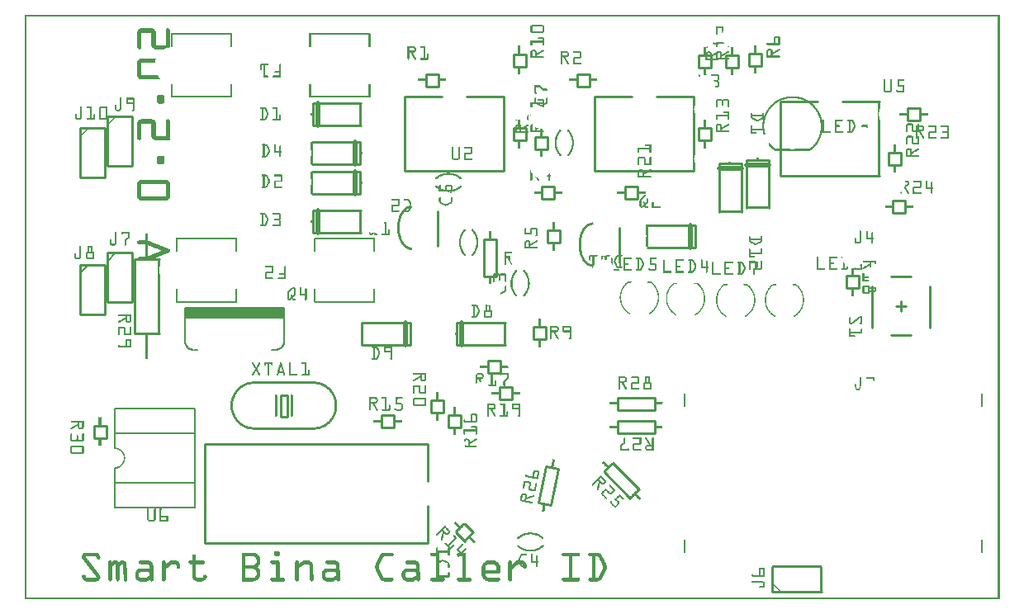
<source format=gto>
G04 MADE WITH FRITZING*
G04 WWW.FRITZING.ORG*
G04 DOUBLE SIDED*
G04 HOLES PLATED*
G04 CONTOUR ON CENTER OF CONTOUR VECTOR*
%ASAXBY*%
%FSLAX23Y23*%
%MOIN*%
%OFA0B0*%
%SFA1.0B1.0*%
%ADD10R,0.400000X0.040000*%
%ADD11R,0.038714X0.096457X0.019029X0.076772*%
%ADD12C,0.009843*%
%ADD13C,0.010000*%
%ADD14C,0.008000*%
%ADD15C,0.005000*%
%ADD16C,0.006000*%
%ADD17C,0.020000*%
%ADD18R,0.001000X0.001000*%
%LNSILK1*%
G90*
G70*
G54D10*
X848Y1158D03*
G54D12*
X1033Y826D02*
X1062Y826D01*
X1062Y739D01*
X1033Y739D01*
X1033Y826D01*
D02*
G54D13*
X1627Y628D02*
X727Y628D01*
D02*
X727Y628D02*
X727Y228D01*
D02*
X727Y228D02*
X1627Y228D01*
D02*
X1627Y628D02*
X1627Y478D01*
D02*
X1627Y378D02*
X1627Y228D01*
G54D14*
D02*
X648Y1138D02*
X648Y1043D01*
D02*
X1048Y1138D02*
X1048Y1043D01*
D02*
X1048Y1138D02*
X648Y1138D01*
D02*
X648Y1138D02*
X648Y1178D01*
D02*
X648Y1178D02*
X1048Y1178D01*
D02*
X1048Y1178D02*
X1048Y1138D01*
D02*
X683Y1008D02*
X698Y1008D01*
D02*
X1013Y1008D02*
X998Y1008D01*
G54D13*
D02*
X224Y1904D02*
X224Y1704D01*
D02*
X224Y1704D02*
X324Y1704D01*
D02*
X324Y1704D02*
X324Y1904D01*
D02*
X324Y1904D02*
X224Y1904D01*
D02*
X334Y1951D02*
X334Y1751D01*
D02*
X334Y1751D02*
X434Y1751D01*
D02*
X434Y1751D02*
X434Y1951D01*
D02*
X434Y1951D02*
X334Y1951D01*
D02*
X224Y1352D02*
X224Y1152D01*
D02*
X224Y1152D02*
X324Y1152D01*
D02*
X324Y1152D02*
X324Y1352D01*
D02*
X324Y1352D02*
X224Y1352D01*
G54D15*
D02*
X224Y1317D02*
X259Y1352D01*
G54D13*
D02*
X334Y1400D02*
X334Y1200D01*
D02*
X334Y1200D02*
X434Y1200D01*
D02*
X434Y1200D02*
X434Y1400D01*
D02*
X434Y1400D02*
X334Y1400D01*
G54D15*
D02*
X334Y1365D02*
X369Y1400D01*
G54D16*
D02*
X687Y770D02*
X364Y770D01*
D02*
X364Y370D02*
X687Y370D01*
D02*
X364Y770D02*
X364Y670D01*
D02*
X364Y370D02*
X364Y470D01*
D02*
X364Y670D02*
X687Y670D01*
G54D14*
D02*
X364Y670D02*
X364Y610D01*
G54D16*
D02*
X364Y470D02*
X683Y470D01*
D02*
X364Y470D02*
X364Y530D01*
G54D15*
D02*
X687Y770D02*
X687Y370D01*
G54D13*
D02*
X544Y1076D02*
X444Y1076D01*
D02*
X444Y1076D02*
X444Y1376D01*
D02*
X444Y1376D02*
X544Y1376D01*
D02*
X330Y703D02*
X330Y653D01*
D02*
X330Y653D02*
X280Y653D01*
D02*
X280Y653D02*
X280Y703D01*
D02*
X280Y703D02*
X330Y703D01*
D02*
X2721Y1854D02*
X2721Y1904D01*
D02*
X2721Y1904D02*
X2771Y1904D01*
D02*
X2771Y1904D02*
X2771Y1854D01*
D02*
X2771Y1854D02*
X2721Y1854D01*
D02*
X3489Y1756D02*
X3489Y1806D01*
D02*
X3489Y1806D02*
X3539Y1806D01*
D02*
X3539Y1806D02*
X3539Y1756D01*
D02*
X3539Y1756D02*
X3489Y1756D01*
D02*
X3565Y1984D02*
X3615Y1984D01*
D02*
X3615Y1984D02*
X3615Y1934D01*
D02*
X3615Y1934D02*
X3565Y1934D01*
D02*
X3565Y1934D02*
X3565Y1984D01*
D02*
X2721Y2148D02*
X2721Y2198D01*
D02*
X2721Y2198D02*
X2771Y2198D01*
D02*
X2771Y2198D02*
X2771Y2148D01*
D02*
X2771Y2148D02*
X2721Y2148D01*
D02*
X1973Y1854D02*
X1973Y1904D01*
D02*
X1973Y1904D02*
X2023Y1904D01*
D02*
X2023Y1904D02*
X2023Y1854D01*
D02*
X2023Y1854D02*
X1973Y1854D01*
D02*
X1973Y2153D02*
X1973Y2203D01*
D02*
X1973Y2203D02*
X2023Y2203D01*
D02*
X2023Y2203D02*
X2023Y2153D01*
D02*
X2023Y2153D02*
X1973Y2153D01*
D02*
X2832Y2148D02*
X2832Y2198D01*
D02*
X2832Y2198D02*
X2882Y2198D01*
D02*
X2882Y2198D02*
X2882Y2148D01*
D02*
X2882Y2148D02*
X2832Y2148D01*
D02*
X3506Y1610D02*
X3556Y1610D01*
D02*
X3556Y1610D02*
X3556Y1560D01*
D02*
X3556Y1560D02*
X3506Y1560D01*
D02*
X3506Y1560D02*
X3506Y1610D01*
D02*
X2926Y2156D02*
X2926Y2206D01*
D02*
X2926Y2206D02*
X2976Y2206D01*
D02*
X2976Y2206D02*
X2976Y2156D01*
D02*
X2976Y2156D02*
X2926Y2156D01*
D02*
X2111Y1441D02*
X2111Y1491D01*
D02*
X2111Y1491D02*
X2161Y1491D01*
D02*
X2161Y1491D02*
X2161Y1441D01*
D02*
X2161Y1441D02*
X2111Y1441D01*
D02*
X2089Y1669D02*
X2139Y1669D01*
D02*
X2139Y1669D02*
X2139Y1619D01*
D02*
X2139Y1619D02*
X2089Y1619D01*
D02*
X2089Y1619D02*
X2089Y1669D01*
D02*
X2060Y1819D02*
X2060Y1869D01*
D02*
X2060Y1869D02*
X2110Y1869D01*
D02*
X2110Y1869D02*
X2110Y1819D01*
D02*
X2110Y1819D02*
X2060Y1819D01*
D02*
X2281Y2073D02*
X2231Y2073D01*
D02*
X2231Y2073D02*
X2231Y2123D01*
D02*
X2231Y2123D02*
X2281Y2123D01*
D02*
X2281Y2123D02*
X2281Y2073D01*
D02*
X1671Y2073D02*
X1621Y2073D01*
D02*
X1621Y2073D02*
X1621Y2123D01*
D02*
X1621Y2123D02*
X1671Y2123D01*
D02*
X1671Y2123D02*
X1671Y2073D01*
D02*
X1356Y1757D02*
X1161Y1757D01*
D02*
X1161Y1847D02*
X1356Y1847D01*
D02*
X1356Y1847D02*
X1356Y1757D01*
G54D17*
D02*
X1336Y1847D02*
X1336Y1757D01*
G54D13*
D02*
X1163Y1572D02*
X1358Y1572D01*
D02*
X1358Y1482D02*
X1163Y1482D01*
D02*
X1163Y1482D02*
X1163Y1572D01*
G54D17*
D02*
X1183Y1482D02*
X1183Y1572D01*
G54D13*
D02*
X1356Y1639D02*
X1161Y1639D01*
D02*
X1161Y1729D02*
X1356Y1729D01*
D02*
X1356Y1729D02*
X1356Y1639D01*
G54D17*
D02*
X1336Y1729D02*
X1336Y1639D01*
G54D13*
D02*
X1163Y2005D02*
X1358Y2005D01*
D02*
X1358Y1915D02*
X1163Y1915D01*
D02*
X1163Y1915D02*
X1163Y2005D01*
G54D17*
D02*
X1183Y1915D02*
X1183Y2005D01*
G54D14*
D02*
X1412Y1203D02*
X1175Y1203D01*
D02*
X1412Y1457D02*
X1172Y1457D01*
D02*
X615Y1457D02*
X852Y1457D01*
D02*
X615Y1203D02*
X855Y1203D01*
D02*
X1393Y2030D02*
X1156Y2030D01*
D02*
X1393Y2284D02*
X1153Y2284D01*
D02*
X595Y2284D02*
X832Y2284D01*
D02*
X595Y2030D02*
X835Y2030D01*
G54D13*
D02*
X1668Y1569D02*
X1668Y1429D01*
D02*
X2302Y2031D02*
X2302Y1731D01*
D02*
X2302Y1731D02*
X2702Y1731D01*
D02*
X2302Y2031D02*
X2452Y2031D01*
D02*
X2552Y2031D02*
X2702Y2031D01*
D02*
X3050Y2011D02*
X3050Y1711D01*
D02*
X3050Y1711D02*
X3450Y1711D01*
D02*
X3050Y2011D02*
X3200Y2011D01*
D02*
X3300Y2011D02*
X3450Y2011D01*
D02*
X1535Y2031D02*
X1535Y1731D01*
D02*
X1535Y1731D02*
X1935Y1731D01*
D02*
X1935Y1731D02*
X1935Y2031D01*
D02*
X1535Y2031D02*
X1685Y2031D01*
D02*
X1785Y2031D02*
X1935Y2031D01*
D02*
X1921Y915D02*
X1871Y915D01*
D02*
X1871Y915D02*
X1871Y965D01*
D02*
X1871Y965D02*
X1921Y965D01*
D02*
X1921Y965D02*
X1921Y915D01*
D02*
X1712Y696D02*
X1712Y746D01*
D02*
X1712Y746D02*
X1762Y746D01*
D02*
X1762Y746D02*
X1762Y696D01*
D02*
X1762Y696D02*
X1712Y696D01*
D02*
X1492Y695D02*
X1442Y695D01*
D02*
X1442Y695D02*
X1442Y745D01*
D02*
X1442Y745D02*
X1492Y745D01*
D02*
X1492Y745D02*
X1492Y695D01*
D02*
X1777Y306D02*
X1812Y271D01*
D02*
X1777Y235D02*
X1742Y271D01*
D02*
X2104Y1101D02*
X2104Y1051D01*
D02*
X2104Y1051D02*
X2054Y1051D01*
D02*
X2054Y1051D02*
X2054Y1101D01*
D02*
X2054Y1101D02*
X2104Y1101D01*
D02*
X1969Y809D02*
X1919Y809D01*
D02*
X1919Y809D02*
X1919Y859D01*
D02*
X1919Y859D02*
X1969Y859D01*
D02*
X1969Y859D02*
X1969Y809D01*
D02*
X1904Y1456D02*
X1904Y1306D01*
D02*
X1904Y1306D02*
X1854Y1306D01*
D02*
X1854Y1306D02*
X1854Y1456D01*
D02*
X1854Y1456D02*
X1904Y1456D01*
D02*
X2424Y1669D02*
X2474Y1669D01*
D02*
X2474Y1669D02*
X2474Y1619D01*
D02*
X2474Y1619D02*
X2424Y1619D01*
D02*
X2424Y1619D02*
X2424Y1669D01*
D02*
X1690Y806D02*
X1690Y756D01*
D02*
X1690Y756D02*
X1640Y756D01*
D02*
X1640Y756D02*
X1640Y806D01*
D02*
X1640Y806D02*
X1690Y806D01*
D02*
X1557Y1029D02*
X1362Y1029D01*
D02*
X1362Y1119D02*
X1557Y1119D01*
D02*
X1557Y1119D02*
X1557Y1029D01*
G54D17*
D02*
X1537Y1119D02*
X1537Y1029D01*
G54D13*
D02*
X3004Y1776D02*
X3004Y1581D01*
D02*
X2914Y1581D02*
X2914Y1776D01*
D02*
X2914Y1776D02*
X3004Y1776D01*
G54D17*
D02*
X2914Y1756D02*
X3004Y1756D01*
G54D13*
D02*
X1746Y1119D02*
X1941Y1119D01*
D02*
X1941Y1029D02*
X1746Y1029D01*
D02*
X1746Y1029D02*
X1746Y1119D01*
G54D17*
D02*
X1766Y1029D02*
X1766Y1119D01*
G54D13*
D02*
X3577Y1068D02*
X3499Y1068D01*
D02*
X3656Y1265D02*
X3656Y1097D01*
D02*
X3420Y1265D02*
X3420Y1097D01*
D02*
X3577Y1304D02*
X3499Y1304D01*
D02*
X3558Y1186D02*
X3518Y1186D01*
D02*
X3538Y1166D02*
X3538Y1206D01*
D02*
X3369Y1307D02*
X3369Y1257D01*
D02*
X3369Y1257D02*
X3319Y1257D01*
D02*
X3319Y1257D02*
X3319Y1307D01*
D02*
X3319Y1307D02*
X3369Y1307D01*
D02*
X2708Y1423D02*
X2513Y1423D01*
D02*
X2513Y1513D02*
X2708Y1513D01*
D02*
X2708Y1513D02*
X2708Y1423D01*
G54D17*
D02*
X2688Y1513D02*
X2688Y1423D01*
G54D13*
D02*
X2893Y1760D02*
X2893Y1565D01*
D02*
X2803Y1565D02*
X2803Y1760D01*
D02*
X2803Y1760D02*
X2893Y1760D01*
G54D17*
D02*
X2803Y1740D02*
X2893Y1740D01*
G54D14*
D02*
X3865Y831D02*
X3865Y781D01*
D02*
X2665Y831D02*
X2665Y781D01*
D02*
X2665Y190D02*
X2665Y240D01*
D02*
X3865Y190D02*
X3865Y240D01*
G54D13*
D02*
X2401Y1501D02*
X2401Y1361D01*
D02*
X2544Y766D02*
X2394Y766D01*
D02*
X2394Y766D02*
X2394Y816D01*
D02*
X2394Y816D02*
X2544Y816D01*
D02*
X2544Y816D02*
X2544Y766D01*
D02*
X2544Y671D02*
X2394Y671D01*
D02*
X2394Y671D02*
X2394Y721D01*
D02*
X2394Y721D02*
X2544Y721D01*
D02*
X2544Y721D02*
X2544Y671D01*
D02*
X2075Y391D02*
X2106Y538D01*
D02*
X2106Y538D02*
X2155Y528D01*
D02*
X2155Y528D02*
X2124Y381D01*
D02*
X2124Y381D02*
X2075Y391D01*
D02*
X2446Y408D02*
X2340Y514D01*
D02*
X2376Y550D02*
X2482Y444D01*
D02*
X3017Y32D02*
X3217Y32D01*
D02*
X3017Y132D02*
X3017Y32D01*
G54D18*
X0Y2362D02*
X3936Y2362D01*
X0Y2361D02*
X3936Y2361D01*
X0Y2360D02*
X3936Y2360D01*
X0Y2359D02*
X3936Y2359D01*
X0Y2358D02*
X3936Y2358D01*
X0Y2357D02*
X3936Y2357D01*
X0Y2356D02*
X3936Y2356D01*
X0Y2355D02*
X3936Y2355D01*
X0Y2354D02*
X7Y2354D01*
X3929Y2354D02*
X3936Y2354D01*
X0Y2353D02*
X7Y2353D01*
X3929Y2353D02*
X3936Y2353D01*
X0Y2352D02*
X7Y2352D01*
X3929Y2352D02*
X3936Y2352D01*
X0Y2351D02*
X7Y2351D01*
X3929Y2351D02*
X3936Y2351D01*
X0Y2350D02*
X7Y2350D01*
X3929Y2350D02*
X3936Y2350D01*
X0Y2349D02*
X7Y2349D01*
X3929Y2349D02*
X3936Y2349D01*
X0Y2348D02*
X7Y2348D01*
X3929Y2348D02*
X3936Y2348D01*
X0Y2347D02*
X7Y2347D01*
X3929Y2347D02*
X3936Y2347D01*
X0Y2346D02*
X7Y2346D01*
X3929Y2346D02*
X3936Y2346D01*
X0Y2345D02*
X7Y2345D01*
X3929Y2345D02*
X3936Y2345D01*
X0Y2344D02*
X7Y2344D01*
X3929Y2344D02*
X3936Y2344D01*
X0Y2343D02*
X7Y2343D01*
X3929Y2343D02*
X3936Y2343D01*
X0Y2342D02*
X7Y2342D01*
X3929Y2342D02*
X3936Y2342D01*
X0Y2341D02*
X7Y2341D01*
X3929Y2341D02*
X3936Y2341D01*
X0Y2340D02*
X7Y2340D01*
X3929Y2340D02*
X3936Y2340D01*
X0Y2339D02*
X7Y2339D01*
X3929Y2339D02*
X3936Y2339D01*
X0Y2338D02*
X7Y2338D01*
X3929Y2338D02*
X3936Y2338D01*
X0Y2337D02*
X7Y2337D01*
X3929Y2337D02*
X3936Y2337D01*
X0Y2336D02*
X7Y2336D01*
X3929Y2336D02*
X3936Y2336D01*
X0Y2335D02*
X7Y2335D01*
X3929Y2335D02*
X3936Y2335D01*
X0Y2334D02*
X7Y2334D01*
X3929Y2334D02*
X3936Y2334D01*
X0Y2333D02*
X7Y2333D01*
X3929Y2333D02*
X3936Y2333D01*
X0Y2332D02*
X7Y2332D01*
X3929Y2332D02*
X3936Y2332D01*
X0Y2331D02*
X7Y2331D01*
X3929Y2331D02*
X3936Y2331D01*
X0Y2330D02*
X7Y2330D01*
X3929Y2330D02*
X3936Y2330D01*
X0Y2329D02*
X7Y2329D01*
X3929Y2329D02*
X3936Y2329D01*
X0Y2328D02*
X7Y2328D01*
X3929Y2328D02*
X3936Y2328D01*
X0Y2327D02*
X7Y2327D01*
X3929Y2327D02*
X3936Y2327D01*
X0Y2326D02*
X7Y2326D01*
X3929Y2326D02*
X3936Y2326D01*
X0Y2325D02*
X7Y2325D01*
X3929Y2325D02*
X3936Y2325D01*
X0Y2324D02*
X7Y2324D01*
X3929Y2324D02*
X3936Y2324D01*
X0Y2323D02*
X7Y2323D01*
X3929Y2323D02*
X3936Y2323D01*
X0Y2322D02*
X7Y2322D01*
X3929Y2322D02*
X3936Y2322D01*
X0Y2321D02*
X7Y2321D01*
X3929Y2321D02*
X3936Y2321D01*
X0Y2320D02*
X7Y2320D01*
X2047Y2320D02*
X2092Y2320D01*
X3929Y2320D02*
X3936Y2320D01*
X0Y2319D02*
X7Y2319D01*
X2046Y2319D02*
X2093Y2319D01*
X3929Y2319D02*
X3936Y2319D01*
X0Y2318D02*
X7Y2318D01*
X2045Y2318D02*
X2094Y2318D01*
X3929Y2318D02*
X3936Y2318D01*
X0Y2317D02*
X7Y2317D01*
X2044Y2317D02*
X2095Y2317D01*
X3929Y2317D02*
X3936Y2317D01*
X0Y2316D02*
X7Y2316D01*
X2043Y2316D02*
X2096Y2316D01*
X3929Y2316D02*
X3936Y2316D01*
X0Y2315D02*
X7Y2315D01*
X2043Y2315D02*
X2096Y2315D01*
X2795Y2315D02*
X2817Y2315D01*
X2839Y2315D02*
X2843Y2315D01*
X3929Y2315D02*
X3936Y2315D01*
X0Y2314D02*
X7Y2314D01*
X2043Y2314D02*
X2096Y2314D01*
X2793Y2314D02*
X2818Y2314D01*
X2839Y2314D02*
X2840Y2314D01*
X3929Y2314D02*
X3936Y2314D01*
X0Y2313D02*
X7Y2313D01*
X2043Y2313D02*
X2049Y2313D01*
X2090Y2313D02*
X2096Y2313D01*
X2792Y2313D02*
X2819Y2313D01*
X2838Y2313D02*
X2838Y2313D01*
X3929Y2313D02*
X3936Y2313D01*
X0Y2312D02*
X7Y2312D01*
X2043Y2312D02*
X2049Y2312D01*
X2090Y2312D02*
X2096Y2312D01*
X2792Y2312D02*
X2820Y2312D01*
X3929Y2312D02*
X3936Y2312D01*
X0Y2311D02*
X7Y2311D01*
X2043Y2311D02*
X2049Y2311D01*
X2090Y2311D02*
X2096Y2311D01*
X2791Y2311D02*
X2820Y2311D01*
X3929Y2311D02*
X3936Y2311D01*
X0Y2310D02*
X7Y2310D01*
X2043Y2310D02*
X2049Y2310D01*
X2090Y2310D02*
X2096Y2310D01*
X2791Y2310D02*
X2820Y2310D01*
X3929Y2310D02*
X3936Y2310D01*
X0Y2309D02*
X7Y2309D01*
X2043Y2309D02*
X2049Y2309D01*
X2090Y2309D02*
X2096Y2309D01*
X2791Y2309D02*
X2821Y2309D01*
X3929Y2309D02*
X3936Y2309D01*
X0Y2308D02*
X7Y2308D01*
X2043Y2308D02*
X2049Y2308D01*
X2090Y2308D02*
X2096Y2308D01*
X2791Y2308D02*
X2797Y2308D01*
X2815Y2308D02*
X2821Y2308D01*
X3929Y2308D02*
X3936Y2308D01*
X0Y2307D02*
X7Y2307D01*
X2043Y2307D02*
X2049Y2307D01*
X2090Y2307D02*
X2096Y2307D01*
X2791Y2307D02*
X2797Y2307D01*
X2815Y2307D02*
X2821Y2307D01*
X3929Y2307D02*
X3936Y2307D01*
X0Y2306D02*
X7Y2306D01*
X467Y2306D02*
X517Y2306D01*
X575Y2306D02*
X582Y2306D01*
X2043Y2306D02*
X2049Y2306D01*
X2090Y2306D02*
X2096Y2306D01*
X2791Y2306D02*
X2797Y2306D01*
X2815Y2306D02*
X2821Y2306D01*
X3929Y2306D02*
X3936Y2306D01*
X0Y2305D02*
X7Y2305D01*
X465Y2305D02*
X520Y2305D01*
X574Y2305D02*
X583Y2305D01*
X2043Y2305D02*
X2049Y2305D01*
X2090Y2305D02*
X2096Y2305D01*
X2791Y2305D02*
X2797Y2305D01*
X2815Y2305D02*
X2821Y2305D01*
X3929Y2305D02*
X3936Y2305D01*
X0Y2304D02*
X7Y2304D01*
X463Y2304D02*
X521Y2304D01*
X573Y2304D02*
X585Y2304D01*
X2043Y2304D02*
X2049Y2304D01*
X2090Y2304D02*
X2096Y2304D01*
X2791Y2304D02*
X2797Y2304D01*
X2815Y2304D02*
X2821Y2304D01*
X3929Y2304D02*
X3936Y2304D01*
X0Y2303D02*
X7Y2303D01*
X462Y2303D02*
X523Y2303D01*
X572Y2303D02*
X585Y2303D01*
X2043Y2303D02*
X2049Y2303D01*
X2090Y2303D02*
X2096Y2303D01*
X2791Y2303D02*
X2797Y2303D01*
X2815Y2303D02*
X2821Y2303D01*
X3929Y2303D02*
X3936Y2303D01*
X0Y2302D02*
X7Y2302D01*
X461Y2302D02*
X524Y2302D01*
X571Y2302D02*
X586Y2302D01*
X2043Y2302D02*
X2049Y2302D01*
X2090Y2302D02*
X2096Y2302D01*
X2791Y2302D02*
X2797Y2302D01*
X2815Y2302D02*
X2821Y2302D01*
X3929Y2302D02*
X3936Y2302D01*
X0Y2301D02*
X7Y2301D01*
X460Y2301D02*
X525Y2301D01*
X571Y2301D02*
X586Y2301D01*
X2043Y2301D02*
X2049Y2301D01*
X2090Y2301D02*
X2096Y2301D01*
X2791Y2301D02*
X2797Y2301D01*
X2815Y2301D02*
X2821Y2301D01*
X3929Y2301D02*
X3936Y2301D01*
X0Y2300D02*
X7Y2300D01*
X459Y2300D02*
X525Y2300D01*
X571Y2300D02*
X587Y2300D01*
X2043Y2300D02*
X2049Y2300D01*
X2090Y2300D02*
X2096Y2300D01*
X2791Y2300D02*
X2797Y2300D01*
X2815Y2300D02*
X2821Y2300D01*
X3929Y2300D02*
X3936Y2300D01*
X0Y2299D02*
X7Y2299D01*
X458Y2299D02*
X526Y2299D01*
X571Y2299D02*
X587Y2299D01*
X2043Y2299D02*
X2049Y2299D01*
X2090Y2299D02*
X2096Y2299D01*
X2791Y2299D02*
X2797Y2299D01*
X2815Y2299D02*
X2821Y2299D01*
X3929Y2299D02*
X3936Y2299D01*
X0Y2298D02*
X7Y2298D01*
X458Y2298D02*
X527Y2298D01*
X571Y2298D02*
X587Y2298D01*
X2043Y2298D02*
X2049Y2298D01*
X2090Y2298D02*
X2096Y2298D01*
X2791Y2298D02*
X2797Y2298D01*
X2815Y2298D02*
X2820Y2298D01*
X3929Y2298D02*
X3936Y2298D01*
X0Y2297D02*
X7Y2297D01*
X457Y2297D02*
X527Y2297D01*
X571Y2297D02*
X587Y2297D01*
X2043Y2297D02*
X2049Y2297D01*
X2090Y2297D02*
X2096Y2297D01*
X2791Y2297D02*
X2797Y2297D01*
X2815Y2297D02*
X2819Y2297D01*
X3929Y2297D02*
X3936Y2297D01*
X0Y2296D02*
X7Y2296D01*
X457Y2296D02*
X528Y2296D01*
X571Y2296D02*
X587Y2296D01*
X2043Y2296D02*
X2049Y2296D01*
X2090Y2296D02*
X2096Y2296D01*
X2791Y2296D02*
X2797Y2296D01*
X2815Y2296D02*
X2819Y2296D01*
X3929Y2296D02*
X3936Y2296D01*
X0Y2295D02*
X7Y2295D01*
X456Y2295D02*
X528Y2295D01*
X571Y2295D02*
X587Y2295D01*
X2043Y2295D02*
X2049Y2295D01*
X2090Y2295D02*
X2096Y2295D01*
X2791Y2295D02*
X2797Y2295D01*
X2815Y2295D02*
X2818Y2295D01*
X3929Y2295D02*
X3936Y2295D01*
X0Y2294D02*
X7Y2294D01*
X456Y2294D02*
X528Y2294D01*
X571Y2294D02*
X587Y2294D01*
X2043Y2294D02*
X2049Y2294D01*
X2090Y2294D02*
X2096Y2294D01*
X2791Y2294D02*
X2797Y2294D01*
X2815Y2294D02*
X2818Y2294D01*
X3929Y2294D02*
X3936Y2294D01*
X0Y2293D02*
X7Y2293D01*
X456Y2293D02*
X529Y2293D01*
X571Y2293D02*
X587Y2293D01*
X2043Y2293D02*
X2096Y2293D01*
X2791Y2293D02*
X2797Y2293D01*
X2815Y2293D02*
X2817Y2293D01*
X3929Y2293D02*
X3936Y2293D01*
X0Y2292D02*
X7Y2292D01*
X455Y2292D02*
X529Y2292D01*
X571Y2292D02*
X587Y2292D01*
X2043Y2292D02*
X2096Y2292D01*
X2791Y2292D02*
X2797Y2292D01*
X2815Y2292D02*
X2817Y2292D01*
X3929Y2292D02*
X3936Y2292D01*
X0Y2291D02*
X7Y2291D01*
X455Y2291D02*
X529Y2291D01*
X571Y2291D02*
X587Y2291D01*
X2043Y2291D02*
X2096Y2291D01*
X2791Y2291D02*
X2797Y2291D01*
X2815Y2291D02*
X2816Y2291D01*
X3929Y2291D02*
X3936Y2291D01*
X0Y2290D02*
X7Y2290D01*
X455Y2290D02*
X529Y2290D01*
X571Y2290D02*
X587Y2290D01*
X2044Y2290D02*
X2095Y2290D01*
X2791Y2290D02*
X2797Y2290D01*
X2815Y2290D02*
X2816Y2290D01*
X3929Y2290D02*
X3936Y2290D01*
X0Y2289D02*
X7Y2289D01*
X455Y2289D02*
X471Y2289D01*
X513Y2289D02*
X529Y2289D01*
X571Y2289D02*
X587Y2289D01*
X2044Y2289D02*
X2095Y2289D01*
X2791Y2289D02*
X2797Y2289D01*
X2815Y2289D02*
X2815Y2289D01*
X3929Y2289D02*
X3936Y2289D01*
X0Y2288D02*
X7Y2288D01*
X455Y2288D02*
X471Y2288D01*
X513Y2288D02*
X529Y2288D01*
X571Y2288D02*
X587Y2288D01*
X2045Y2288D02*
X2094Y2288D01*
X2791Y2288D02*
X2797Y2288D01*
X2815Y2288D02*
X2815Y2288D01*
X3929Y2288D02*
X3936Y2288D01*
X0Y2287D02*
X7Y2287D01*
X455Y2287D02*
X471Y2287D01*
X513Y2287D02*
X529Y2287D01*
X571Y2287D02*
X587Y2287D01*
X593Y2287D02*
X597Y2287D01*
X833Y2287D02*
X837Y2287D01*
X1150Y2287D02*
X1154Y2287D01*
X1390Y2287D02*
X1394Y2287D01*
X2046Y2287D02*
X2093Y2287D01*
X2791Y2287D02*
X2797Y2287D01*
X2815Y2287D02*
X2815Y2287D01*
X3929Y2287D02*
X3936Y2287D01*
X0Y2286D02*
X7Y2286D01*
X455Y2286D02*
X471Y2286D01*
X513Y2286D02*
X529Y2286D01*
X571Y2286D02*
X587Y2286D01*
X592Y2286D02*
X598Y2286D01*
X832Y2286D02*
X838Y2286D01*
X1149Y2286D02*
X1155Y2286D01*
X1389Y2286D02*
X1395Y2286D01*
X2791Y2286D02*
X2797Y2286D01*
X3929Y2286D02*
X3936Y2286D01*
X0Y2285D02*
X7Y2285D01*
X455Y2285D02*
X471Y2285D01*
X513Y2285D02*
X529Y2285D01*
X571Y2285D02*
X587Y2285D01*
X591Y2285D02*
X598Y2285D01*
X831Y2285D02*
X838Y2285D01*
X1149Y2285D02*
X1155Y2285D01*
X1389Y2285D02*
X1395Y2285D01*
X2791Y2285D02*
X2797Y2285D01*
X3929Y2285D02*
X3936Y2285D01*
X0Y2284D02*
X7Y2284D01*
X455Y2284D02*
X471Y2284D01*
X513Y2284D02*
X529Y2284D01*
X571Y2284D02*
X587Y2284D01*
X591Y2284D02*
X598Y2284D01*
X831Y2284D02*
X838Y2284D01*
X1149Y2284D02*
X1156Y2284D01*
X1389Y2284D02*
X1396Y2284D01*
X2791Y2284D02*
X2797Y2284D01*
X3929Y2284D02*
X3936Y2284D01*
X0Y2283D02*
X7Y2283D01*
X455Y2283D02*
X471Y2283D01*
X513Y2283D02*
X529Y2283D01*
X571Y2283D02*
X587Y2283D01*
X591Y2283D02*
X598Y2283D01*
X831Y2283D02*
X838Y2283D01*
X1149Y2283D02*
X1156Y2283D01*
X1389Y2283D02*
X1396Y2283D01*
X2792Y2283D02*
X2796Y2283D01*
X3929Y2283D02*
X3936Y2283D01*
X0Y2282D02*
X7Y2282D01*
X455Y2282D02*
X471Y2282D01*
X513Y2282D02*
X529Y2282D01*
X571Y2282D02*
X587Y2282D01*
X591Y2282D02*
X598Y2282D01*
X831Y2282D02*
X838Y2282D01*
X1149Y2282D02*
X1156Y2282D01*
X1389Y2282D02*
X1396Y2282D01*
X2792Y2282D02*
X2796Y2282D01*
X3929Y2282D02*
X3936Y2282D01*
X0Y2281D02*
X7Y2281D01*
X455Y2281D02*
X471Y2281D01*
X513Y2281D02*
X529Y2281D01*
X571Y2281D02*
X587Y2281D01*
X591Y2281D02*
X598Y2281D01*
X831Y2281D02*
X838Y2281D01*
X1149Y2281D02*
X1156Y2281D01*
X1389Y2281D02*
X1396Y2281D01*
X3929Y2281D02*
X3936Y2281D01*
X0Y2280D02*
X7Y2280D01*
X455Y2280D02*
X471Y2280D01*
X513Y2280D02*
X529Y2280D01*
X571Y2280D02*
X587Y2280D01*
X591Y2280D02*
X598Y2280D01*
X831Y2280D02*
X838Y2280D01*
X1149Y2280D02*
X1156Y2280D01*
X1389Y2280D02*
X1396Y2280D01*
X3929Y2280D02*
X3936Y2280D01*
X0Y2279D02*
X7Y2279D01*
X455Y2279D02*
X471Y2279D01*
X513Y2279D02*
X529Y2279D01*
X571Y2279D02*
X587Y2279D01*
X591Y2279D02*
X598Y2279D01*
X831Y2279D02*
X838Y2279D01*
X1149Y2279D02*
X1156Y2279D01*
X1389Y2279D02*
X1396Y2279D01*
X3929Y2279D02*
X3936Y2279D01*
X0Y2278D02*
X7Y2278D01*
X455Y2278D02*
X471Y2278D01*
X513Y2278D02*
X529Y2278D01*
X571Y2278D02*
X587Y2278D01*
X591Y2278D02*
X598Y2278D01*
X831Y2278D02*
X838Y2278D01*
X1149Y2278D02*
X1156Y2278D01*
X1389Y2278D02*
X1396Y2278D01*
X3929Y2278D02*
X3936Y2278D01*
X0Y2277D02*
X7Y2277D01*
X455Y2277D02*
X471Y2277D01*
X513Y2277D02*
X529Y2277D01*
X571Y2277D02*
X587Y2277D01*
X591Y2277D02*
X598Y2277D01*
X831Y2277D02*
X838Y2277D01*
X1149Y2277D02*
X1156Y2277D01*
X1389Y2277D02*
X1396Y2277D01*
X3929Y2277D02*
X3936Y2277D01*
X0Y2276D02*
X7Y2276D01*
X455Y2276D02*
X471Y2276D01*
X513Y2276D02*
X529Y2276D01*
X571Y2276D02*
X587Y2276D01*
X591Y2276D02*
X598Y2276D01*
X831Y2276D02*
X838Y2276D01*
X1149Y2276D02*
X1156Y2276D01*
X1389Y2276D02*
X1396Y2276D01*
X3929Y2276D02*
X3936Y2276D01*
X0Y2275D02*
X7Y2275D01*
X455Y2275D02*
X471Y2275D01*
X513Y2275D02*
X529Y2275D01*
X571Y2275D02*
X587Y2275D01*
X591Y2275D02*
X598Y2275D01*
X831Y2275D02*
X838Y2275D01*
X1149Y2275D02*
X1156Y2275D01*
X1389Y2275D02*
X1396Y2275D01*
X3929Y2275D02*
X3936Y2275D01*
X0Y2274D02*
X7Y2274D01*
X455Y2274D02*
X471Y2274D01*
X513Y2274D02*
X529Y2274D01*
X571Y2274D02*
X587Y2274D01*
X591Y2274D02*
X598Y2274D01*
X831Y2274D02*
X838Y2274D01*
X1149Y2274D02*
X1156Y2274D01*
X1389Y2274D02*
X1396Y2274D01*
X3929Y2274D02*
X3936Y2274D01*
X0Y2273D02*
X7Y2273D01*
X455Y2273D02*
X471Y2273D01*
X513Y2273D02*
X529Y2273D01*
X571Y2273D02*
X587Y2273D01*
X591Y2273D02*
X598Y2273D01*
X831Y2273D02*
X838Y2273D01*
X1149Y2273D02*
X1156Y2273D01*
X1389Y2273D02*
X1396Y2273D01*
X3027Y2273D02*
X3047Y2273D01*
X3929Y2273D02*
X3936Y2273D01*
X0Y2272D02*
X7Y2272D01*
X455Y2272D02*
X471Y2272D01*
X513Y2272D02*
X529Y2272D01*
X571Y2272D02*
X587Y2272D01*
X591Y2272D02*
X598Y2272D01*
X831Y2272D02*
X838Y2272D01*
X1149Y2272D02*
X1156Y2272D01*
X1389Y2272D02*
X1396Y2272D01*
X3026Y2272D02*
X3048Y2272D01*
X3929Y2272D02*
X3936Y2272D01*
X0Y2271D02*
X7Y2271D01*
X455Y2271D02*
X471Y2271D01*
X513Y2271D02*
X529Y2271D01*
X571Y2271D02*
X587Y2271D01*
X591Y2271D02*
X598Y2271D01*
X831Y2271D02*
X838Y2271D01*
X1149Y2271D02*
X1156Y2271D01*
X1389Y2271D02*
X1396Y2271D01*
X3025Y2271D02*
X3049Y2271D01*
X3929Y2271D02*
X3936Y2271D01*
X0Y2270D02*
X7Y2270D01*
X455Y2270D02*
X471Y2270D01*
X513Y2270D02*
X529Y2270D01*
X571Y2270D02*
X587Y2270D01*
X591Y2270D02*
X598Y2270D01*
X831Y2270D02*
X838Y2270D01*
X1149Y2270D02*
X1156Y2270D01*
X1389Y2270D02*
X1396Y2270D01*
X2074Y2270D02*
X2094Y2270D01*
X3025Y2270D02*
X3049Y2270D01*
X3929Y2270D02*
X3936Y2270D01*
X0Y2269D02*
X7Y2269D01*
X455Y2269D02*
X471Y2269D01*
X513Y2269D02*
X529Y2269D01*
X571Y2269D02*
X587Y2269D01*
X591Y2269D02*
X598Y2269D01*
X831Y2269D02*
X838Y2269D01*
X1149Y2269D02*
X1156Y2269D01*
X1389Y2269D02*
X1396Y2269D01*
X2073Y2269D02*
X2095Y2269D01*
X3025Y2269D02*
X3049Y2269D01*
X3929Y2269D02*
X3936Y2269D01*
X0Y2268D02*
X7Y2268D01*
X455Y2268D02*
X471Y2268D01*
X513Y2268D02*
X529Y2268D01*
X571Y2268D02*
X587Y2268D01*
X591Y2268D02*
X598Y2268D01*
X831Y2268D02*
X838Y2268D01*
X1149Y2268D02*
X1156Y2268D01*
X1389Y2268D02*
X1396Y2268D01*
X2073Y2268D02*
X2096Y2268D01*
X3025Y2268D02*
X3049Y2268D01*
X3929Y2268D02*
X3936Y2268D01*
X0Y2267D02*
X7Y2267D01*
X455Y2267D02*
X471Y2267D01*
X513Y2267D02*
X529Y2267D01*
X571Y2267D02*
X587Y2267D01*
X591Y2267D02*
X598Y2267D01*
X831Y2267D02*
X838Y2267D01*
X1149Y2267D02*
X1156Y2267D01*
X1389Y2267D02*
X1396Y2267D01*
X2072Y2267D02*
X2096Y2267D01*
X3025Y2267D02*
X3049Y2267D01*
X3929Y2267D02*
X3936Y2267D01*
X0Y2266D02*
X7Y2266D01*
X455Y2266D02*
X471Y2266D01*
X513Y2266D02*
X529Y2266D01*
X571Y2266D02*
X587Y2266D01*
X591Y2266D02*
X598Y2266D01*
X831Y2266D02*
X838Y2266D01*
X1149Y2266D02*
X1156Y2266D01*
X1389Y2266D02*
X1396Y2266D01*
X2073Y2266D02*
X2096Y2266D01*
X3025Y2266D02*
X3031Y2266D01*
X3043Y2266D02*
X3049Y2266D01*
X3929Y2266D02*
X3936Y2266D01*
X0Y2265D02*
X7Y2265D01*
X455Y2265D02*
X471Y2265D01*
X513Y2265D02*
X529Y2265D01*
X571Y2265D02*
X587Y2265D01*
X591Y2265D02*
X598Y2265D01*
X831Y2265D02*
X838Y2265D01*
X1149Y2265D02*
X1156Y2265D01*
X1389Y2265D02*
X1396Y2265D01*
X2073Y2265D02*
X2096Y2265D01*
X3025Y2265D02*
X3031Y2265D01*
X3043Y2265D02*
X3049Y2265D01*
X3929Y2265D02*
X3936Y2265D01*
X0Y2264D02*
X7Y2264D01*
X455Y2264D02*
X471Y2264D01*
X513Y2264D02*
X529Y2264D01*
X571Y2264D02*
X587Y2264D01*
X591Y2264D02*
X598Y2264D01*
X831Y2264D02*
X838Y2264D01*
X1149Y2264D02*
X1156Y2264D01*
X1389Y2264D02*
X1396Y2264D01*
X2074Y2264D02*
X2096Y2264D01*
X3025Y2264D02*
X3031Y2264D01*
X3043Y2264D02*
X3049Y2264D01*
X3929Y2264D02*
X3936Y2264D01*
X0Y2263D02*
X7Y2263D01*
X455Y2263D02*
X471Y2263D01*
X513Y2263D02*
X529Y2263D01*
X571Y2263D02*
X587Y2263D01*
X591Y2263D02*
X598Y2263D01*
X831Y2263D02*
X838Y2263D01*
X1149Y2263D02*
X1156Y2263D01*
X1389Y2263D02*
X1396Y2263D01*
X2090Y2263D02*
X2096Y2263D01*
X3025Y2263D02*
X3031Y2263D01*
X3043Y2263D02*
X3049Y2263D01*
X3929Y2263D02*
X3936Y2263D01*
X0Y2262D02*
X7Y2262D01*
X455Y2262D02*
X471Y2262D01*
X513Y2262D02*
X529Y2262D01*
X571Y2262D02*
X587Y2262D01*
X591Y2262D02*
X598Y2262D01*
X831Y2262D02*
X838Y2262D01*
X1149Y2262D02*
X1156Y2262D01*
X1389Y2262D02*
X1396Y2262D01*
X2090Y2262D02*
X2096Y2262D01*
X3025Y2262D02*
X3031Y2262D01*
X3043Y2262D02*
X3049Y2262D01*
X3929Y2262D02*
X3936Y2262D01*
X0Y2261D02*
X7Y2261D01*
X455Y2261D02*
X471Y2261D01*
X513Y2261D02*
X529Y2261D01*
X571Y2261D02*
X587Y2261D01*
X591Y2261D02*
X598Y2261D01*
X831Y2261D02*
X838Y2261D01*
X1149Y2261D02*
X1156Y2261D01*
X1389Y2261D02*
X1396Y2261D01*
X2090Y2261D02*
X2096Y2261D01*
X3025Y2261D02*
X3031Y2261D01*
X3043Y2261D02*
X3049Y2261D01*
X3929Y2261D02*
X3936Y2261D01*
X0Y2260D02*
X7Y2260D01*
X455Y2260D02*
X471Y2260D01*
X513Y2260D02*
X529Y2260D01*
X571Y2260D02*
X587Y2260D01*
X591Y2260D02*
X598Y2260D01*
X831Y2260D02*
X838Y2260D01*
X1149Y2260D02*
X1156Y2260D01*
X1389Y2260D02*
X1396Y2260D01*
X2090Y2260D02*
X2096Y2260D01*
X3025Y2260D02*
X3031Y2260D01*
X3043Y2260D02*
X3049Y2260D01*
X3929Y2260D02*
X3936Y2260D01*
X0Y2259D02*
X7Y2259D01*
X455Y2259D02*
X471Y2259D01*
X513Y2259D02*
X529Y2259D01*
X571Y2259D02*
X587Y2259D01*
X591Y2259D02*
X598Y2259D01*
X831Y2259D02*
X838Y2259D01*
X1149Y2259D02*
X1156Y2259D01*
X1389Y2259D02*
X1396Y2259D01*
X2090Y2259D02*
X2096Y2259D01*
X3025Y2259D02*
X3031Y2259D01*
X3043Y2259D02*
X3049Y2259D01*
X3929Y2259D02*
X3936Y2259D01*
X0Y2258D02*
X7Y2258D01*
X455Y2258D02*
X471Y2258D01*
X513Y2258D02*
X529Y2258D01*
X571Y2258D02*
X587Y2258D01*
X591Y2258D02*
X598Y2258D01*
X831Y2258D02*
X838Y2258D01*
X1149Y2258D02*
X1156Y2258D01*
X1389Y2258D02*
X1396Y2258D01*
X2090Y2258D02*
X2096Y2258D01*
X3025Y2258D02*
X3031Y2258D01*
X3043Y2258D02*
X3049Y2258D01*
X3929Y2258D02*
X3936Y2258D01*
X0Y2257D02*
X7Y2257D01*
X455Y2257D02*
X471Y2257D01*
X513Y2257D02*
X529Y2257D01*
X571Y2257D02*
X587Y2257D01*
X591Y2257D02*
X598Y2257D01*
X831Y2257D02*
X838Y2257D01*
X1149Y2257D02*
X1156Y2257D01*
X1389Y2257D02*
X1396Y2257D01*
X2090Y2257D02*
X2096Y2257D01*
X3025Y2257D02*
X3031Y2257D01*
X3043Y2257D02*
X3049Y2257D01*
X3929Y2257D02*
X3936Y2257D01*
X0Y2256D02*
X7Y2256D01*
X455Y2256D02*
X471Y2256D01*
X513Y2256D02*
X529Y2256D01*
X571Y2256D02*
X587Y2256D01*
X591Y2256D02*
X598Y2256D01*
X831Y2256D02*
X838Y2256D01*
X1149Y2256D02*
X1156Y2256D01*
X1389Y2256D02*
X1396Y2256D01*
X2043Y2256D02*
X2096Y2256D01*
X3025Y2256D02*
X3031Y2256D01*
X3043Y2256D02*
X3049Y2256D01*
X3929Y2256D02*
X3936Y2256D01*
X0Y2255D02*
X7Y2255D01*
X455Y2255D02*
X471Y2255D01*
X513Y2255D02*
X529Y2255D01*
X571Y2255D02*
X587Y2255D01*
X591Y2255D02*
X598Y2255D01*
X831Y2255D02*
X838Y2255D01*
X1149Y2255D02*
X1156Y2255D01*
X1389Y2255D02*
X1396Y2255D01*
X2043Y2255D02*
X2096Y2255D01*
X3025Y2255D02*
X3031Y2255D01*
X3043Y2255D02*
X3049Y2255D01*
X3929Y2255D02*
X3936Y2255D01*
X0Y2254D02*
X7Y2254D01*
X455Y2254D02*
X471Y2254D01*
X513Y2254D02*
X529Y2254D01*
X571Y2254D02*
X587Y2254D01*
X591Y2254D02*
X598Y2254D01*
X831Y2254D02*
X838Y2254D01*
X1149Y2254D02*
X1156Y2254D01*
X1389Y2254D02*
X1396Y2254D01*
X2043Y2254D02*
X2096Y2254D01*
X3025Y2254D02*
X3031Y2254D01*
X3043Y2254D02*
X3049Y2254D01*
X3929Y2254D02*
X3936Y2254D01*
X0Y2253D02*
X7Y2253D01*
X455Y2253D02*
X471Y2253D01*
X513Y2253D02*
X529Y2253D01*
X571Y2253D02*
X587Y2253D01*
X591Y2253D02*
X598Y2253D01*
X831Y2253D02*
X838Y2253D01*
X1149Y2253D02*
X1156Y2253D01*
X1389Y2253D02*
X1396Y2253D01*
X2043Y2253D02*
X2096Y2253D01*
X3025Y2253D02*
X3031Y2253D01*
X3043Y2253D02*
X3049Y2253D01*
X3929Y2253D02*
X3936Y2253D01*
X0Y2252D02*
X7Y2252D01*
X455Y2252D02*
X471Y2252D01*
X513Y2252D02*
X529Y2252D01*
X571Y2252D02*
X587Y2252D01*
X591Y2252D02*
X598Y2252D01*
X831Y2252D02*
X838Y2252D01*
X1149Y2252D02*
X1156Y2252D01*
X1389Y2252D02*
X1396Y2252D01*
X2043Y2252D02*
X2096Y2252D01*
X2791Y2252D02*
X2819Y2252D01*
X3025Y2252D02*
X3031Y2252D01*
X3043Y2252D02*
X3049Y2252D01*
X3929Y2252D02*
X3936Y2252D01*
X0Y2251D02*
X7Y2251D01*
X455Y2251D02*
X471Y2251D01*
X513Y2251D02*
X529Y2251D01*
X571Y2251D02*
X587Y2251D01*
X591Y2251D02*
X598Y2251D01*
X831Y2251D02*
X838Y2251D01*
X1149Y2251D02*
X1156Y2251D01*
X1389Y2251D02*
X1396Y2251D01*
X2043Y2251D02*
X2096Y2251D01*
X2781Y2251D02*
X2782Y2251D01*
X2791Y2251D02*
X2820Y2251D01*
X3025Y2251D02*
X3031Y2251D01*
X3043Y2251D02*
X3049Y2251D01*
X3929Y2251D02*
X3936Y2251D01*
X0Y2250D02*
X7Y2250D01*
X455Y2250D02*
X471Y2250D01*
X513Y2250D02*
X529Y2250D01*
X571Y2250D02*
X587Y2250D01*
X591Y2250D02*
X598Y2250D01*
X831Y2250D02*
X838Y2250D01*
X1149Y2250D02*
X1156Y2250D01*
X1389Y2250D02*
X1396Y2250D01*
X2043Y2250D02*
X2096Y2250D01*
X2781Y2250D02*
X2783Y2250D01*
X2791Y2250D02*
X2820Y2250D01*
X3025Y2250D02*
X3031Y2250D01*
X3043Y2250D02*
X3049Y2250D01*
X3929Y2250D02*
X3936Y2250D01*
X0Y2249D02*
X7Y2249D01*
X455Y2249D02*
X471Y2249D01*
X513Y2249D02*
X529Y2249D01*
X571Y2249D02*
X587Y2249D01*
X591Y2249D02*
X598Y2249D01*
X831Y2249D02*
X838Y2249D01*
X1149Y2249D02*
X1156Y2249D01*
X1389Y2249D02*
X1396Y2249D01*
X2043Y2249D02*
X2049Y2249D01*
X2090Y2249D02*
X2096Y2249D01*
X2780Y2249D02*
X2821Y2249D01*
X2997Y2249D02*
X3000Y2249D01*
X3025Y2249D02*
X3031Y2249D01*
X3043Y2249D02*
X3049Y2249D01*
X3929Y2249D02*
X3936Y2249D01*
X0Y2248D02*
X7Y2248D01*
X455Y2248D02*
X471Y2248D01*
X513Y2248D02*
X529Y2248D01*
X571Y2248D02*
X587Y2248D01*
X591Y2248D02*
X598Y2248D01*
X831Y2248D02*
X838Y2248D01*
X1149Y2248D02*
X1156Y2248D01*
X1389Y2248D02*
X1396Y2248D01*
X2043Y2248D02*
X2049Y2248D01*
X2090Y2248D02*
X2096Y2248D01*
X2779Y2248D02*
X2822Y2248D01*
X2996Y2248D02*
X3001Y2248D01*
X3025Y2248D02*
X3031Y2248D01*
X3043Y2248D02*
X3049Y2248D01*
X3929Y2248D02*
X3936Y2248D01*
X0Y2247D02*
X7Y2247D01*
X455Y2247D02*
X471Y2247D01*
X513Y2247D02*
X529Y2247D01*
X571Y2247D02*
X587Y2247D01*
X591Y2247D02*
X598Y2247D01*
X831Y2247D02*
X838Y2247D01*
X1149Y2247D02*
X1156Y2247D01*
X1389Y2247D02*
X1396Y2247D01*
X2043Y2247D02*
X2049Y2247D01*
X2090Y2247D02*
X2096Y2247D01*
X2778Y2247D02*
X2823Y2247D01*
X2996Y2247D02*
X3002Y2247D01*
X3025Y2247D02*
X3031Y2247D01*
X3043Y2247D02*
X3049Y2247D01*
X3929Y2247D02*
X3936Y2247D01*
X0Y2246D02*
X7Y2246D01*
X455Y2246D02*
X471Y2246D01*
X513Y2246D02*
X529Y2246D01*
X571Y2246D02*
X587Y2246D01*
X591Y2246D02*
X598Y2246D01*
X831Y2246D02*
X838Y2246D01*
X1149Y2246D02*
X1156Y2246D01*
X1389Y2246D02*
X1396Y2246D01*
X2043Y2246D02*
X2049Y2246D01*
X2090Y2246D02*
X2096Y2246D01*
X2778Y2246D02*
X2824Y2246D01*
X2996Y2246D02*
X3049Y2246D01*
X3929Y2246D02*
X3936Y2246D01*
X0Y2245D02*
X7Y2245D01*
X455Y2245D02*
X471Y2245D01*
X513Y2245D02*
X529Y2245D01*
X571Y2245D02*
X587Y2245D01*
X591Y2245D02*
X598Y2245D01*
X831Y2245D02*
X838Y2245D01*
X1149Y2245D02*
X1156Y2245D01*
X1389Y2245D02*
X1396Y2245D01*
X2043Y2245D02*
X2049Y2245D01*
X2090Y2245D02*
X2096Y2245D01*
X2779Y2245D02*
X2802Y2245D01*
X2996Y2245D02*
X3049Y2245D01*
X3929Y2245D02*
X3936Y2245D01*
X0Y2244D02*
X7Y2244D01*
X455Y2244D02*
X471Y2244D01*
X513Y2244D02*
X529Y2244D01*
X571Y2244D02*
X587Y2244D01*
X591Y2244D02*
X598Y2244D01*
X831Y2244D02*
X838Y2244D01*
X1149Y2244D02*
X1156Y2244D01*
X1389Y2244D02*
X1396Y2244D01*
X2043Y2244D02*
X2049Y2244D01*
X2090Y2244D02*
X2096Y2244D01*
X2780Y2244D02*
X2802Y2244D01*
X2996Y2244D02*
X3049Y2244D01*
X3929Y2244D02*
X3936Y2244D01*
X0Y2243D02*
X7Y2243D01*
X455Y2243D02*
X471Y2243D01*
X513Y2243D02*
X529Y2243D01*
X571Y2243D02*
X587Y2243D01*
X591Y2243D02*
X598Y2243D01*
X831Y2243D02*
X838Y2243D01*
X1149Y2243D02*
X1156Y2243D01*
X1389Y2243D02*
X1396Y2243D01*
X2043Y2243D02*
X2049Y2243D01*
X2090Y2243D02*
X2096Y2243D01*
X2781Y2243D02*
X2800Y2243D01*
X2996Y2243D02*
X3049Y2243D01*
X3929Y2243D02*
X3936Y2243D01*
X0Y2242D02*
X7Y2242D01*
X455Y2242D02*
X471Y2242D01*
X513Y2242D02*
X529Y2242D01*
X571Y2242D02*
X587Y2242D01*
X591Y2242D02*
X598Y2242D01*
X831Y2242D02*
X838Y2242D01*
X1149Y2242D02*
X1156Y2242D01*
X1389Y2242D02*
X1396Y2242D01*
X2043Y2242D02*
X2049Y2242D01*
X2090Y2242D02*
X2096Y2242D01*
X2791Y2242D02*
X2797Y2242D01*
X2996Y2242D02*
X3049Y2242D01*
X3929Y2242D02*
X3936Y2242D01*
X0Y2241D02*
X7Y2241D01*
X455Y2241D02*
X471Y2241D01*
X513Y2241D02*
X529Y2241D01*
X571Y2241D02*
X587Y2241D01*
X591Y2241D02*
X598Y2241D01*
X831Y2241D02*
X838Y2241D01*
X1149Y2241D02*
X1156Y2241D01*
X1389Y2241D02*
X1396Y2241D01*
X2043Y2241D02*
X2049Y2241D01*
X2090Y2241D02*
X2096Y2241D01*
X2791Y2241D02*
X2797Y2241D01*
X2996Y2241D02*
X3048Y2241D01*
X3929Y2241D02*
X3936Y2241D01*
X0Y2240D02*
X7Y2240D01*
X455Y2240D02*
X471Y2240D01*
X513Y2240D02*
X529Y2240D01*
X571Y2240D02*
X587Y2240D01*
X591Y2240D02*
X598Y2240D01*
X831Y2240D02*
X838Y2240D01*
X1149Y2240D02*
X1156Y2240D01*
X1389Y2240D02*
X1396Y2240D01*
X2043Y2240D02*
X2049Y2240D01*
X2090Y2240D02*
X2096Y2240D01*
X2791Y2240D02*
X2797Y2240D01*
X2955Y2240D02*
X2955Y2240D01*
X2997Y2240D02*
X3048Y2240D01*
X3929Y2240D02*
X3936Y2240D01*
X0Y2239D02*
X7Y2239D01*
X455Y2239D02*
X471Y2239D01*
X513Y2239D02*
X587Y2239D01*
X591Y2239D02*
X598Y2239D01*
X831Y2239D02*
X838Y2239D01*
X1149Y2239D02*
X1156Y2239D01*
X1389Y2239D02*
X1396Y2239D01*
X2043Y2239D02*
X2049Y2239D01*
X2090Y2239D02*
X2096Y2239D01*
X2791Y2239D02*
X2797Y2239D01*
X2946Y2239D02*
X2955Y2239D01*
X3929Y2239D02*
X3936Y2239D01*
X0Y2238D02*
X7Y2238D01*
X455Y2238D02*
X471Y2238D01*
X513Y2238D02*
X587Y2238D01*
X591Y2238D02*
X598Y2238D01*
X831Y2238D02*
X838Y2238D01*
X1149Y2238D02*
X1156Y2238D01*
X1389Y2238D02*
X1396Y2238D01*
X2043Y2238D02*
X2049Y2238D01*
X2091Y2238D02*
X2096Y2238D01*
X2791Y2238D02*
X2797Y2238D01*
X2946Y2238D02*
X2955Y2238D01*
X3929Y2238D02*
X3936Y2238D01*
X0Y2237D02*
X7Y2237D01*
X455Y2237D02*
X471Y2237D01*
X513Y2237D02*
X587Y2237D01*
X591Y2237D02*
X598Y2237D01*
X831Y2237D02*
X838Y2237D01*
X1149Y2237D02*
X1156Y2237D01*
X1389Y2237D02*
X1396Y2237D01*
X2044Y2237D02*
X2048Y2237D01*
X2091Y2237D02*
X2095Y2237D01*
X2791Y2237D02*
X2797Y2237D01*
X2946Y2237D02*
X2955Y2237D01*
X3929Y2237D02*
X3936Y2237D01*
X0Y2236D02*
X7Y2236D01*
X455Y2236D02*
X471Y2236D01*
X513Y2236D02*
X587Y2236D01*
X591Y2236D02*
X598Y2236D01*
X831Y2236D02*
X838Y2236D01*
X1149Y2236D02*
X1156Y2236D01*
X1389Y2236D02*
X1396Y2236D01*
X1993Y2236D02*
X2002Y2236D01*
X2791Y2236D02*
X2797Y2236D01*
X2946Y2236D02*
X2955Y2236D01*
X3929Y2236D02*
X3936Y2236D01*
X0Y2235D02*
X7Y2235D01*
X455Y2235D02*
X471Y2235D01*
X514Y2235D02*
X587Y2235D01*
X591Y2235D02*
X598Y2235D01*
X831Y2235D02*
X838Y2235D01*
X1149Y2235D02*
X1156Y2235D01*
X1389Y2235D02*
X1396Y2235D01*
X1993Y2235D02*
X2002Y2235D01*
X2791Y2235D02*
X2797Y2235D01*
X2838Y2235D02*
X2839Y2235D01*
X2946Y2235D02*
X2955Y2235D01*
X3929Y2235D02*
X3936Y2235D01*
X0Y2234D02*
X7Y2234D01*
X455Y2234D02*
X471Y2234D01*
X514Y2234D02*
X587Y2234D01*
X591Y2234D02*
X598Y2234D01*
X831Y2234D02*
X838Y2234D01*
X1149Y2234D02*
X1156Y2234D01*
X1389Y2234D02*
X1396Y2234D01*
X1993Y2234D02*
X2002Y2234D01*
X2791Y2234D02*
X2797Y2234D01*
X2838Y2234D02*
X2842Y2234D01*
X2946Y2234D02*
X2955Y2234D01*
X3929Y2234D02*
X3936Y2234D01*
X0Y2233D02*
X7Y2233D01*
X455Y2233D02*
X471Y2233D01*
X514Y2233D02*
X587Y2233D01*
X591Y2233D02*
X598Y2233D01*
X831Y2233D02*
X838Y2233D01*
X1149Y2233D02*
X1156Y2233D01*
X1389Y2233D02*
X1396Y2233D01*
X1546Y2233D02*
X1574Y2233D01*
X1598Y2233D02*
X1616Y2233D01*
X1993Y2233D02*
X2002Y2233D01*
X2756Y2233D02*
X2758Y2233D01*
X2792Y2233D02*
X2796Y2233D01*
X2839Y2233D02*
X2844Y2233D01*
X2946Y2233D02*
X2955Y2233D01*
X3929Y2233D02*
X3936Y2233D01*
X0Y2232D02*
X7Y2232D01*
X455Y2232D02*
X471Y2232D01*
X515Y2232D02*
X587Y2232D01*
X591Y2232D02*
X598Y2232D01*
X831Y2232D02*
X838Y2232D01*
X1149Y2232D02*
X1156Y2232D01*
X1389Y2232D02*
X1396Y2232D01*
X1546Y2232D02*
X1575Y2232D01*
X1597Y2232D02*
X1616Y2232D01*
X1993Y2232D02*
X2002Y2232D01*
X2741Y2232D02*
X2741Y2232D01*
X2749Y2232D02*
X2758Y2232D01*
X2793Y2232D02*
X2796Y2232D01*
X2840Y2232D02*
X2843Y2232D01*
X2852Y2232D02*
X2852Y2232D01*
X2860Y2232D02*
X2861Y2232D01*
X2946Y2232D02*
X2955Y2232D01*
X3929Y2232D02*
X3936Y2232D01*
X0Y2231D02*
X7Y2231D01*
X455Y2231D02*
X471Y2231D01*
X515Y2231D02*
X587Y2231D01*
X1546Y2231D02*
X1577Y2231D01*
X1597Y2231D02*
X1616Y2231D01*
X1993Y2231D02*
X2002Y2231D01*
X2741Y2231D02*
X2758Y2231D01*
X2852Y2231D02*
X2861Y2231D01*
X2946Y2231D02*
X2955Y2231D01*
X3929Y2231D02*
X3936Y2231D01*
X0Y2230D02*
X7Y2230D01*
X455Y2230D02*
X471Y2230D01*
X516Y2230D02*
X583Y2230D01*
X1546Y2230D02*
X1578Y2230D01*
X1597Y2230D02*
X1616Y2230D01*
X1993Y2230D02*
X2002Y2230D01*
X2741Y2230D02*
X2757Y2230D01*
X2852Y2230D02*
X2861Y2230D01*
X2946Y2230D02*
X2955Y2230D01*
X3929Y2230D02*
X3936Y2230D01*
X0Y2229D02*
X7Y2229D01*
X455Y2229D02*
X471Y2229D01*
X517Y2229D02*
X579Y2229D01*
X1546Y2229D02*
X1578Y2229D01*
X1597Y2229D02*
X1616Y2229D01*
X1993Y2229D02*
X2002Y2229D01*
X2741Y2229D02*
X2750Y2229D01*
X2753Y2229D02*
X2755Y2229D01*
X2852Y2229D02*
X2861Y2229D01*
X2946Y2229D02*
X2955Y2229D01*
X3929Y2229D02*
X3936Y2229D01*
X0Y2228D02*
X7Y2228D01*
X456Y2228D02*
X471Y2228D01*
X518Y2228D02*
X575Y2228D01*
X1546Y2228D02*
X1579Y2228D01*
X1597Y2228D02*
X1616Y2228D01*
X1993Y2228D02*
X2002Y2228D01*
X2741Y2228D02*
X2750Y2228D01*
X2852Y2228D02*
X2861Y2228D01*
X2946Y2228D02*
X2955Y2228D01*
X3929Y2228D02*
X3936Y2228D01*
X0Y2227D02*
X7Y2227D01*
X456Y2227D02*
X470Y2227D01*
X519Y2227D02*
X573Y2227D01*
X1546Y2227D02*
X1579Y2227D01*
X1599Y2227D02*
X1616Y2227D01*
X1993Y2227D02*
X2002Y2227D01*
X2741Y2227D02*
X2750Y2227D01*
X2852Y2227D02*
X2861Y2227D01*
X2946Y2227D02*
X2955Y2227D01*
X3929Y2227D02*
X3936Y2227D01*
X0Y2226D02*
X7Y2226D01*
X457Y2226D02*
X470Y2226D01*
X520Y2226D02*
X570Y2226D01*
X1546Y2226D02*
X1553Y2226D01*
X1573Y2226D02*
X1580Y2226D01*
X1610Y2226D02*
X1616Y2226D01*
X1993Y2226D02*
X2002Y2226D01*
X2741Y2226D02*
X2750Y2226D01*
X2852Y2226D02*
X2861Y2226D01*
X2946Y2226D02*
X2955Y2226D01*
X3929Y2226D02*
X3936Y2226D01*
X0Y2225D02*
X7Y2225D01*
X458Y2225D02*
X469Y2225D01*
X521Y2225D02*
X568Y2225D01*
X1546Y2225D02*
X1553Y2225D01*
X1574Y2225D02*
X1580Y2225D01*
X1610Y2225D02*
X1616Y2225D01*
X1993Y2225D02*
X2002Y2225D01*
X2741Y2225D02*
X2750Y2225D01*
X2852Y2225D02*
X2861Y2225D01*
X2946Y2225D02*
X2955Y2225D01*
X3929Y2225D02*
X3936Y2225D01*
X0Y2224D02*
X7Y2224D01*
X459Y2224D02*
X468Y2224D01*
X523Y2224D02*
X566Y2224D01*
X1546Y2224D02*
X1553Y2224D01*
X1574Y2224D02*
X1580Y2224D01*
X1610Y2224D02*
X1616Y2224D01*
X1993Y2224D02*
X2002Y2224D01*
X2741Y2224D02*
X2750Y2224D01*
X2852Y2224D02*
X2861Y2224D01*
X2946Y2224D02*
X2955Y2224D01*
X3929Y2224D02*
X3936Y2224D01*
X0Y2223D02*
X7Y2223D01*
X461Y2223D02*
X466Y2223D01*
X526Y2223D02*
X564Y2223D01*
X1546Y2223D02*
X1553Y2223D01*
X1574Y2223D02*
X1580Y2223D01*
X1610Y2223D02*
X1616Y2223D01*
X1993Y2223D02*
X2002Y2223D01*
X2741Y2223D02*
X2750Y2223D01*
X2852Y2223D02*
X2861Y2223D01*
X2946Y2223D02*
X2955Y2223D01*
X3002Y2223D02*
X3013Y2223D01*
X3044Y2223D02*
X3047Y2223D01*
X3929Y2223D02*
X3936Y2223D01*
X0Y2222D02*
X7Y2222D01*
X1546Y2222D02*
X1553Y2222D01*
X1574Y2222D02*
X1580Y2222D01*
X1610Y2222D02*
X1616Y2222D01*
X1993Y2222D02*
X2002Y2222D01*
X2741Y2222D02*
X2750Y2222D01*
X2852Y2222D02*
X2861Y2222D01*
X2946Y2222D02*
X2955Y2222D01*
X3001Y2222D02*
X3015Y2222D01*
X3042Y2222D02*
X3048Y2222D01*
X3929Y2222D02*
X3936Y2222D01*
X0Y2221D02*
X7Y2221D01*
X1546Y2221D02*
X1553Y2221D01*
X1574Y2221D02*
X1580Y2221D01*
X1610Y2221D02*
X1616Y2221D01*
X1993Y2221D02*
X2002Y2221D01*
X2741Y2221D02*
X2750Y2221D01*
X2852Y2221D02*
X2861Y2221D01*
X2946Y2221D02*
X2955Y2221D01*
X2999Y2221D02*
X3016Y2221D01*
X3041Y2221D02*
X3049Y2221D01*
X3929Y2221D02*
X3936Y2221D01*
X0Y2220D02*
X7Y2220D01*
X1546Y2220D02*
X1553Y2220D01*
X1574Y2220D02*
X1580Y2220D01*
X1610Y2220D02*
X1616Y2220D01*
X1993Y2220D02*
X2002Y2220D01*
X2050Y2220D02*
X2060Y2220D01*
X2092Y2220D02*
X2094Y2220D01*
X2741Y2220D02*
X2750Y2220D01*
X2852Y2220D02*
X2861Y2220D01*
X2946Y2220D02*
X2955Y2220D01*
X2998Y2220D02*
X3017Y2220D01*
X3039Y2220D02*
X3049Y2220D01*
X3929Y2220D02*
X3936Y2220D01*
X0Y2219D02*
X7Y2219D01*
X1546Y2219D02*
X1553Y2219D01*
X1574Y2219D02*
X1580Y2219D01*
X1610Y2219D02*
X1616Y2219D01*
X1993Y2219D02*
X2002Y2219D01*
X2048Y2219D02*
X2062Y2219D01*
X2090Y2219D02*
X2095Y2219D01*
X2741Y2219D02*
X2750Y2219D01*
X2852Y2219D02*
X2861Y2219D01*
X2946Y2219D02*
X2955Y2219D01*
X2998Y2219D02*
X3018Y2219D01*
X3037Y2219D02*
X3049Y2219D01*
X3929Y2219D02*
X3936Y2219D01*
X0Y2218D02*
X7Y2218D01*
X1546Y2218D02*
X1553Y2218D01*
X1573Y2218D02*
X1580Y2218D01*
X1610Y2218D02*
X1616Y2218D01*
X1993Y2218D02*
X2002Y2218D01*
X2047Y2218D02*
X2063Y2218D01*
X2088Y2218D02*
X2096Y2218D01*
X2741Y2218D02*
X2750Y2218D01*
X2852Y2218D02*
X2861Y2218D01*
X2946Y2218D02*
X2955Y2218D01*
X2997Y2218D02*
X3018Y2218D01*
X3036Y2218D02*
X3048Y2218D01*
X3929Y2218D02*
X3936Y2218D01*
X0Y2217D02*
X7Y2217D01*
X1546Y2217D02*
X1553Y2217D01*
X1573Y2217D02*
X1580Y2217D01*
X1610Y2217D02*
X1616Y2217D01*
X1993Y2217D02*
X2002Y2217D01*
X2046Y2217D02*
X2064Y2217D01*
X2086Y2217D02*
X2096Y2217D01*
X2741Y2217D02*
X2750Y2217D01*
X2852Y2217D02*
X2861Y2217D01*
X2946Y2217D02*
X2955Y2217D01*
X2996Y2217D02*
X3019Y2217D01*
X3034Y2217D02*
X3047Y2217D01*
X3929Y2217D02*
X3936Y2217D01*
X0Y2216D02*
X7Y2216D01*
X1546Y2216D02*
X1579Y2216D01*
X1610Y2216D02*
X1616Y2216D01*
X1993Y2216D02*
X2002Y2216D01*
X2045Y2216D02*
X2065Y2216D01*
X2085Y2216D02*
X2096Y2216D01*
X2741Y2216D02*
X2750Y2216D01*
X2852Y2216D02*
X2861Y2216D01*
X2946Y2216D02*
X2955Y2216D01*
X2996Y2216D02*
X3003Y2216D01*
X3012Y2216D02*
X3019Y2216D01*
X3032Y2216D02*
X3045Y2216D01*
X3929Y2216D02*
X3936Y2216D01*
X0Y2215D02*
X7Y2215D01*
X1546Y2215D02*
X1579Y2215D01*
X1610Y2215D02*
X1616Y2215D01*
X1993Y2215D02*
X2002Y2215D01*
X2044Y2215D02*
X2065Y2215D01*
X2083Y2215D02*
X2095Y2215D01*
X2741Y2215D02*
X2750Y2215D01*
X2797Y2215D02*
X2808Y2215D01*
X2839Y2215D02*
X2843Y2215D01*
X2852Y2215D02*
X2861Y2215D01*
X2946Y2215D02*
X2955Y2215D01*
X2996Y2215D02*
X3002Y2215D01*
X3013Y2215D02*
X3019Y2215D01*
X3030Y2215D02*
X3043Y2215D01*
X3929Y2215D02*
X3936Y2215D01*
X0Y2214D02*
X7Y2214D01*
X1546Y2214D02*
X1578Y2214D01*
X1610Y2214D02*
X1616Y2214D01*
X1993Y2214D02*
X2002Y2214D01*
X2044Y2214D02*
X2066Y2214D01*
X2081Y2214D02*
X2094Y2214D01*
X2164Y2214D02*
X2191Y2214D01*
X2215Y2214D02*
X2243Y2214D01*
X2741Y2214D02*
X2750Y2214D01*
X2796Y2214D02*
X2810Y2214D01*
X2837Y2214D02*
X2844Y2214D01*
X2852Y2214D02*
X2861Y2214D01*
X2946Y2214D02*
X2955Y2214D01*
X2996Y2214D02*
X3002Y2214D01*
X3013Y2214D02*
X3019Y2214D01*
X3029Y2214D02*
X3042Y2214D01*
X3929Y2214D02*
X3936Y2214D01*
X0Y2213D02*
X7Y2213D01*
X1546Y2213D02*
X1578Y2213D01*
X1610Y2213D02*
X1616Y2213D01*
X1993Y2213D02*
X2002Y2213D01*
X2043Y2213D02*
X2051Y2213D01*
X2059Y2213D02*
X2066Y2213D01*
X2080Y2213D02*
X2093Y2213D01*
X2164Y2213D02*
X2192Y2213D01*
X2214Y2213D02*
X2245Y2213D01*
X2741Y2213D02*
X2750Y2213D01*
X2757Y2213D02*
X2766Y2213D01*
X2794Y2213D02*
X2811Y2213D01*
X2836Y2213D02*
X2844Y2213D01*
X2852Y2213D02*
X2861Y2213D01*
X2946Y2213D02*
X2955Y2213D01*
X2996Y2213D02*
X3002Y2213D01*
X3013Y2213D02*
X3019Y2213D01*
X3027Y2213D02*
X3040Y2213D01*
X3929Y2213D02*
X3936Y2213D01*
X0Y2212D02*
X7Y2212D01*
X1546Y2212D02*
X1577Y2212D01*
X1610Y2212D02*
X1616Y2212D01*
X1993Y2212D02*
X2002Y2212D01*
X2043Y2212D02*
X2050Y2212D01*
X2060Y2212D02*
X2066Y2212D01*
X2078Y2212D02*
X2091Y2212D01*
X2164Y2212D02*
X2194Y2212D01*
X2214Y2212D02*
X2246Y2212D01*
X2741Y2212D02*
X2750Y2212D01*
X2755Y2212D02*
X2768Y2212D01*
X2793Y2212D02*
X2812Y2212D01*
X2834Y2212D02*
X2844Y2212D01*
X2852Y2212D02*
X2861Y2212D01*
X2946Y2212D02*
X2955Y2212D01*
X2996Y2212D02*
X3002Y2212D01*
X3013Y2212D02*
X3019Y2212D01*
X3025Y2212D02*
X3038Y2212D01*
X3929Y2212D02*
X3936Y2212D01*
X0Y2211D02*
X7Y2211D01*
X1546Y2211D02*
X1575Y2211D01*
X1610Y2211D02*
X1616Y2211D01*
X1993Y2211D02*
X2002Y2211D01*
X2043Y2211D02*
X2049Y2211D01*
X2060Y2211D02*
X2067Y2211D01*
X2076Y2211D02*
X2089Y2211D01*
X2164Y2211D02*
X2195Y2211D01*
X2214Y2211D02*
X2246Y2211D01*
X2741Y2211D02*
X2750Y2211D01*
X2753Y2211D02*
X2769Y2211D01*
X2793Y2211D02*
X2813Y2211D01*
X2832Y2211D02*
X2844Y2211D01*
X2852Y2211D02*
X2861Y2211D01*
X2946Y2211D02*
X2955Y2211D01*
X2996Y2211D02*
X3002Y2211D01*
X3013Y2211D02*
X3019Y2211D01*
X3024Y2211D02*
X3037Y2211D01*
X3929Y2211D02*
X3936Y2211D01*
X0Y2210D02*
X7Y2210D01*
X1546Y2210D02*
X1574Y2210D01*
X1610Y2210D02*
X1616Y2210D01*
X1993Y2210D02*
X2002Y2210D01*
X2043Y2210D02*
X2049Y2210D01*
X2061Y2210D02*
X2067Y2210D01*
X2075Y2210D02*
X2088Y2210D01*
X2164Y2210D02*
X2195Y2210D01*
X2214Y2210D02*
X2247Y2210D01*
X2741Y2210D02*
X2750Y2210D01*
X2752Y2210D02*
X2770Y2210D01*
X2792Y2210D02*
X2814Y2210D01*
X2831Y2210D02*
X2843Y2210D01*
X2852Y2210D02*
X2861Y2210D01*
X2946Y2210D02*
X2955Y2210D01*
X2996Y2210D02*
X3002Y2210D01*
X3013Y2210D02*
X3019Y2210D01*
X3022Y2210D02*
X3035Y2210D01*
X3929Y2210D02*
X3936Y2210D01*
X0Y2209D02*
X7Y2209D01*
X1546Y2209D02*
X1553Y2209D01*
X1558Y2209D02*
X1566Y2209D01*
X1610Y2209D02*
X1616Y2209D01*
X1993Y2209D02*
X2002Y2209D01*
X2043Y2209D02*
X2049Y2209D01*
X2061Y2209D02*
X2067Y2209D01*
X2073Y2209D02*
X2086Y2209D01*
X2164Y2209D02*
X2196Y2209D01*
X2215Y2209D02*
X2247Y2209D01*
X2741Y2209D02*
X2771Y2209D01*
X2791Y2209D02*
X2814Y2209D01*
X2829Y2209D02*
X2842Y2209D01*
X2852Y2209D02*
X2861Y2209D01*
X2946Y2209D02*
X2955Y2209D01*
X2996Y2209D02*
X3002Y2209D01*
X3013Y2209D02*
X3033Y2209D01*
X3929Y2209D02*
X3936Y2209D01*
X0Y2208D02*
X7Y2208D01*
X1546Y2208D02*
X1553Y2208D01*
X1559Y2208D02*
X1566Y2208D01*
X1610Y2208D02*
X1616Y2208D01*
X1993Y2208D02*
X2002Y2208D01*
X2043Y2208D02*
X2049Y2208D01*
X2061Y2208D02*
X2067Y2208D01*
X2071Y2208D02*
X2084Y2208D01*
X2164Y2208D02*
X2196Y2208D01*
X2216Y2208D02*
X2247Y2208D01*
X2741Y2208D02*
X2772Y2208D01*
X2790Y2208D02*
X2802Y2208D01*
X2807Y2208D02*
X2814Y2208D01*
X2827Y2208D02*
X2840Y2208D01*
X2852Y2208D02*
X2861Y2208D01*
X2946Y2208D02*
X2955Y2208D01*
X2996Y2208D02*
X3002Y2208D01*
X3013Y2208D02*
X3031Y2208D01*
X3929Y2208D02*
X3936Y2208D01*
X0Y2207D02*
X7Y2207D01*
X1546Y2207D02*
X1553Y2207D01*
X1560Y2207D02*
X1567Y2207D01*
X1610Y2207D02*
X1616Y2207D01*
X1993Y2207D02*
X2002Y2207D01*
X2043Y2207D02*
X2049Y2207D01*
X2061Y2207D02*
X2067Y2207D01*
X2069Y2207D02*
X2082Y2207D01*
X2164Y2207D02*
X2170Y2207D01*
X2190Y2207D02*
X2197Y2207D01*
X2241Y2207D02*
X2247Y2207D01*
X2741Y2207D02*
X2772Y2207D01*
X2788Y2207D02*
X2801Y2207D01*
X2808Y2207D02*
X2815Y2207D01*
X2825Y2207D02*
X2839Y2207D01*
X2852Y2207D02*
X2861Y2207D01*
X2946Y2207D02*
X2955Y2207D01*
X2996Y2207D02*
X3002Y2207D01*
X3013Y2207D02*
X3030Y2207D01*
X3929Y2207D02*
X3936Y2207D01*
X0Y2206D02*
X7Y2206D01*
X1546Y2206D02*
X1553Y2206D01*
X1560Y2206D02*
X1567Y2206D01*
X1610Y2206D02*
X1616Y2206D01*
X1993Y2206D02*
X2002Y2206D01*
X2043Y2206D02*
X2049Y2206D01*
X2061Y2206D02*
X2081Y2206D01*
X2164Y2206D02*
X2170Y2206D01*
X2191Y2206D02*
X2197Y2206D01*
X2241Y2206D02*
X2247Y2206D01*
X2741Y2206D02*
X2757Y2206D01*
X2765Y2206D02*
X2773Y2206D01*
X2786Y2206D02*
X2799Y2206D01*
X2809Y2206D02*
X2815Y2206D01*
X2824Y2206D02*
X2837Y2206D01*
X2852Y2206D02*
X2861Y2206D01*
X2996Y2206D02*
X3002Y2206D01*
X3013Y2206D02*
X3028Y2206D01*
X3929Y2206D02*
X3936Y2206D01*
X0Y2205D02*
X7Y2205D01*
X1546Y2205D02*
X1553Y2205D01*
X1561Y2205D02*
X1568Y2205D01*
X1610Y2205D02*
X1616Y2205D01*
X1993Y2205D02*
X2002Y2205D01*
X2043Y2205D02*
X2049Y2205D01*
X2061Y2205D02*
X2079Y2205D01*
X2164Y2205D02*
X2170Y2205D01*
X2191Y2205D02*
X2197Y2205D01*
X2241Y2205D02*
X2247Y2205D01*
X2741Y2205D02*
X2756Y2205D01*
X2766Y2205D02*
X2773Y2205D01*
X2785Y2205D02*
X2798Y2205D01*
X2809Y2205D02*
X2815Y2205D01*
X2822Y2205D02*
X2835Y2205D01*
X2852Y2205D02*
X2861Y2205D01*
X2996Y2205D02*
X3002Y2205D01*
X3013Y2205D02*
X3026Y2205D01*
X3929Y2205D02*
X3936Y2205D01*
X0Y2204D02*
X7Y2204D01*
X1546Y2204D02*
X1553Y2204D01*
X1561Y2204D02*
X1569Y2204D01*
X1610Y2204D02*
X1616Y2204D01*
X1626Y2204D02*
X1628Y2204D01*
X1993Y2204D02*
X2002Y2204D01*
X2043Y2204D02*
X2049Y2204D01*
X2061Y2204D02*
X2077Y2204D01*
X2164Y2204D02*
X2170Y2204D01*
X2191Y2204D02*
X2197Y2204D01*
X2241Y2204D02*
X2247Y2204D01*
X2741Y2204D02*
X2756Y2204D01*
X2767Y2204D02*
X2773Y2204D01*
X2783Y2204D02*
X2797Y2204D01*
X2809Y2204D02*
X2815Y2204D01*
X2820Y2204D02*
X2833Y2204D01*
X2852Y2204D02*
X2861Y2204D01*
X2996Y2204D02*
X3002Y2204D01*
X3013Y2204D02*
X3025Y2204D01*
X3929Y2204D02*
X3936Y2204D01*
X0Y2203D02*
X7Y2203D01*
X1546Y2203D02*
X1553Y2203D01*
X1562Y2203D02*
X1569Y2203D01*
X1610Y2203D02*
X1616Y2203D01*
X1625Y2203D02*
X1629Y2203D01*
X2043Y2203D02*
X2049Y2203D01*
X2061Y2203D02*
X2076Y2203D01*
X2164Y2203D02*
X2170Y2203D01*
X2191Y2203D02*
X2197Y2203D01*
X2241Y2203D02*
X2247Y2203D01*
X2741Y2203D02*
X2756Y2203D01*
X2767Y2203D02*
X2773Y2203D01*
X2781Y2203D02*
X2797Y2203D01*
X2809Y2203D02*
X2815Y2203D01*
X2819Y2203D02*
X2832Y2203D01*
X2852Y2203D02*
X2861Y2203D01*
X2996Y2203D02*
X3002Y2203D01*
X3013Y2203D02*
X3023Y2203D01*
X3929Y2203D02*
X3936Y2203D01*
X0Y2202D02*
X7Y2202D01*
X1546Y2202D02*
X1553Y2202D01*
X1562Y2202D02*
X1570Y2202D01*
X1610Y2202D02*
X1616Y2202D01*
X1624Y2202D02*
X1630Y2202D01*
X2043Y2202D02*
X2049Y2202D01*
X2061Y2202D02*
X2074Y2202D01*
X2164Y2202D02*
X2170Y2202D01*
X2191Y2202D02*
X2197Y2202D01*
X2241Y2202D02*
X2247Y2202D01*
X2741Y2202D02*
X2755Y2202D01*
X2767Y2202D02*
X2773Y2202D01*
X2779Y2202D02*
X2797Y2202D01*
X2809Y2202D02*
X2815Y2202D01*
X2817Y2202D02*
X2830Y2202D01*
X2852Y2202D02*
X2861Y2202D01*
X2996Y2202D02*
X3002Y2202D01*
X3013Y2202D02*
X3021Y2202D01*
X3929Y2202D02*
X3936Y2202D01*
X0Y2201D02*
X7Y2201D01*
X1546Y2201D02*
X1553Y2201D01*
X1563Y2201D02*
X1570Y2201D01*
X1610Y2201D02*
X1616Y2201D01*
X1624Y2201D02*
X1630Y2201D01*
X2043Y2201D02*
X2049Y2201D01*
X2061Y2201D02*
X2072Y2201D01*
X2164Y2201D02*
X2170Y2201D01*
X2191Y2201D02*
X2197Y2201D01*
X2241Y2201D02*
X2247Y2201D01*
X2741Y2201D02*
X2755Y2201D01*
X2767Y2201D02*
X2773Y2201D01*
X2778Y2201D02*
X2797Y2201D01*
X2809Y2201D02*
X2828Y2201D01*
X2852Y2201D02*
X2861Y2201D01*
X2996Y2201D02*
X3002Y2201D01*
X3013Y2201D02*
X3020Y2201D01*
X3929Y2201D02*
X3936Y2201D01*
X0Y2200D02*
X7Y2200D01*
X1546Y2200D02*
X1553Y2200D01*
X1564Y2200D02*
X1571Y2200D01*
X1610Y2200D02*
X1616Y2200D01*
X1624Y2200D02*
X1630Y2200D01*
X2043Y2200D02*
X2049Y2200D01*
X2061Y2200D02*
X2070Y2200D01*
X2164Y2200D02*
X2170Y2200D01*
X2191Y2200D02*
X2197Y2200D01*
X2241Y2200D02*
X2247Y2200D01*
X2741Y2200D02*
X2755Y2200D01*
X2767Y2200D02*
X2773Y2200D01*
X2776Y2200D02*
X2789Y2200D01*
X2791Y2200D02*
X2797Y2200D01*
X2809Y2200D02*
X2827Y2200D01*
X2852Y2200D02*
X2861Y2200D01*
X2996Y2200D02*
X3002Y2200D01*
X3013Y2200D02*
X3019Y2200D01*
X3929Y2200D02*
X3936Y2200D01*
X0Y2199D02*
X7Y2199D01*
X1546Y2199D02*
X1553Y2199D01*
X1564Y2199D02*
X1571Y2199D01*
X1610Y2199D02*
X1616Y2199D01*
X1624Y2199D02*
X1630Y2199D01*
X2043Y2199D02*
X2049Y2199D01*
X2061Y2199D02*
X2069Y2199D01*
X2164Y2199D02*
X2170Y2199D01*
X2191Y2199D02*
X2197Y2199D01*
X2241Y2199D02*
X2247Y2199D01*
X2742Y2199D02*
X2755Y2199D01*
X2767Y2199D02*
X2787Y2199D01*
X2791Y2199D02*
X2797Y2199D01*
X2809Y2199D02*
X2825Y2199D01*
X2852Y2199D02*
X2860Y2199D01*
X2996Y2199D02*
X3002Y2199D01*
X3013Y2199D02*
X3019Y2199D01*
X3929Y2199D02*
X3936Y2199D01*
X0Y2198D02*
X7Y2198D01*
X1546Y2198D02*
X1553Y2198D01*
X1565Y2198D02*
X1572Y2198D01*
X1610Y2198D02*
X1616Y2198D01*
X1624Y2198D02*
X1630Y2198D01*
X2043Y2198D02*
X2049Y2198D01*
X2061Y2198D02*
X2067Y2198D01*
X2164Y2198D02*
X2170Y2198D01*
X2190Y2198D02*
X2197Y2198D01*
X2241Y2198D02*
X2247Y2198D01*
X2749Y2198D02*
X2755Y2198D01*
X2767Y2198D02*
X2786Y2198D01*
X2791Y2198D02*
X2797Y2198D01*
X2809Y2198D02*
X2823Y2198D01*
X2996Y2198D02*
X3002Y2198D01*
X3013Y2198D02*
X3019Y2198D01*
X3929Y2198D02*
X3936Y2198D01*
X0Y2197D02*
X7Y2197D01*
X1546Y2197D02*
X1553Y2197D01*
X1565Y2197D02*
X1573Y2197D01*
X1610Y2197D02*
X1616Y2197D01*
X1624Y2197D02*
X1630Y2197D01*
X2043Y2197D02*
X2049Y2197D01*
X2061Y2197D02*
X2067Y2197D01*
X2164Y2197D02*
X2197Y2197D01*
X2241Y2197D02*
X2247Y2197D01*
X2749Y2197D02*
X2755Y2197D01*
X2767Y2197D02*
X2784Y2197D01*
X2791Y2197D02*
X2797Y2197D01*
X2809Y2197D02*
X2821Y2197D01*
X2996Y2197D02*
X3002Y2197D01*
X3013Y2197D02*
X3019Y2197D01*
X3929Y2197D02*
X3936Y2197D01*
X0Y2196D02*
X7Y2196D01*
X1546Y2196D02*
X1553Y2196D01*
X1566Y2196D02*
X1573Y2196D01*
X1610Y2196D02*
X1616Y2196D01*
X1624Y2196D02*
X1630Y2196D01*
X2043Y2196D02*
X2049Y2196D01*
X2061Y2196D02*
X2067Y2196D01*
X2164Y2196D02*
X2196Y2196D01*
X2241Y2196D02*
X2247Y2196D01*
X2749Y2196D02*
X2755Y2196D01*
X2767Y2196D02*
X2782Y2196D01*
X2791Y2196D02*
X2797Y2196D01*
X2809Y2196D02*
X2820Y2196D01*
X2996Y2196D02*
X3046Y2196D01*
X3929Y2196D02*
X3936Y2196D01*
X0Y2195D02*
X7Y2195D01*
X1546Y2195D02*
X1553Y2195D01*
X1567Y2195D02*
X1574Y2195D01*
X1610Y2195D02*
X1616Y2195D01*
X1624Y2195D02*
X1630Y2195D01*
X2043Y2195D02*
X2049Y2195D01*
X2061Y2195D02*
X2067Y2195D01*
X2164Y2195D02*
X2195Y2195D01*
X2241Y2195D02*
X2247Y2195D01*
X2749Y2195D02*
X2755Y2195D01*
X2767Y2195D02*
X2780Y2195D01*
X2791Y2195D02*
X2797Y2195D01*
X2809Y2195D02*
X2818Y2195D01*
X2996Y2195D02*
X3048Y2195D01*
X3929Y2195D02*
X3936Y2195D01*
X0Y2194D02*
X7Y2194D01*
X1546Y2194D02*
X1553Y2194D01*
X1567Y2194D02*
X1574Y2194D01*
X1610Y2194D02*
X1616Y2194D01*
X1624Y2194D02*
X1630Y2194D01*
X2043Y2194D02*
X2049Y2194D01*
X2061Y2194D02*
X2067Y2194D01*
X2164Y2194D02*
X2195Y2194D01*
X2241Y2194D02*
X2247Y2194D01*
X2749Y2194D02*
X2755Y2194D01*
X2767Y2194D02*
X2779Y2194D01*
X2791Y2194D02*
X2797Y2194D01*
X2809Y2194D02*
X2816Y2194D01*
X2996Y2194D02*
X3049Y2194D01*
X3929Y2194D02*
X3936Y2194D01*
X0Y2193D02*
X7Y2193D01*
X1546Y2193D02*
X1553Y2193D01*
X1568Y2193D02*
X1575Y2193D01*
X1610Y2193D02*
X1616Y2193D01*
X1624Y2193D02*
X1630Y2193D01*
X2043Y2193D02*
X2093Y2193D01*
X2164Y2193D02*
X2194Y2193D01*
X2241Y2193D02*
X2247Y2193D01*
X2749Y2193D02*
X2755Y2193D01*
X2767Y2193D02*
X2777Y2193D01*
X2791Y2193D02*
X2797Y2193D01*
X2809Y2193D02*
X2815Y2193D01*
X2996Y2193D02*
X3049Y2193D01*
X3929Y2193D02*
X3936Y2193D01*
X0Y2192D02*
X7Y2192D01*
X1546Y2192D02*
X1553Y2192D01*
X1568Y2192D02*
X1575Y2192D01*
X1610Y2192D02*
X1616Y2192D01*
X1624Y2192D02*
X1630Y2192D01*
X2043Y2192D02*
X2095Y2192D01*
X2164Y2192D02*
X2193Y2192D01*
X2241Y2192D02*
X2247Y2192D01*
X2749Y2192D02*
X2755Y2192D01*
X2767Y2192D02*
X2775Y2192D01*
X2791Y2192D02*
X2797Y2192D01*
X2809Y2192D02*
X2815Y2192D01*
X2996Y2192D02*
X3049Y2192D01*
X3929Y2192D02*
X3936Y2192D01*
X0Y2191D02*
X7Y2191D01*
X1546Y2191D02*
X1553Y2191D01*
X1569Y2191D02*
X1576Y2191D01*
X1610Y2191D02*
X1616Y2191D01*
X1624Y2191D02*
X1630Y2191D01*
X2043Y2191D02*
X2096Y2191D01*
X2164Y2191D02*
X2191Y2191D01*
X2219Y2191D02*
X2247Y2191D01*
X2749Y2191D02*
X2755Y2191D01*
X2767Y2191D02*
X2774Y2191D01*
X2791Y2191D02*
X2797Y2191D01*
X2809Y2191D02*
X2815Y2191D01*
X2996Y2191D02*
X3048Y2191D01*
X3929Y2191D02*
X3936Y2191D01*
X0Y2190D02*
X7Y2190D01*
X1546Y2190D02*
X1553Y2190D01*
X1569Y2190D02*
X1577Y2190D01*
X1610Y2190D02*
X1616Y2190D01*
X1624Y2190D02*
X1630Y2190D01*
X2043Y2190D02*
X2096Y2190D01*
X2164Y2190D02*
X2170Y2190D01*
X2175Y2190D02*
X2183Y2190D01*
X2217Y2190D02*
X2247Y2190D01*
X2749Y2190D02*
X2755Y2190D01*
X2767Y2190D02*
X2773Y2190D01*
X2791Y2190D02*
X2797Y2190D01*
X2809Y2190D02*
X2815Y2190D01*
X2996Y2190D02*
X3048Y2190D01*
X3929Y2190D02*
X3936Y2190D01*
X0Y2189D02*
X7Y2189D01*
X1546Y2189D02*
X1553Y2189D01*
X1570Y2189D02*
X1577Y2189D01*
X1610Y2189D02*
X1616Y2189D01*
X1624Y2189D02*
X1630Y2189D01*
X2043Y2189D02*
X2096Y2189D01*
X2164Y2189D02*
X2170Y2189D01*
X2176Y2189D02*
X2183Y2189D01*
X2216Y2189D02*
X2247Y2189D01*
X2749Y2189D02*
X2755Y2189D01*
X2767Y2189D02*
X2773Y2189D01*
X2791Y2189D02*
X2797Y2189D01*
X2809Y2189D02*
X2815Y2189D01*
X3929Y2189D02*
X3936Y2189D01*
X0Y2188D02*
X7Y2188D01*
X1546Y2188D02*
X1553Y2188D01*
X1571Y2188D02*
X1578Y2188D01*
X1610Y2188D02*
X1616Y2188D01*
X1624Y2188D02*
X1630Y2188D01*
X2043Y2188D02*
X2096Y2188D01*
X2164Y2188D02*
X2170Y2188D01*
X2177Y2188D02*
X2184Y2188D01*
X2215Y2188D02*
X2246Y2188D01*
X2749Y2188D02*
X2755Y2188D01*
X2767Y2188D02*
X2773Y2188D01*
X2791Y2188D02*
X2842Y2188D01*
X3929Y2188D02*
X3936Y2188D01*
X0Y2187D02*
X7Y2187D01*
X1546Y2187D02*
X1553Y2187D01*
X1571Y2187D02*
X1578Y2187D01*
X1610Y2187D02*
X1616Y2187D01*
X1624Y2187D02*
X1630Y2187D01*
X2043Y2187D02*
X2095Y2187D01*
X2164Y2187D02*
X2170Y2187D01*
X2177Y2187D02*
X2184Y2187D01*
X2214Y2187D02*
X2246Y2187D01*
X2749Y2187D02*
X2755Y2187D01*
X2767Y2187D02*
X2773Y2187D01*
X2791Y2187D02*
X2843Y2187D01*
X3929Y2187D02*
X3936Y2187D01*
X0Y2186D02*
X7Y2186D01*
X1546Y2186D02*
X1553Y2186D01*
X1572Y2186D02*
X1579Y2186D01*
X1598Y2186D02*
X1630Y2186D01*
X2164Y2186D02*
X2170Y2186D01*
X2178Y2186D02*
X2185Y2186D01*
X2214Y2186D02*
X2245Y2186D01*
X2749Y2186D02*
X2756Y2186D01*
X2767Y2186D02*
X2774Y2186D01*
X2791Y2186D02*
X2844Y2186D01*
X3929Y2186D02*
X3936Y2186D01*
X0Y2185D02*
X7Y2185D01*
X1546Y2185D02*
X1553Y2185D01*
X1572Y2185D02*
X1580Y2185D01*
X1597Y2185D02*
X1630Y2185D01*
X2164Y2185D02*
X2170Y2185D01*
X2178Y2185D02*
X2186Y2185D01*
X2214Y2185D02*
X2243Y2185D01*
X2749Y2185D02*
X2844Y2185D01*
X3929Y2185D02*
X3936Y2185D01*
X0Y2184D02*
X7Y2184D01*
X468Y2184D02*
X529Y2184D01*
X1546Y2184D02*
X1553Y2184D01*
X1573Y2184D02*
X1580Y2184D01*
X1597Y2184D02*
X1630Y2184D01*
X2164Y2184D02*
X2170Y2184D01*
X2179Y2184D02*
X2186Y2184D01*
X2214Y2184D02*
X2220Y2184D01*
X2749Y2184D02*
X2844Y2184D01*
X3929Y2184D02*
X3936Y2184D01*
X0Y2183D02*
X7Y2183D01*
X465Y2183D02*
X529Y2183D01*
X1547Y2183D02*
X1552Y2183D01*
X1574Y2183D02*
X1580Y2183D01*
X1597Y2183D02*
X1630Y2183D01*
X2164Y2183D02*
X2170Y2183D01*
X2180Y2183D02*
X2187Y2183D01*
X2214Y2183D02*
X2220Y2183D01*
X2749Y2183D02*
X2844Y2183D01*
X3929Y2183D02*
X3936Y2183D01*
X0Y2182D02*
X7Y2182D01*
X463Y2182D02*
X529Y2182D01*
X1547Y2182D02*
X1552Y2182D01*
X1574Y2182D02*
X1580Y2182D01*
X1597Y2182D02*
X1630Y2182D01*
X2164Y2182D02*
X2170Y2182D01*
X2180Y2182D02*
X2187Y2182D01*
X2214Y2182D02*
X2220Y2182D01*
X2749Y2182D02*
X2843Y2182D01*
X3929Y2182D02*
X3936Y2182D01*
X0Y2181D02*
X7Y2181D01*
X462Y2181D02*
X528Y2181D01*
X1547Y2181D02*
X1552Y2181D01*
X1575Y2181D02*
X1579Y2181D01*
X1597Y2181D02*
X1629Y2181D01*
X2164Y2181D02*
X2170Y2181D01*
X2181Y2181D02*
X2188Y2181D01*
X2214Y2181D02*
X2220Y2181D01*
X2749Y2181D02*
X2802Y2181D01*
X3929Y2181D02*
X3936Y2181D01*
X0Y2180D02*
X7Y2180D01*
X461Y2180D02*
X528Y2180D01*
X1549Y2180D02*
X1550Y2180D01*
X1576Y2180D02*
X1578Y2180D01*
X1599Y2180D02*
X1628Y2180D01*
X2164Y2180D02*
X2170Y2180D01*
X2181Y2180D02*
X2188Y2180D01*
X2214Y2180D02*
X2220Y2180D01*
X2749Y2180D02*
X2802Y2180D01*
X3929Y2180D02*
X3936Y2180D01*
X0Y2179D02*
X7Y2179D01*
X460Y2179D02*
X528Y2179D01*
X2164Y2179D02*
X2170Y2179D01*
X2182Y2179D02*
X2189Y2179D01*
X2214Y2179D02*
X2220Y2179D01*
X2750Y2179D02*
X2799Y2179D01*
X3929Y2179D02*
X3936Y2179D01*
X0Y2178D02*
X7Y2178D01*
X459Y2178D02*
X527Y2178D01*
X2164Y2178D02*
X2170Y2178D01*
X2182Y2178D02*
X2190Y2178D01*
X2214Y2178D02*
X2220Y2178D01*
X3929Y2178D02*
X3936Y2178D01*
X0Y2177D02*
X7Y2177D01*
X458Y2177D02*
X527Y2177D01*
X2164Y2177D02*
X2170Y2177D01*
X2183Y2177D02*
X2190Y2177D01*
X2214Y2177D02*
X2220Y2177D01*
X3929Y2177D02*
X3936Y2177D01*
X0Y2176D02*
X7Y2176D01*
X458Y2176D02*
X527Y2176D01*
X2164Y2176D02*
X2170Y2176D01*
X2184Y2176D02*
X2191Y2176D01*
X2214Y2176D02*
X2220Y2176D01*
X3929Y2176D02*
X3936Y2176D01*
X0Y2175D02*
X7Y2175D01*
X457Y2175D02*
X527Y2175D01*
X2164Y2175D02*
X2170Y2175D01*
X2184Y2175D02*
X2191Y2175D01*
X2214Y2175D02*
X2220Y2175D01*
X3929Y2175D02*
X3936Y2175D01*
X0Y2174D02*
X7Y2174D01*
X457Y2174D02*
X526Y2174D01*
X2164Y2174D02*
X2170Y2174D01*
X2185Y2174D02*
X2192Y2174D01*
X2214Y2174D02*
X2220Y2174D01*
X3929Y2174D02*
X3936Y2174D01*
X0Y2173D02*
X7Y2173D01*
X456Y2173D02*
X526Y2173D01*
X2164Y2173D02*
X2170Y2173D01*
X2185Y2173D02*
X2193Y2173D01*
X2214Y2173D02*
X2220Y2173D01*
X3929Y2173D02*
X3936Y2173D01*
X0Y2172D02*
X7Y2172D01*
X456Y2172D02*
X526Y2172D01*
X2164Y2172D02*
X2170Y2172D01*
X2186Y2172D02*
X2193Y2172D01*
X2214Y2172D02*
X2220Y2172D01*
X3929Y2172D02*
X3936Y2172D01*
X0Y2171D02*
X7Y2171D01*
X456Y2171D02*
X526Y2171D01*
X2164Y2171D02*
X2170Y2171D01*
X2187Y2171D02*
X2194Y2171D01*
X2214Y2171D02*
X2220Y2171D01*
X3929Y2171D02*
X3936Y2171D01*
X0Y2170D02*
X7Y2170D01*
X456Y2170D02*
X526Y2170D01*
X2164Y2170D02*
X2170Y2170D01*
X2187Y2170D02*
X2194Y2170D01*
X2214Y2170D02*
X2220Y2170D01*
X3929Y2170D02*
X3936Y2170D01*
X0Y2169D02*
X7Y2169D01*
X455Y2169D02*
X525Y2169D01*
X2164Y2169D02*
X2170Y2169D01*
X2188Y2169D02*
X2195Y2169D01*
X2214Y2169D02*
X2220Y2169D01*
X3929Y2169D02*
X3936Y2169D01*
X0Y2168D02*
X7Y2168D01*
X455Y2168D02*
X525Y2168D01*
X2164Y2168D02*
X2170Y2168D01*
X2188Y2168D02*
X2195Y2168D01*
X2214Y2168D02*
X2220Y2168D01*
X3929Y2168D02*
X3936Y2168D01*
X0Y2167D02*
X7Y2167D01*
X455Y2167D02*
X471Y2167D01*
X2164Y2167D02*
X2170Y2167D01*
X2189Y2167D02*
X2196Y2167D01*
X2214Y2167D02*
X2246Y2167D01*
X3929Y2167D02*
X3936Y2167D01*
X0Y2166D02*
X7Y2166D01*
X455Y2166D02*
X471Y2166D01*
X2164Y2166D02*
X2170Y2166D01*
X2189Y2166D02*
X2197Y2166D01*
X2214Y2166D02*
X2247Y2166D01*
X3929Y2166D02*
X3936Y2166D01*
X0Y2165D02*
X7Y2165D01*
X455Y2165D02*
X471Y2165D01*
X2164Y2165D02*
X2170Y2165D01*
X2190Y2165D02*
X2197Y2165D01*
X2214Y2165D02*
X2247Y2165D01*
X3929Y2165D02*
X3936Y2165D01*
X0Y2164D02*
X7Y2164D01*
X455Y2164D02*
X471Y2164D01*
X2164Y2164D02*
X2170Y2164D01*
X2191Y2164D02*
X2197Y2164D01*
X2214Y2164D02*
X2247Y2164D01*
X3929Y2164D02*
X3936Y2164D01*
X0Y2163D02*
X7Y2163D01*
X455Y2163D02*
X471Y2163D01*
X954Y2163D02*
X983Y2163D01*
X1032Y2163D02*
X1033Y2163D01*
X2164Y2163D02*
X2169Y2163D01*
X2191Y2163D02*
X2197Y2163D01*
X2214Y2163D02*
X2247Y2163D01*
X3929Y2163D02*
X3936Y2163D01*
X0Y2162D02*
X7Y2162D01*
X455Y2162D02*
X471Y2162D01*
X953Y2162D02*
X984Y2162D01*
X1030Y2162D02*
X1034Y2162D01*
X2164Y2162D02*
X2169Y2162D01*
X2192Y2162D02*
X2196Y2162D01*
X2214Y2162D02*
X2246Y2162D01*
X3929Y2162D02*
X3936Y2162D01*
X0Y2161D02*
X7Y2161D01*
X455Y2161D02*
X471Y2161D01*
X952Y2161D02*
X985Y2161D01*
X1030Y2161D02*
X1035Y2161D01*
X2166Y2161D02*
X2168Y2161D01*
X2193Y2161D02*
X2195Y2161D01*
X2214Y2161D02*
X2245Y2161D01*
X3929Y2161D02*
X3936Y2161D01*
X0Y2160D02*
X7Y2160D01*
X455Y2160D02*
X471Y2160D01*
X952Y2160D02*
X985Y2160D01*
X1029Y2160D02*
X1035Y2160D01*
X3929Y2160D02*
X3936Y2160D01*
X0Y2159D02*
X7Y2159D01*
X455Y2159D02*
X471Y2159D01*
X952Y2159D02*
X985Y2159D01*
X1029Y2159D02*
X1035Y2159D01*
X3929Y2159D02*
X3936Y2159D01*
X0Y2158D02*
X7Y2158D01*
X455Y2158D02*
X471Y2158D01*
X952Y2158D02*
X985Y2158D01*
X1029Y2158D02*
X1035Y2158D01*
X3929Y2158D02*
X3936Y2158D01*
X0Y2157D02*
X7Y2157D01*
X455Y2157D02*
X471Y2157D01*
X952Y2157D02*
X984Y2157D01*
X1029Y2157D02*
X1035Y2157D01*
X3929Y2157D02*
X3936Y2157D01*
X0Y2156D02*
X7Y2156D01*
X455Y2156D02*
X471Y2156D01*
X952Y2156D02*
X958Y2156D01*
X965Y2156D02*
X972Y2156D01*
X1029Y2156D02*
X1035Y2156D01*
X2946Y2156D02*
X2955Y2156D01*
X3929Y2156D02*
X3936Y2156D01*
X0Y2155D02*
X7Y2155D01*
X455Y2155D02*
X471Y2155D01*
X952Y2155D02*
X958Y2155D01*
X966Y2155D02*
X972Y2155D01*
X1029Y2155D02*
X1035Y2155D01*
X2946Y2155D02*
X2955Y2155D01*
X3929Y2155D02*
X3936Y2155D01*
X0Y2154D02*
X7Y2154D01*
X455Y2154D02*
X471Y2154D01*
X952Y2154D02*
X958Y2154D01*
X966Y2154D02*
X972Y2154D01*
X1029Y2154D02*
X1035Y2154D01*
X2946Y2154D02*
X2955Y2154D01*
X3929Y2154D02*
X3936Y2154D01*
X0Y2153D02*
X7Y2153D01*
X455Y2153D02*
X471Y2153D01*
X952Y2153D02*
X958Y2153D01*
X966Y2153D02*
X972Y2153D01*
X1029Y2153D02*
X1035Y2153D01*
X1993Y2153D02*
X2002Y2153D01*
X2946Y2153D02*
X2955Y2153D01*
X3929Y2153D02*
X3936Y2153D01*
X0Y2152D02*
X7Y2152D01*
X455Y2152D02*
X471Y2152D01*
X952Y2152D02*
X958Y2152D01*
X966Y2152D02*
X972Y2152D01*
X1029Y2152D02*
X1035Y2152D01*
X1993Y2152D02*
X2002Y2152D01*
X2946Y2152D02*
X2955Y2152D01*
X3929Y2152D02*
X3936Y2152D01*
X0Y2151D02*
X7Y2151D01*
X455Y2151D02*
X471Y2151D01*
X952Y2151D02*
X958Y2151D01*
X966Y2151D02*
X972Y2151D01*
X1029Y2151D02*
X1035Y2151D01*
X1993Y2151D02*
X2002Y2151D01*
X2946Y2151D02*
X2955Y2151D01*
X3929Y2151D02*
X3936Y2151D01*
X0Y2150D02*
X7Y2150D01*
X455Y2150D02*
X471Y2150D01*
X952Y2150D02*
X958Y2150D01*
X966Y2150D02*
X972Y2150D01*
X1029Y2150D02*
X1035Y2150D01*
X1993Y2150D02*
X2002Y2150D01*
X2946Y2150D02*
X2955Y2150D01*
X3929Y2150D02*
X3936Y2150D01*
X0Y2149D02*
X7Y2149D01*
X455Y2149D02*
X471Y2149D01*
X952Y2149D02*
X958Y2149D01*
X966Y2149D02*
X972Y2149D01*
X1029Y2149D02*
X1035Y2149D01*
X1993Y2149D02*
X2002Y2149D01*
X2946Y2149D02*
X2955Y2149D01*
X3929Y2149D02*
X3936Y2149D01*
X0Y2148D02*
X7Y2148D01*
X455Y2148D02*
X471Y2148D01*
X952Y2148D02*
X958Y2148D01*
X966Y2148D02*
X972Y2148D01*
X1029Y2148D02*
X1035Y2148D01*
X1993Y2148D02*
X2002Y2148D01*
X2741Y2148D02*
X2750Y2148D01*
X2852Y2148D02*
X2861Y2148D01*
X2946Y2148D02*
X2955Y2148D01*
X3929Y2148D02*
X3936Y2148D01*
X0Y2147D02*
X7Y2147D01*
X455Y2147D02*
X471Y2147D01*
X952Y2147D02*
X958Y2147D01*
X966Y2147D02*
X972Y2147D01*
X1029Y2147D02*
X1035Y2147D01*
X1993Y2147D02*
X2002Y2147D01*
X2741Y2147D02*
X2750Y2147D01*
X2852Y2147D02*
X2861Y2147D01*
X2946Y2147D02*
X2955Y2147D01*
X3929Y2147D02*
X3936Y2147D01*
X0Y2146D02*
X7Y2146D01*
X455Y2146D02*
X471Y2146D01*
X952Y2146D02*
X958Y2146D01*
X966Y2146D02*
X972Y2146D01*
X1029Y2146D02*
X1035Y2146D01*
X1993Y2146D02*
X2002Y2146D01*
X2741Y2146D02*
X2750Y2146D01*
X2852Y2146D02*
X2861Y2146D01*
X2946Y2146D02*
X2955Y2146D01*
X3929Y2146D02*
X3936Y2146D01*
X0Y2145D02*
X7Y2145D01*
X455Y2145D02*
X471Y2145D01*
X952Y2145D02*
X958Y2145D01*
X966Y2145D02*
X972Y2145D01*
X1029Y2145D02*
X1035Y2145D01*
X1993Y2145D02*
X2002Y2145D01*
X2741Y2145D02*
X2750Y2145D01*
X2852Y2145D02*
X2861Y2145D01*
X2946Y2145D02*
X2955Y2145D01*
X3929Y2145D02*
X3936Y2145D01*
X0Y2144D02*
X7Y2144D01*
X455Y2144D02*
X471Y2144D01*
X952Y2144D02*
X958Y2144D01*
X966Y2144D02*
X972Y2144D01*
X1029Y2144D02*
X1035Y2144D01*
X1993Y2144D02*
X2002Y2144D01*
X2741Y2144D02*
X2750Y2144D01*
X2852Y2144D02*
X2861Y2144D01*
X2946Y2144D02*
X2955Y2144D01*
X3929Y2144D02*
X3936Y2144D01*
X0Y2143D02*
X7Y2143D01*
X455Y2143D02*
X471Y2143D01*
X952Y2143D02*
X958Y2143D01*
X966Y2143D02*
X972Y2143D01*
X1029Y2143D02*
X1035Y2143D01*
X1993Y2143D02*
X2002Y2143D01*
X2741Y2143D02*
X2750Y2143D01*
X2852Y2143D02*
X2861Y2143D01*
X2946Y2143D02*
X2955Y2143D01*
X3929Y2143D02*
X3936Y2143D01*
X0Y2142D02*
X7Y2142D01*
X455Y2142D02*
X471Y2142D01*
X952Y2142D02*
X958Y2142D01*
X966Y2142D02*
X972Y2142D01*
X1029Y2142D02*
X1035Y2142D01*
X1993Y2142D02*
X2002Y2142D01*
X2741Y2142D02*
X2750Y2142D01*
X2852Y2142D02*
X2861Y2142D01*
X2946Y2142D02*
X2955Y2142D01*
X3929Y2142D02*
X3936Y2142D01*
X0Y2141D02*
X7Y2141D01*
X455Y2141D02*
X471Y2141D01*
X952Y2141D02*
X958Y2141D01*
X966Y2141D02*
X972Y2141D01*
X1029Y2141D02*
X1035Y2141D01*
X1993Y2141D02*
X2002Y2141D01*
X2741Y2141D02*
X2750Y2141D01*
X2852Y2141D02*
X2861Y2141D01*
X2946Y2141D02*
X2955Y2141D01*
X3929Y2141D02*
X3936Y2141D01*
X0Y2140D02*
X7Y2140D01*
X455Y2140D02*
X471Y2140D01*
X952Y2140D02*
X957Y2140D01*
X966Y2140D02*
X972Y2140D01*
X1029Y2140D02*
X1035Y2140D01*
X1993Y2140D02*
X2002Y2140D01*
X2741Y2140D02*
X2750Y2140D01*
X2852Y2140D02*
X2861Y2140D01*
X2946Y2140D02*
X2955Y2140D01*
X3929Y2140D02*
X3936Y2140D01*
X0Y2139D02*
X7Y2139D01*
X455Y2139D02*
X471Y2139D01*
X954Y2139D02*
X956Y2139D01*
X966Y2139D02*
X972Y2139D01*
X1029Y2139D02*
X1035Y2139D01*
X1993Y2139D02*
X2002Y2139D01*
X2741Y2139D02*
X2750Y2139D01*
X2852Y2139D02*
X2861Y2139D01*
X2946Y2139D02*
X2955Y2139D01*
X3929Y2139D02*
X3936Y2139D01*
X0Y2138D02*
X7Y2138D01*
X455Y2138D02*
X471Y2138D01*
X966Y2138D02*
X972Y2138D01*
X1029Y2138D02*
X1035Y2138D01*
X1993Y2138D02*
X2002Y2138D01*
X2741Y2138D02*
X2750Y2138D01*
X2852Y2138D02*
X2861Y2138D01*
X2946Y2138D02*
X2955Y2138D01*
X3929Y2138D02*
X3936Y2138D01*
X0Y2137D02*
X7Y2137D01*
X455Y2137D02*
X471Y2137D01*
X966Y2137D02*
X972Y2137D01*
X1029Y2137D02*
X1035Y2137D01*
X1993Y2137D02*
X2002Y2137D01*
X2741Y2137D02*
X2750Y2137D01*
X2852Y2137D02*
X2861Y2137D01*
X2946Y2137D02*
X2955Y2137D01*
X3929Y2137D02*
X3936Y2137D01*
X0Y2136D02*
X7Y2136D01*
X455Y2136D02*
X471Y2136D01*
X966Y2136D02*
X972Y2136D01*
X1029Y2136D02*
X1035Y2136D01*
X1993Y2136D02*
X2002Y2136D01*
X2741Y2136D02*
X2750Y2136D01*
X2852Y2136D02*
X2861Y2136D01*
X2946Y2136D02*
X2955Y2136D01*
X3929Y2136D02*
X3936Y2136D01*
X0Y2135D02*
X7Y2135D01*
X455Y2135D02*
X471Y2135D01*
X966Y2135D02*
X972Y2135D01*
X1029Y2135D02*
X1035Y2135D01*
X1993Y2135D02*
X2002Y2135D01*
X2741Y2135D02*
X2750Y2135D01*
X2852Y2135D02*
X2861Y2135D01*
X2946Y2135D02*
X2955Y2135D01*
X3929Y2135D02*
X3936Y2135D01*
X0Y2134D02*
X7Y2134D01*
X455Y2134D02*
X471Y2134D01*
X966Y2134D02*
X972Y2134D01*
X1029Y2134D02*
X1035Y2134D01*
X1993Y2134D02*
X2002Y2134D01*
X2741Y2134D02*
X2750Y2134D01*
X2852Y2134D02*
X2861Y2134D01*
X2946Y2134D02*
X2955Y2134D01*
X3929Y2134D02*
X3936Y2134D01*
X0Y2133D02*
X7Y2133D01*
X455Y2133D02*
X471Y2133D01*
X966Y2133D02*
X972Y2133D01*
X1010Y2133D02*
X1035Y2133D01*
X1993Y2133D02*
X2002Y2133D01*
X2741Y2133D02*
X2750Y2133D01*
X2852Y2133D02*
X2861Y2133D01*
X2946Y2133D02*
X2955Y2133D01*
X3929Y2133D02*
X3936Y2133D01*
X0Y2132D02*
X7Y2132D01*
X455Y2132D02*
X471Y2132D01*
X966Y2132D02*
X972Y2132D01*
X1009Y2132D02*
X1035Y2132D01*
X1993Y2132D02*
X2002Y2132D01*
X2741Y2132D02*
X2750Y2132D01*
X2852Y2132D02*
X2861Y2132D01*
X2946Y2132D02*
X2955Y2132D01*
X3929Y2132D02*
X3936Y2132D01*
X0Y2131D02*
X7Y2131D01*
X455Y2131D02*
X471Y2131D01*
X966Y2131D02*
X972Y2131D01*
X1009Y2131D02*
X1035Y2131D01*
X1993Y2131D02*
X2002Y2131D01*
X2741Y2131D02*
X2750Y2131D01*
X2852Y2131D02*
X2861Y2131D01*
X2946Y2131D02*
X2955Y2131D01*
X3929Y2131D02*
X3936Y2131D01*
X0Y2130D02*
X7Y2130D01*
X455Y2130D02*
X471Y2130D01*
X966Y2130D02*
X972Y2130D01*
X1009Y2130D02*
X1035Y2130D01*
X1993Y2130D02*
X2002Y2130D01*
X2741Y2130D02*
X2750Y2130D01*
X2852Y2130D02*
X2861Y2130D01*
X2946Y2130D02*
X2955Y2130D01*
X3929Y2130D02*
X3936Y2130D01*
X0Y2129D02*
X7Y2129D01*
X455Y2129D02*
X471Y2129D01*
X966Y2129D02*
X972Y2129D01*
X1009Y2129D02*
X1035Y2129D01*
X1993Y2129D02*
X2002Y2129D01*
X2741Y2129D02*
X2750Y2129D01*
X2852Y2129D02*
X2861Y2129D01*
X2946Y2129D02*
X2955Y2129D01*
X3929Y2129D02*
X3936Y2129D01*
X0Y2128D02*
X7Y2128D01*
X455Y2128D02*
X471Y2128D01*
X966Y2128D02*
X972Y2128D01*
X1010Y2128D02*
X1035Y2128D01*
X1993Y2128D02*
X2002Y2128D01*
X2741Y2128D02*
X2750Y2128D01*
X2852Y2128D02*
X2861Y2128D01*
X2946Y2128D02*
X2955Y2128D01*
X3929Y2128D02*
X3936Y2128D01*
X0Y2127D02*
X7Y2127D01*
X455Y2127D02*
X471Y2127D01*
X966Y2127D02*
X972Y2127D01*
X1011Y2127D02*
X1035Y2127D01*
X1993Y2127D02*
X2002Y2127D01*
X2741Y2127D02*
X2750Y2127D01*
X2852Y2127D02*
X2861Y2127D01*
X2946Y2127D02*
X2955Y2127D01*
X3929Y2127D02*
X3936Y2127D01*
X0Y2126D02*
X7Y2126D01*
X455Y2126D02*
X471Y2126D01*
X966Y2126D02*
X972Y2126D01*
X1029Y2126D02*
X1035Y2126D01*
X1993Y2126D02*
X2002Y2126D01*
X2741Y2126D02*
X2750Y2126D01*
X2852Y2126D02*
X2861Y2126D01*
X2946Y2126D02*
X2955Y2126D01*
X3929Y2126D02*
X3936Y2126D01*
X0Y2125D02*
X7Y2125D01*
X455Y2125D02*
X471Y2125D01*
X966Y2125D02*
X972Y2125D01*
X1029Y2125D02*
X1035Y2125D01*
X1993Y2125D02*
X2002Y2125D01*
X2741Y2125D02*
X2750Y2125D01*
X2852Y2125D02*
X2861Y2125D01*
X2946Y2125D02*
X2955Y2125D01*
X3929Y2125D02*
X3936Y2125D01*
X0Y2124D02*
X7Y2124D01*
X455Y2124D02*
X471Y2124D01*
X966Y2124D02*
X972Y2124D01*
X1029Y2124D02*
X1035Y2124D01*
X1993Y2124D02*
X2002Y2124D01*
X2741Y2124D02*
X2750Y2124D01*
X2852Y2124D02*
X2861Y2124D01*
X3929Y2124D02*
X3936Y2124D01*
X0Y2123D02*
X7Y2123D01*
X455Y2123D02*
X471Y2123D01*
X966Y2123D02*
X972Y2123D01*
X1029Y2123D02*
X1035Y2123D01*
X1993Y2123D02*
X2002Y2123D01*
X2741Y2123D02*
X2750Y2123D01*
X2852Y2123D02*
X2861Y2123D01*
X3929Y2123D02*
X3936Y2123D01*
X0Y2122D02*
X7Y2122D01*
X455Y2122D02*
X471Y2122D01*
X966Y2122D02*
X972Y2122D01*
X1029Y2122D02*
X1035Y2122D01*
X1993Y2122D02*
X2002Y2122D01*
X2741Y2122D02*
X2750Y2122D01*
X2852Y2122D02*
X2861Y2122D01*
X3929Y2122D02*
X3936Y2122D01*
X0Y2121D02*
X7Y2121D01*
X455Y2121D02*
X471Y2121D01*
X966Y2121D02*
X972Y2121D01*
X1029Y2121D02*
X1035Y2121D01*
X2722Y2121D02*
X2724Y2121D01*
X2741Y2121D02*
X2751Y2121D01*
X2772Y2121D02*
X2798Y2121D01*
X2852Y2121D02*
X2861Y2121D01*
X3929Y2121D02*
X3936Y2121D01*
X0Y2120D02*
X7Y2120D01*
X455Y2120D02*
X471Y2120D01*
X966Y2120D02*
X972Y2120D01*
X1029Y2120D02*
X1035Y2120D01*
X2721Y2120D02*
X2725Y2120D01*
X2741Y2120D02*
X2753Y2120D01*
X2771Y2120D02*
X2801Y2120D01*
X2852Y2120D02*
X2861Y2120D01*
X3929Y2120D02*
X3936Y2120D01*
X0Y2119D02*
X7Y2119D01*
X455Y2119D02*
X471Y2119D01*
X966Y2119D02*
X972Y2119D01*
X1029Y2119D02*
X1035Y2119D01*
X2720Y2119D02*
X2726Y2119D01*
X2741Y2119D02*
X2753Y2119D01*
X2770Y2119D02*
X2802Y2119D01*
X2852Y2119D02*
X2861Y2119D01*
X3929Y2119D02*
X3936Y2119D01*
X0Y2118D02*
X7Y2118D01*
X455Y2118D02*
X471Y2118D01*
X966Y2118D02*
X972Y2118D01*
X1029Y2118D02*
X1035Y2118D01*
X2720Y2118D02*
X2726Y2118D01*
X2741Y2118D02*
X2754Y2118D01*
X2770Y2118D02*
X2803Y2118D01*
X2852Y2118D02*
X2861Y2118D01*
X3929Y2118D02*
X3936Y2118D01*
X0Y2117D02*
X7Y2117D01*
X455Y2117D02*
X536Y2117D01*
X966Y2117D02*
X972Y2117D01*
X1029Y2117D02*
X1035Y2117D01*
X2720Y2117D02*
X2726Y2117D01*
X2741Y2117D02*
X2754Y2117D01*
X2770Y2117D02*
X2803Y2117D01*
X2852Y2117D02*
X2861Y2117D01*
X3929Y2117D02*
X3936Y2117D01*
X0Y2116D02*
X7Y2116D01*
X455Y2116D02*
X537Y2116D01*
X966Y2116D02*
X982Y2116D01*
X1005Y2116D02*
X1035Y2116D01*
X2720Y2116D02*
X2726Y2116D01*
X2754Y2116D02*
X2754Y2116D01*
X2771Y2116D02*
X2803Y2116D01*
X3929Y2116D02*
X3936Y2116D01*
X0Y2115D02*
X7Y2115D01*
X455Y2115D02*
X537Y2115D01*
X966Y2115D02*
X984Y2115D01*
X1003Y2115D02*
X1035Y2115D01*
X2720Y2115D02*
X2726Y2115D01*
X2771Y2115D02*
X2804Y2115D01*
X3929Y2115D02*
X3936Y2115D01*
X0Y2114D02*
X7Y2114D01*
X456Y2114D02*
X538Y2114D01*
X966Y2114D02*
X985Y2114D01*
X1002Y2114D02*
X1035Y2114D01*
X2720Y2114D02*
X2726Y2114D01*
X2797Y2114D02*
X2804Y2114D01*
X3929Y2114D02*
X3936Y2114D01*
X0Y2113D02*
X7Y2113D01*
X456Y2113D02*
X539Y2113D01*
X966Y2113D02*
X985Y2113D01*
X1002Y2113D02*
X1035Y2113D01*
X2720Y2113D02*
X2726Y2113D01*
X2798Y2113D02*
X2804Y2113D01*
X3929Y2113D02*
X3936Y2113D01*
X0Y2112D02*
X7Y2112D01*
X456Y2112D02*
X539Y2112D01*
X966Y2112D02*
X985Y2112D01*
X1002Y2112D02*
X1035Y2112D01*
X2720Y2112D02*
X2725Y2112D01*
X2798Y2112D02*
X2804Y2112D01*
X3929Y2112D02*
X3936Y2112D01*
X0Y2111D02*
X7Y2111D01*
X456Y2111D02*
X540Y2111D01*
X966Y2111D02*
X985Y2111D01*
X1002Y2111D02*
X1035Y2111D01*
X2720Y2111D02*
X2724Y2111D01*
X2798Y2111D02*
X2804Y2111D01*
X3929Y2111D02*
X3936Y2111D01*
X0Y2110D02*
X7Y2110D01*
X457Y2110D02*
X541Y2110D01*
X966Y2110D02*
X984Y2110D01*
X1003Y2110D02*
X1035Y2110D01*
X2720Y2110D02*
X2722Y2110D01*
X2798Y2110D02*
X2804Y2110D01*
X3929Y2110D02*
X3936Y2110D01*
X0Y2109D02*
X7Y2109D01*
X457Y2109D02*
X542Y2109D01*
X2720Y2109D02*
X2721Y2109D01*
X2798Y2109D02*
X2804Y2109D01*
X3929Y2109D02*
X3936Y2109D01*
X0Y2108D02*
X7Y2108D01*
X458Y2108D02*
X543Y2108D01*
X2798Y2108D02*
X2804Y2108D01*
X3929Y2108D02*
X3936Y2108D01*
X0Y2107D02*
X7Y2107D01*
X459Y2107D02*
X543Y2107D01*
X2798Y2107D02*
X2804Y2107D01*
X3929Y2107D02*
X3936Y2107D01*
X0Y2106D02*
X7Y2106D01*
X460Y2106D02*
X544Y2106D01*
X2798Y2106D02*
X2804Y2106D01*
X3929Y2106D02*
X3936Y2106D01*
X0Y2105D02*
X7Y2105D01*
X461Y2105D02*
X545Y2105D01*
X2798Y2105D02*
X2804Y2105D01*
X3929Y2105D02*
X3936Y2105D01*
X0Y2104D02*
X7Y2104D01*
X462Y2104D02*
X546Y2104D01*
X2798Y2104D02*
X2804Y2104D01*
X3929Y2104D02*
X3936Y2104D01*
X0Y2103D02*
X7Y2103D01*
X463Y2103D02*
X547Y2103D01*
X1587Y2103D02*
X1620Y2103D01*
X1671Y2103D02*
X1702Y2103D01*
X2198Y2103D02*
X2230Y2103D01*
X2281Y2103D02*
X2312Y2103D01*
X2798Y2103D02*
X2804Y2103D01*
X3929Y2103D02*
X3936Y2103D01*
X0Y2102D02*
X7Y2102D01*
X465Y2102D02*
X548Y2102D01*
X1587Y2102D02*
X1620Y2102D01*
X1671Y2102D02*
X1702Y2102D01*
X2198Y2102D02*
X2230Y2102D01*
X2281Y2102D02*
X2312Y2102D01*
X2798Y2102D02*
X2804Y2102D01*
X3929Y2102D02*
X3936Y2102D01*
X0Y2101D02*
X7Y2101D01*
X467Y2101D02*
X550Y2101D01*
X1587Y2101D02*
X1620Y2101D01*
X1671Y2101D02*
X1702Y2101D01*
X2198Y2101D02*
X2230Y2101D01*
X2281Y2101D02*
X2312Y2101D01*
X2798Y2101D02*
X2804Y2101D01*
X3470Y2101D02*
X3472Y2101D01*
X3497Y2101D02*
X3500Y2101D01*
X3525Y2101D02*
X3550Y2101D01*
X3929Y2101D02*
X3936Y2101D01*
X0Y2100D02*
X7Y2100D01*
X1588Y2100D02*
X1620Y2100D01*
X1671Y2100D02*
X1702Y2100D01*
X2198Y2100D02*
X2230Y2100D01*
X2281Y2100D02*
X2312Y2100D01*
X2797Y2100D02*
X2804Y2100D01*
X3469Y2100D02*
X3473Y2100D01*
X3496Y2100D02*
X3501Y2100D01*
X3525Y2100D02*
X3551Y2100D01*
X3929Y2100D02*
X3936Y2100D01*
X0Y2099D02*
X7Y2099D01*
X1588Y2099D02*
X1620Y2099D01*
X1671Y2099D02*
X1702Y2099D01*
X2198Y2099D02*
X2230Y2099D01*
X2281Y2099D02*
X2312Y2099D01*
X2797Y2099D02*
X2803Y2099D01*
X3468Y2099D02*
X3474Y2099D01*
X3496Y2099D02*
X3502Y2099D01*
X3525Y2099D02*
X3552Y2099D01*
X3929Y2099D02*
X3936Y2099D01*
X0Y2098D02*
X7Y2098D01*
X1588Y2098D02*
X1620Y2098D01*
X1671Y2098D02*
X1702Y2098D01*
X2198Y2098D02*
X2230Y2098D01*
X2281Y2098D02*
X2312Y2098D01*
X2795Y2098D02*
X2803Y2098D01*
X3468Y2098D02*
X3474Y2098D01*
X3496Y2098D02*
X3502Y2098D01*
X3525Y2098D02*
X3552Y2098D01*
X3929Y2098D02*
X3936Y2098D01*
X0Y2097D02*
X7Y2097D01*
X1588Y2097D02*
X1620Y2097D01*
X1671Y2097D02*
X1702Y2097D01*
X2198Y2097D02*
X2230Y2097D01*
X2281Y2097D02*
X2312Y2097D01*
X2782Y2097D02*
X2803Y2097D01*
X3468Y2097D02*
X3474Y2097D01*
X3496Y2097D02*
X3502Y2097D01*
X3525Y2097D02*
X3551Y2097D01*
X3929Y2097D02*
X3936Y2097D01*
X0Y2096D02*
X7Y2096D01*
X1588Y2096D02*
X1620Y2096D01*
X1671Y2096D02*
X1702Y2096D01*
X2198Y2096D02*
X2230Y2096D01*
X2281Y2096D02*
X2312Y2096D01*
X2782Y2096D02*
X2802Y2096D01*
X3468Y2096D02*
X3474Y2096D01*
X3496Y2096D02*
X3502Y2096D01*
X3525Y2096D02*
X3551Y2096D01*
X3929Y2096D02*
X3936Y2096D01*
X0Y2095D02*
X7Y2095D01*
X1587Y2095D02*
X1620Y2095D01*
X1671Y2095D02*
X1702Y2095D01*
X2198Y2095D02*
X2230Y2095D01*
X2281Y2095D02*
X2312Y2095D01*
X2783Y2095D02*
X2802Y2095D01*
X3468Y2095D02*
X3474Y2095D01*
X3496Y2095D02*
X3502Y2095D01*
X3525Y2095D02*
X3550Y2095D01*
X3929Y2095D02*
X3936Y2095D01*
X0Y2094D02*
X7Y2094D01*
X1587Y2094D02*
X1620Y2094D01*
X1671Y2094D02*
X1702Y2094D01*
X2198Y2094D02*
X2230Y2094D01*
X2281Y2094D02*
X2312Y2094D01*
X2784Y2094D02*
X2801Y2094D01*
X3468Y2094D02*
X3474Y2094D01*
X3496Y2094D02*
X3502Y2094D01*
X3525Y2094D02*
X3531Y2094D01*
X3929Y2094D02*
X3936Y2094D01*
X0Y2093D02*
X7Y2093D01*
X2784Y2093D02*
X2802Y2093D01*
X3468Y2093D02*
X3474Y2093D01*
X3496Y2093D02*
X3502Y2093D01*
X3525Y2093D02*
X3531Y2093D01*
X3929Y2093D02*
X3936Y2093D01*
X0Y2092D02*
X7Y2092D01*
X2785Y2092D02*
X2802Y2092D01*
X3468Y2092D02*
X3474Y2092D01*
X3496Y2092D02*
X3502Y2092D01*
X3525Y2092D02*
X3531Y2092D01*
X3929Y2092D02*
X3936Y2092D01*
X0Y2091D02*
X7Y2091D01*
X2785Y2091D02*
X2803Y2091D01*
X3468Y2091D02*
X3474Y2091D01*
X3496Y2091D02*
X3502Y2091D01*
X3525Y2091D02*
X3531Y2091D01*
X3929Y2091D02*
X3936Y2091D01*
X0Y2090D02*
X7Y2090D01*
X2796Y2090D02*
X2803Y2090D01*
X3468Y2090D02*
X3474Y2090D01*
X3496Y2090D02*
X3502Y2090D01*
X3525Y2090D02*
X3531Y2090D01*
X3929Y2090D02*
X3936Y2090D01*
X0Y2089D02*
X7Y2089D01*
X2797Y2089D02*
X2803Y2089D01*
X3468Y2089D02*
X3474Y2089D01*
X3496Y2089D02*
X3502Y2089D01*
X3525Y2089D02*
X3531Y2089D01*
X3929Y2089D02*
X3936Y2089D01*
X0Y2088D02*
X7Y2088D01*
X2797Y2088D02*
X2804Y2088D01*
X3468Y2088D02*
X3474Y2088D01*
X3496Y2088D02*
X3502Y2088D01*
X3525Y2088D02*
X3531Y2088D01*
X3929Y2088D02*
X3936Y2088D01*
X0Y2087D02*
X7Y2087D01*
X2798Y2087D02*
X2804Y2087D01*
X3468Y2087D02*
X3474Y2087D01*
X3496Y2087D02*
X3502Y2087D01*
X3525Y2087D02*
X3531Y2087D01*
X3929Y2087D02*
X3936Y2087D01*
X0Y2086D02*
X7Y2086D01*
X2798Y2086D02*
X2804Y2086D01*
X3468Y2086D02*
X3474Y2086D01*
X3496Y2086D02*
X3502Y2086D01*
X3525Y2086D02*
X3531Y2086D01*
X3929Y2086D02*
X3936Y2086D01*
X0Y2085D02*
X7Y2085D01*
X2798Y2085D02*
X2804Y2085D01*
X3468Y2085D02*
X3474Y2085D01*
X3496Y2085D02*
X3502Y2085D01*
X3525Y2085D02*
X3531Y2085D01*
X3929Y2085D02*
X3936Y2085D01*
X0Y2084D02*
X7Y2084D01*
X2798Y2084D02*
X2804Y2084D01*
X3468Y2084D02*
X3474Y2084D01*
X3496Y2084D02*
X3502Y2084D01*
X3525Y2084D02*
X3531Y2084D01*
X3929Y2084D02*
X3936Y2084D01*
X0Y2083D02*
X7Y2083D01*
X2798Y2083D02*
X2804Y2083D01*
X3468Y2083D02*
X3474Y2083D01*
X3496Y2083D02*
X3502Y2083D01*
X3525Y2083D02*
X3531Y2083D01*
X3929Y2083D02*
X3936Y2083D01*
X0Y2082D02*
X7Y2082D01*
X591Y2082D02*
X598Y2082D01*
X831Y2082D02*
X838Y2082D01*
X1149Y2082D02*
X1156Y2082D01*
X1389Y2082D02*
X1396Y2082D01*
X2798Y2082D02*
X2804Y2082D01*
X3468Y2082D02*
X3474Y2082D01*
X3496Y2082D02*
X3502Y2082D01*
X3525Y2082D02*
X3531Y2082D01*
X3929Y2082D02*
X3936Y2082D01*
X0Y2081D02*
X7Y2081D01*
X591Y2081D02*
X598Y2081D01*
X831Y2081D02*
X838Y2081D01*
X1149Y2081D02*
X1156Y2081D01*
X1389Y2081D02*
X1396Y2081D01*
X2798Y2081D02*
X2804Y2081D01*
X3468Y2081D02*
X3474Y2081D01*
X3496Y2081D02*
X3502Y2081D01*
X3525Y2081D02*
X3531Y2081D01*
X3929Y2081D02*
X3936Y2081D01*
X0Y2080D02*
X7Y2080D01*
X591Y2080D02*
X598Y2080D01*
X831Y2080D02*
X838Y2080D01*
X1149Y2080D02*
X1156Y2080D01*
X1389Y2080D02*
X1396Y2080D01*
X2798Y2080D02*
X2804Y2080D01*
X3468Y2080D02*
X3474Y2080D01*
X3496Y2080D02*
X3502Y2080D01*
X3525Y2080D02*
X3531Y2080D01*
X3929Y2080D02*
X3936Y2080D01*
X0Y2079D02*
X7Y2079D01*
X591Y2079D02*
X598Y2079D01*
X831Y2079D02*
X838Y2079D01*
X1149Y2079D02*
X1156Y2079D01*
X1389Y2079D02*
X1396Y2079D01*
X2798Y2079D02*
X2804Y2079D01*
X3468Y2079D02*
X3474Y2079D01*
X3496Y2079D02*
X3502Y2079D01*
X3525Y2079D02*
X3531Y2079D01*
X3929Y2079D02*
X3936Y2079D01*
X0Y2078D02*
X7Y2078D01*
X591Y2078D02*
X598Y2078D01*
X831Y2078D02*
X838Y2078D01*
X1149Y2078D02*
X1156Y2078D01*
X1389Y2078D02*
X1396Y2078D01*
X2798Y2078D02*
X2804Y2078D01*
X3468Y2078D02*
X3474Y2078D01*
X3496Y2078D02*
X3502Y2078D01*
X3525Y2078D02*
X3545Y2078D01*
X3929Y2078D02*
X3936Y2078D01*
X0Y2077D02*
X7Y2077D01*
X591Y2077D02*
X598Y2077D01*
X831Y2077D02*
X838Y2077D01*
X1149Y2077D02*
X1156Y2077D01*
X1389Y2077D02*
X1396Y2077D01*
X2798Y2077D02*
X2804Y2077D01*
X3468Y2077D02*
X3474Y2077D01*
X3496Y2077D02*
X3502Y2077D01*
X3525Y2077D02*
X3548Y2077D01*
X3929Y2077D02*
X3936Y2077D01*
X0Y2076D02*
X7Y2076D01*
X591Y2076D02*
X598Y2076D01*
X831Y2076D02*
X838Y2076D01*
X1149Y2076D02*
X1156Y2076D01*
X1389Y2076D02*
X1396Y2076D01*
X2059Y2076D02*
X2081Y2076D01*
X2798Y2076D02*
X2804Y2076D01*
X3468Y2076D02*
X3474Y2076D01*
X3496Y2076D02*
X3502Y2076D01*
X3525Y2076D02*
X3549Y2076D01*
X3929Y2076D02*
X3936Y2076D01*
X0Y2075D02*
X7Y2075D01*
X591Y2075D02*
X598Y2075D01*
X831Y2075D02*
X838Y2075D01*
X1149Y2075D02*
X1156Y2075D01*
X1389Y2075D02*
X1396Y2075D01*
X2059Y2075D02*
X2083Y2075D01*
X2798Y2075D02*
X2804Y2075D01*
X3468Y2075D02*
X3474Y2075D01*
X3496Y2075D02*
X3502Y2075D01*
X3525Y2075D02*
X3550Y2075D01*
X3929Y2075D02*
X3936Y2075D01*
X0Y2074D02*
X7Y2074D01*
X591Y2074D02*
X598Y2074D01*
X831Y2074D02*
X838Y2074D01*
X1149Y2074D02*
X1156Y2074D01*
X1389Y2074D02*
X1396Y2074D01*
X2059Y2074D02*
X2083Y2074D01*
X2788Y2074D02*
X2804Y2074D01*
X3468Y2074D02*
X3474Y2074D01*
X3496Y2074D02*
X3502Y2074D01*
X3525Y2074D02*
X3551Y2074D01*
X3929Y2074D02*
X3936Y2074D01*
X0Y2073D02*
X7Y2073D01*
X591Y2073D02*
X598Y2073D01*
X831Y2073D02*
X838Y2073D01*
X1149Y2073D02*
X1156Y2073D01*
X1389Y2073D02*
X1396Y2073D01*
X2059Y2073D02*
X2084Y2073D01*
X2788Y2073D02*
X2804Y2073D01*
X3468Y2073D02*
X3474Y2073D01*
X3496Y2073D02*
X3502Y2073D01*
X3525Y2073D02*
X3551Y2073D01*
X3929Y2073D02*
X3936Y2073D01*
X0Y2072D02*
X7Y2072D01*
X591Y2072D02*
X598Y2072D01*
X831Y2072D02*
X838Y2072D01*
X1149Y2072D02*
X1156Y2072D01*
X1389Y2072D02*
X1396Y2072D01*
X2059Y2072D02*
X2085Y2072D01*
X2788Y2072D02*
X2803Y2072D01*
X3468Y2072D02*
X3474Y2072D01*
X3496Y2072D02*
X3502Y2072D01*
X3525Y2072D02*
X3552Y2072D01*
X3929Y2072D02*
X3936Y2072D01*
X0Y2071D02*
X7Y2071D01*
X591Y2071D02*
X598Y2071D01*
X831Y2071D02*
X838Y2071D01*
X1149Y2071D02*
X1156Y2071D01*
X1389Y2071D02*
X1396Y2071D01*
X2059Y2071D02*
X2086Y2071D01*
X2788Y2071D02*
X2803Y2071D01*
X3468Y2071D02*
X3474Y2071D01*
X3496Y2071D02*
X3502Y2071D01*
X3545Y2071D02*
X3552Y2071D01*
X3929Y2071D02*
X3936Y2071D01*
X0Y2070D02*
X7Y2070D01*
X591Y2070D02*
X598Y2070D01*
X831Y2070D02*
X838Y2070D01*
X1149Y2070D02*
X1156Y2070D01*
X1389Y2070D02*
X1396Y2070D01*
X2059Y2070D02*
X2087Y2070D01*
X2788Y2070D02*
X2802Y2070D01*
X3468Y2070D02*
X3474Y2070D01*
X3496Y2070D02*
X3502Y2070D01*
X3546Y2070D02*
X3552Y2070D01*
X3929Y2070D02*
X3936Y2070D01*
X0Y2069D02*
X7Y2069D01*
X591Y2069D02*
X598Y2069D01*
X831Y2069D02*
X838Y2069D01*
X1149Y2069D02*
X1156Y2069D01*
X1389Y2069D02*
X1396Y2069D01*
X2059Y2069D02*
X2065Y2069D01*
X2079Y2069D02*
X2088Y2069D01*
X2788Y2069D02*
X2801Y2069D01*
X3468Y2069D02*
X3474Y2069D01*
X3496Y2069D02*
X3502Y2069D01*
X3546Y2069D02*
X3552Y2069D01*
X3929Y2069D02*
X3936Y2069D01*
X0Y2068D02*
X7Y2068D01*
X591Y2068D02*
X598Y2068D01*
X831Y2068D02*
X838Y2068D01*
X1149Y2068D02*
X1156Y2068D01*
X1389Y2068D02*
X1396Y2068D01*
X2059Y2068D02*
X2065Y2068D01*
X2080Y2068D02*
X2088Y2068D01*
X2788Y2068D02*
X2800Y2068D01*
X3468Y2068D02*
X3474Y2068D01*
X3496Y2068D02*
X3502Y2068D01*
X3546Y2068D02*
X3552Y2068D01*
X3929Y2068D02*
X3936Y2068D01*
X0Y2067D02*
X7Y2067D01*
X591Y2067D02*
X598Y2067D01*
X831Y2067D02*
X838Y2067D01*
X1149Y2067D02*
X1156Y2067D01*
X1389Y2067D02*
X1396Y2067D01*
X2059Y2067D02*
X2065Y2067D01*
X2081Y2067D02*
X2089Y2067D01*
X3468Y2067D02*
X3474Y2067D01*
X3496Y2067D02*
X3502Y2067D01*
X3546Y2067D02*
X3552Y2067D01*
X3929Y2067D02*
X3936Y2067D01*
X0Y2066D02*
X7Y2066D01*
X591Y2066D02*
X598Y2066D01*
X831Y2066D02*
X838Y2066D01*
X1149Y2066D02*
X1156Y2066D01*
X1389Y2066D02*
X1396Y2066D01*
X2059Y2066D02*
X2065Y2066D01*
X2082Y2066D02*
X2090Y2066D01*
X3468Y2066D02*
X3474Y2066D01*
X3496Y2066D02*
X3502Y2066D01*
X3546Y2066D02*
X3552Y2066D01*
X3929Y2066D02*
X3936Y2066D01*
X0Y2065D02*
X7Y2065D01*
X591Y2065D02*
X598Y2065D01*
X831Y2065D02*
X838Y2065D01*
X1149Y2065D02*
X1156Y2065D01*
X1389Y2065D02*
X1396Y2065D01*
X2059Y2065D02*
X2065Y2065D01*
X2083Y2065D02*
X2091Y2065D01*
X3468Y2065D02*
X3474Y2065D01*
X3496Y2065D02*
X3502Y2065D01*
X3546Y2065D02*
X3552Y2065D01*
X3929Y2065D02*
X3936Y2065D01*
X0Y2064D02*
X7Y2064D01*
X591Y2064D02*
X598Y2064D01*
X831Y2064D02*
X838Y2064D01*
X1149Y2064D02*
X1156Y2064D01*
X1389Y2064D02*
X1396Y2064D01*
X2059Y2064D02*
X2065Y2064D01*
X2084Y2064D02*
X2092Y2064D01*
X3468Y2064D02*
X3474Y2064D01*
X3496Y2064D02*
X3502Y2064D01*
X3546Y2064D02*
X3552Y2064D01*
X3929Y2064D02*
X3936Y2064D01*
X0Y2063D02*
X7Y2063D01*
X591Y2063D02*
X598Y2063D01*
X831Y2063D02*
X838Y2063D01*
X1149Y2063D02*
X1156Y2063D01*
X1389Y2063D02*
X1396Y2063D01*
X2059Y2063D02*
X2065Y2063D01*
X2085Y2063D02*
X2108Y2063D01*
X3468Y2063D02*
X3474Y2063D01*
X3496Y2063D02*
X3502Y2063D01*
X3546Y2063D02*
X3552Y2063D01*
X3929Y2063D02*
X3936Y2063D01*
X0Y2062D02*
X7Y2062D01*
X591Y2062D02*
X598Y2062D01*
X831Y2062D02*
X838Y2062D01*
X1149Y2062D02*
X1156Y2062D01*
X1389Y2062D02*
X1396Y2062D01*
X2059Y2062D02*
X2065Y2062D01*
X2085Y2062D02*
X2111Y2062D01*
X3468Y2062D02*
X3474Y2062D01*
X3496Y2062D02*
X3502Y2062D01*
X3546Y2062D02*
X3552Y2062D01*
X3929Y2062D02*
X3936Y2062D01*
X0Y2061D02*
X7Y2061D01*
X591Y2061D02*
X598Y2061D01*
X831Y2061D02*
X838Y2061D01*
X1149Y2061D02*
X1156Y2061D01*
X1389Y2061D02*
X1396Y2061D01*
X2059Y2061D02*
X2065Y2061D01*
X2086Y2061D02*
X2112Y2061D01*
X3468Y2061D02*
X3474Y2061D01*
X3496Y2061D02*
X3502Y2061D01*
X3546Y2061D02*
X3552Y2061D01*
X3929Y2061D02*
X3936Y2061D01*
X0Y2060D02*
X7Y2060D01*
X591Y2060D02*
X598Y2060D01*
X831Y2060D02*
X838Y2060D01*
X1149Y2060D02*
X1156Y2060D01*
X1389Y2060D02*
X1396Y2060D01*
X2059Y2060D02*
X2065Y2060D01*
X2087Y2060D02*
X2112Y2060D01*
X3468Y2060D02*
X3474Y2060D01*
X3496Y2060D02*
X3502Y2060D01*
X3546Y2060D02*
X3552Y2060D01*
X3929Y2060D02*
X3936Y2060D01*
X0Y2059D02*
X7Y2059D01*
X591Y2059D02*
X598Y2059D01*
X831Y2059D02*
X838Y2059D01*
X1149Y2059D02*
X1156Y2059D01*
X1389Y2059D02*
X1396Y2059D01*
X2059Y2059D02*
X2065Y2059D01*
X2088Y2059D02*
X2112Y2059D01*
X3468Y2059D02*
X3474Y2059D01*
X3496Y2059D02*
X3502Y2059D01*
X3546Y2059D02*
X3552Y2059D01*
X3929Y2059D02*
X3936Y2059D01*
X0Y2058D02*
X7Y2058D01*
X591Y2058D02*
X598Y2058D01*
X831Y2058D02*
X838Y2058D01*
X1149Y2058D02*
X1156Y2058D01*
X1389Y2058D02*
X1396Y2058D01*
X2059Y2058D02*
X2065Y2058D01*
X2089Y2058D02*
X2112Y2058D01*
X3468Y2058D02*
X3474Y2058D01*
X3496Y2058D02*
X3502Y2058D01*
X3546Y2058D02*
X3552Y2058D01*
X3929Y2058D02*
X3936Y2058D01*
X0Y2057D02*
X7Y2057D01*
X591Y2057D02*
X598Y2057D01*
X831Y2057D02*
X838Y2057D01*
X1149Y2057D02*
X1156Y2057D01*
X1389Y2057D02*
X1396Y2057D01*
X2059Y2057D02*
X2065Y2057D01*
X2090Y2057D02*
X2111Y2057D01*
X3468Y2057D02*
X3474Y2057D01*
X3495Y2057D02*
X3502Y2057D01*
X3520Y2057D02*
X3522Y2057D01*
X3546Y2057D02*
X3552Y2057D01*
X3929Y2057D02*
X3936Y2057D01*
X0Y2056D02*
X7Y2056D01*
X591Y2056D02*
X598Y2056D01*
X831Y2056D02*
X838Y2056D01*
X1149Y2056D02*
X1156Y2056D01*
X1389Y2056D02*
X1396Y2056D01*
X2059Y2056D02*
X2065Y2056D01*
X2092Y2056D02*
X2109Y2056D01*
X3468Y2056D02*
X3475Y2056D01*
X3495Y2056D02*
X3502Y2056D01*
X3519Y2056D02*
X3524Y2056D01*
X3546Y2056D02*
X3552Y2056D01*
X3929Y2056D02*
X3936Y2056D01*
X0Y2055D02*
X7Y2055D01*
X591Y2055D02*
X598Y2055D01*
X831Y2055D02*
X838Y2055D01*
X1149Y2055D02*
X1156Y2055D01*
X1389Y2055D02*
X1396Y2055D01*
X2059Y2055D02*
X2065Y2055D01*
X3469Y2055D02*
X3476Y2055D01*
X3494Y2055D02*
X3501Y2055D01*
X3518Y2055D02*
X3527Y2055D01*
X3546Y2055D02*
X3552Y2055D01*
X3929Y2055D02*
X3936Y2055D01*
X0Y2054D02*
X7Y2054D01*
X591Y2054D02*
X598Y2054D01*
X831Y2054D02*
X838Y2054D01*
X1149Y2054D02*
X1156Y2054D01*
X1389Y2054D02*
X1396Y2054D01*
X2059Y2054D02*
X2065Y2054D01*
X3469Y2054D02*
X3501Y2054D01*
X3518Y2054D02*
X3552Y2054D01*
X3929Y2054D02*
X3936Y2054D01*
X0Y2053D02*
X7Y2053D01*
X591Y2053D02*
X598Y2053D01*
X831Y2053D02*
X838Y2053D01*
X1149Y2053D02*
X1156Y2053D01*
X1389Y2053D02*
X1396Y2053D01*
X2059Y2053D02*
X2065Y2053D01*
X3469Y2053D02*
X3500Y2053D01*
X3518Y2053D02*
X3552Y2053D01*
X3929Y2053D02*
X3936Y2053D01*
X0Y2052D02*
X7Y2052D01*
X591Y2052D02*
X598Y2052D01*
X831Y2052D02*
X838Y2052D01*
X1149Y2052D02*
X1156Y2052D01*
X1389Y2052D02*
X1396Y2052D01*
X2059Y2052D02*
X2065Y2052D01*
X3470Y2052D02*
X3500Y2052D01*
X3519Y2052D02*
X3551Y2052D01*
X3929Y2052D02*
X3936Y2052D01*
X0Y2051D02*
X7Y2051D01*
X591Y2051D02*
X598Y2051D01*
X831Y2051D02*
X838Y2051D01*
X1149Y2051D02*
X1156Y2051D01*
X1389Y2051D02*
X1396Y2051D01*
X2059Y2051D02*
X2065Y2051D01*
X3471Y2051D02*
X3499Y2051D01*
X3520Y2051D02*
X3551Y2051D01*
X3929Y2051D02*
X3936Y2051D01*
X0Y2050D02*
X7Y2050D01*
X591Y2050D02*
X598Y2050D01*
X831Y2050D02*
X838Y2050D01*
X1149Y2050D02*
X1156Y2050D01*
X1389Y2050D02*
X1396Y2050D01*
X2059Y2050D02*
X2065Y2050D01*
X3472Y2050D02*
X3498Y2050D01*
X3521Y2050D02*
X3550Y2050D01*
X3929Y2050D02*
X3936Y2050D01*
X0Y2049D02*
X7Y2049D01*
X591Y2049D02*
X598Y2049D01*
X831Y2049D02*
X838Y2049D01*
X1149Y2049D02*
X1156Y2049D01*
X1389Y2049D02*
X1396Y2049D01*
X2059Y2049D02*
X2066Y2049D01*
X3473Y2049D02*
X3497Y2049D01*
X3524Y2049D02*
X3549Y2049D01*
X3929Y2049D02*
X3936Y2049D01*
X0Y2048D02*
X7Y2048D01*
X591Y2048D02*
X598Y2048D01*
X831Y2048D02*
X838Y2048D01*
X1149Y2048D02*
X1156Y2048D01*
X1389Y2048D02*
X1396Y2048D01*
X2059Y2048D02*
X2067Y2048D01*
X3475Y2048D02*
X3495Y2048D01*
X3526Y2048D02*
X3547Y2048D01*
X3929Y2048D02*
X3936Y2048D01*
X0Y2047D02*
X7Y2047D01*
X591Y2047D02*
X598Y2047D01*
X831Y2047D02*
X838Y2047D01*
X1149Y2047D02*
X1156Y2047D01*
X1389Y2047D02*
X1396Y2047D01*
X2059Y2047D02*
X2068Y2047D01*
X3929Y2047D02*
X3936Y2047D01*
X0Y2046D02*
X7Y2046D01*
X591Y2046D02*
X598Y2046D01*
X831Y2046D02*
X838Y2046D01*
X1149Y2046D02*
X1156Y2046D01*
X1389Y2046D02*
X1396Y2046D01*
X2059Y2046D02*
X2068Y2046D01*
X3929Y2046D02*
X3936Y2046D01*
X0Y2045D02*
X7Y2045D01*
X591Y2045D02*
X598Y2045D01*
X831Y2045D02*
X838Y2045D01*
X1149Y2045D02*
X1156Y2045D01*
X1389Y2045D02*
X1396Y2045D01*
X2059Y2045D02*
X2068Y2045D01*
X3929Y2045D02*
X3936Y2045D01*
X0Y2044D02*
X7Y2044D01*
X591Y2044D02*
X598Y2044D01*
X831Y2044D02*
X838Y2044D01*
X1149Y2044D02*
X1156Y2044D01*
X1389Y2044D02*
X1396Y2044D01*
X2060Y2044D02*
X2068Y2044D01*
X3929Y2044D02*
X3936Y2044D01*
X0Y2043D02*
X7Y2043D01*
X591Y2043D02*
X598Y2043D01*
X831Y2043D02*
X838Y2043D01*
X1149Y2043D02*
X1156Y2043D01*
X1389Y2043D02*
X1396Y2043D01*
X2061Y2043D02*
X2067Y2043D01*
X3929Y2043D02*
X3936Y2043D01*
X0Y2042D02*
X7Y2042D01*
X591Y2042D02*
X598Y2042D01*
X831Y2042D02*
X838Y2042D01*
X1149Y2042D02*
X1156Y2042D01*
X1389Y2042D02*
X1396Y2042D01*
X3929Y2042D02*
X3936Y2042D01*
X0Y2041D02*
X7Y2041D01*
X591Y2041D02*
X598Y2041D01*
X831Y2041D02*
X838Y2041D01*
X1149Y2041D02*
X1156Y2041D01*
X1389Y2041D02*
X1396Y2041D01*
X3929Y2041D02*
X3936Y2041D01*
X0Y2040D02*
X7Y2040D01*
X591Y2040D02*
X598Y2040D01*
X831Y2040D02*
X838Y2040D01*
X1149Y2040D02*
X1156Y2040D01*
X1389Y2040D02*
X1396Y2040D01*
X3929Y2040D02*
X3936Y2040D01*
X0Y2039D02*
X7Y2039D01*
X591Y2039D02*
X598Y2039D01*
X831Y2039D02*
X838Y2039D01*
X1149Y2039D02*
X1156Y2039D01*
X1389Y2039D02*
X1396Y2039D01*
X3929Y2039D02*
X3936Y2039D01*
X0Y2038D02*
X7Y2038D01*
X591Y2038D02*
X598Y2038D01*
X831Y2038D02*
X838Y2038D01*
X1149Y2038D02*
X1156Y2038D01*
X1389Y2038D02*
X1396Y2038D01*
X3929Y2038D02*
X3936Y2038D01*
X0Y2037D02*
X7Y2037D01*
X543Y2037D02*
X557Y2037D01*
X591Y2037D02*
X598Y2037D01*
X831Y2037D02*
X838Y2037D01*
X1149Y2037D02*
X1156Y2037D01*
X1389Y2037D02*
X1396Y2037D01*
X3929Y2037D02*
X3936Y2037D01*
X0Y2036D02*
X7Y2036D01*
X539Y2036D02*
X561Y2036D01*
X591Y2036D02*
X598Y2036D01*
X831Y2036D02*
X838Y2036D01*
X1149Y2036D02*
X1156Y2036D01*
X1389Y2036D02*
X1396Y2036D01*
X3929Y2036D02*
X3936Y2036D01*
X0Y2035D02*
X7Y2035D01*
X538Y2035D02*
X562Y2035D01*
X591Y2035D02*
X598Y2035D01*
X831Y2035D02*
X838Y2035D01*
X1149Y2035D02*
X1156Y2035D01*
X1389Y2035D02*
X1396Y2035D01*
X3929Y2035D02*
X3936Y2035D01*
X0Y2034D02*
X7Y2034D01*
X537Y2034D02*
X563Y2034D01*
X591Y2034D02*
X598Y2034D01*
X831Y2034D02*
X838Y2034D01*
X1149Y2034D02*
X1156Y2034D01*
X1389Y2034D02*
X1396Y2034D01*
X3929Y2034D02*
X3936Y2034D01*
X0Y2033D02*
X7Y2033D01*
X536Y2033D02*
X564Y2033D01*
X591Y2033D02*
X598Y2033D01*
X831Y2033D02*
X838Y2033D01*
X1149Y2033D02*
X1156Y2033D01*
X1389Y2033D02*
X1396Y2033D01*
X3929Y2033D02*
X3936Y2033D01*
X0Y2032D02*
X7Y2032D01*
X535Y2032D02*
X564Y2032D01*
X591Y2032D02*
X598Y2032D01*
X831Y2032D02*
X838Y2032D01*
X1149Y2032D02*
X1156Y2032D01*
X1389Y2032D02*
X1396Y2032D01*
X3085Y2032D02*
X3114Y2032D01*
X3929Y2032D02*
X3936Y2032D01*
X0Y2031D02*
X7Y2031D01*
X535Y2031D02*
X565Y2031D01*
X591Y2031D02*
X598Y2031D01*
X831Y2031D02*
X838Y2031D01*
X1149Y2031D02*
X1156Y2031D01*
X1389Y2031D02*
X1396Y2031D01*
X2697Y2031D02*
X2706Y2031D01*
X3079Y2031D02*
X3121Y2031D01*
X3929Y2031D02*
X3936Y2031D01*
X0Y2030D02*
X7Y2030D01*
X535Y2030D02*
X565Y2030D01*
X591Y2030D02*
X598Y2030D01*
X831Y2030D02*
X838Y2030D01*
X1149Y2030D02*
X1156Y2030D01*
X1389Y2030D02*
X1396Y2030D01*
X2697Y2030D02*
X2706Y2030D01*
X3074Y2030D02*
X3126Y2030D01*
X3929Y2030D02*
X3936Y2030D01*
X0Y2029D02*
X7Y2029D01*
X535Y2029D02*
X565Y2029D01*
X591Y2029D02*
X598Y2029D01*
X831Y2029D02*
X838Y2029D01*
X1149Y2029D02*
X1155Y2029D01*
X1389Y2029D02*
X1395Y2029D01*
X2697Y2029D02*
X2706Y2029D01*
X3070Y2029D02*
X3130Y2029D01*
X3929Y2029D02*
X3936Y2029D01*
X0Y2028D02*
X7Y2028D01*
X535Y2028D02*
X565Y2028D01*
X592Y2028D02*
X598Y2028D01*
X832Y2028D02*
X838Y2028D01*
X1149Y2028D02*
X1155Y2028D01*
X1389Y2028D02*
X1395Y2028D01*
X2697Y2028D02*
X2706Y2028D01*
X3066Y2028D02*
X3134Y2028D01*
X3929Y2028D02*
X3936Y2028D01*
X0Y2027D02*
X7Y2027D01*
X535Y2027D02*
X565Y2027D01*
X593Y2027D02*
X597Y2027D01*
X833Y2027D02*
X837Y2027D01*
X1150Y2027D02*
X1154Y2027D01*
X1390Y2027D02*
X1394Y2027D01*
X2697Y2027D02*
X2706Y2027D01*
X3063Y2027D02*
X3137Y2027D01*
X3929Y2027D02*
X3936Y2027D01*
X0Y2026D02*
X7Y2026D01*
X386Y2026D02*
X389Y2026D01*
X412Y2026D02*
X442Y2026D01*
X535Y2026D02*
X565Y2026D01*
X2061Y2026D02*
X2064Y2026D01*
X2108Y2026D02*
X2111Y2026D01*
X2697Y2026D02*
X2706Y2026D01*
X3060Y2026D02*
X3140Y2026D01*
X3929Y2026D02*
X3936Y2026D01*
X0Y2025D02*
X7Y2025D01*
X385Y2025D02*
X390Y2025D01*
X411Y2025D02*
X443Y2025D01*
X535Y2025D02*
X565Y2025D01*
X2060Y2025D02*
X2065Y2025D01*
X2107Y2025D02*
X2112Y2025D01*
X2697Y2025D02*
X2706Y2025D01*
X3057Y2025D02*
X3094Y2025D01*
X3106Y2025D02*
X3142Y2025D01*
X3929Y2025D02*
X3936Y2025D01*
X0Y2024D02*
X7Y2024D01*
X385Y2024D02*
X390Y2024D01*
X411Y2024D02*
X444Y2024D01*
X535Y2024D02*
X565Y2024D01*
X2059Y2024D02*
X2065Y2024D01*
X2106Y2024D02*
X2112Y2024D01*
X2697Y2024D02*
X2706Y2024D01*
X3054Y2024D02*
X3083Y2024D01*
X3117Y2024D02*
X3145Y2024D01*
X3929Y2024D02*
X3936Y2024D01*
X0Y2023D02*
X7Y2023D01*
X385Y2023D02*
X391Y2023D01*
X410Y2023D02*
X444Y2023D01*
X535Y2023D02*
X565Y2023D01*
X2059Y2023D02*
X2065Y2023D01*
X2106Y2023D02*
X2112Y2023D01*
X2697Y2023D02*
X2706Y2023D01*
X3052Y2023D02*
X3077Y2023D01*
X3123Y2023D02*
X3147Y2023D01*
X3929Y2023D02*
X3936Y2023D01*
X0Y2022D02*
X7Y2022D01*
X385Y2022D02*
X391Y2022D01*
X410Y2022D02*
X444Y2022D01*
X535Y2022D02*
X565Y2022D01*
X2059Y2022D02*
X2065Y2022D01*
X2106Y2022D02*
X2112Y2022D01*
X2697Y2022D02*
X2706Y2022D01*
X3050Y2022D02*
X3073Y2022D01*
X3127Y2022D02*
X3150Y2022D01*
X3929Y2022D02*
X3936Y2022D01*
X0Y2021D02*
X7Y2021D01*
X385Y2021D02*
X391Y2021D01*
X410Y2021D02*
X444Y2021D01*
X535Y2021D02*
X565Y2021D01*
X2059Y2021D02*
X2065Y2021D01*
X2074Y2021D02*
X2094Y2021D01*
X2106Y2021D02*
X2112Y2021D01*
X2697Y2021D02*
X2706Y2021D01*
X2796Y2021D02*
X2813Y2021D01*
X2822Y2021D02*
X2839Y2021D01*
X3048Y2021D02*
X3069Y2021D01*
X3131Y2021D02*
X3152Y2021D01*
X3929Y2021D02*
X3936Y2021D01*
X0Y2020D02*
X7Y2020D01*
X385Y2020D02*
X391Y2020D01*
X410Y2020D02*
X444Y2020D01*
X535Y2020D02*
X565Y2020D01*
X2059Y2020D02*
X2065Y2020D01*
X2073Y2020D02*
X2095Y2020D01*
X2106Y2020D02*
X2112Y2020D01*
X2697Y2020D02*
X2706Y2020D01*
X2794Y2020D02*
X2815Y2020D01*
X2820Y2020D02*
X2841Y2020D01*
X3046Y2020D02*
X3066Y2020D01*
X3134Y2020D02*
X3154Y2020D01*
X3929Y2020D02*
X3936Y2020D01*
X0Y2019D02*
X7Y2019D01*
X385Y2019D02*
X391Y2019D01*
X410Y2019D02*
X416Y2019D01*
X438Y2019D02*
X444Y2019D01*
X535Y2019D02*
X565Y2019D01*
X2059Y2019D02*
X2065Y2019D01*
X2073Y2019D02*
X2096Y2019D01*
X2106Y2019D02*
X2112Y2019D01*
X2697Y2019D02*
X2706Y2019D01*
X2793Y2019D02*
X2817Y2019D01*
X2819Y2019D02*
X2842Y2019D01*
X3044Y2019D02*
X3062Y2019D01*
X3137Y2019D02*
X3156Y2019D01*
X3929Y2019D02*
X3936Y2019D01*
X0Y2018D02*
X7Y2018D01*
X385Y2018D02*
X391Y2018D01*
X410Y2018D02*
X416Y2018D01*
X438Y2018D02*
X444Y2018D01*
X535Y2018D02*
X565Y2018D01*
X2059Y2018D02*
X2065Y2018D01*
X2072Y2018D02*
X2096Y2018D01*
X2106Y2018D02*
X2112Y2018D01*
X2697Y2018D02*
X2706Y2018D01*
X2792Y2018D02*
X2843Y2018D01*
X3042Y2018D02*
X3060Y2018D01*
X3140Y2018D02*
X3158Y2018D01*
X3929Y2018D02*
X3936Y2018D01*
X0Y2017D02*
X7Y2017D01*
X385Y2017D02*
X391Y2017D01*
X410Y2017D02*
X416Y2017D01*
X438Y2017D02*
X444Y2017D01*
X535Y2017D02*
X565Y2017D01*
X2059Y2017D02*
X2065Y2017D01*
X2073Y2017D02*
X2096Y2017D01*
X2106Y2017D02*
X2112Y2017D01*
X2697Y2017D02*
X2706Y2017D01*
X2792Y2017D02*
X2844Y2017D01*
X3040Y2017D02*
X3057Y2017D01*
X3143Y2017D02*
X3160Y2017D01*
X3929Y2017D02*
X3936Y2017D01*
X0Y2016D02*
X7Y2016D01*
X385Y2016D02*
X391Y2016D01*
X410Y2016D02*
X416Y2016D01*
X438Y2016D02*
X444Y2016D01*
X535Y2016D02*
X565Y2016D01*
X2059Y2016D02*
X2065Y2016D01*
X2073Y2016D02*
X2096Y2016D01*
X2106Y2016D02*
X2112Y2016D01*
X2697Y2016D02*
X2706Y2016D01*
X2791Y2016D02*
X2844Y2016D01*
X3038Y2016D02*
X3054Y2016D01*
X3145Y2016D02*
X3161Y2016D01*
X3929Y2016D02*
X3936Y2016D01*
X0Y2015D02*
X7Y2015D01*
X385Y2015D02*
X391Y2015D01*
X410Y2015D02*
X416Y2015D01*
X438Y2015D02*
X444Y2015D01*
X535Y2015D02*
X565Y2015D01*
X2059Y2015D02*
X2065Y2015D01*
X2074Y2015D02*
X2096Y2015D01*
X2106Y2015D02*
X2112Y2015D01*
X2697Y2015D02*
X2706Y2015D01*
X2791Y2015D02*
X2844Y2015D01*
X3037Y2015D02*
X3052Y2015D01*
X3147Y2015D02*
X3163Y2015D01*
X3929Y2015D02*
X3936Y2015D01*
X0Y2014D02*
X7Y2014D01*
X385Y2014D02*
X391Y2014D01*
X410Y2014D02*
X416Y2014D01*
X438Y2014D02*
X444Y2014D01*
X535Y2014D02*
X565Y2014D01*
X2059Y2014D02*
X2065Y2014D01*
X2090Y2014D02*
X2096Y2014D01*
X2106Y2014D02*
X2112Y2014D01*
X2697Y2014D02*
X2706Y2014D01*
X2791Y2014D02*
X2797Y2014D01*
X2813Y2014D02*
X2823Y2014D01*
X2838Y2014D02*
X2844Y2014D01*
X3035Y2014D02*
X3050Y2014D01*
X3150Y2014D02*
X3165Y2014D01*
X3929Y2014D02*
X3936Y2014D01*
X0Y2013D02*
X7Y2013D01*
X385Y2013D02*
X391Y2013D01*
X410Y2013D02*
X416Y2013D01*
X438Y2013D02*
X444Y2013D01*
X535Y2013D02*
X565Y2013D01*
X2059Y2013D02*
X2065Y2013D01*
X2090Y2013D02*
X2096Y2013D01*
X2106Y2013D02*
X2112Y2013D01*
X2697Y2013D02*
X2706Y2013D01*
X2791Y2013D02*
X2797Y2013D01*
X2814Y2013D02*
X2821Y2013D01*
X2838Y2013D02*
X2844Y2013D01*
X3033Y2013D02*
X3048Y2013D01*
X3151Y2013D02*
X3166Y2013D01*
X3929Y2013D02*
X3936Y2013D01*
X0Y2012D02*
X7Y2012D01*
X385Y2012D02*
X391Y2012D01*
X410Y2012D02*
X416Y2012D01*
X438Y2012D02*
X444Y2012D01*
X535Y2012D02*
X565Y2012D01*
X2059Y2012D02*
X2065Y2012D01*
X2090Y2012D02*
X2096Y2012D01*
X2106Y2012D02*
X2112Y2012D01*
X2697Y2012D02*
X2706Y2012D01*
X2791Y2012D02*
X2797Y2012D01*
X2814Y2012D02*
X2821Y2012D01*
X2838Y2012D02*
X2844Y2012D01*
X3032Y2012D02*
X3046Y2012D01*
X3153Y2012D02*
X3168Y2012D01*
X3929Y2012D02*
X3936Y2012D01*
X0Y2011D02*
X7Y2011D01*
X385Y2011D02*
X391Y2011D01*
X410Y2011D02*
X416Y2011D01*
X438Y2011D02*
X444Y2011D01*
X535Y2011D02*
X565Y2011D01*
X2059Y2011D02*
X2065Y2011D01*
X2090Y2011D02*
X2096Y2011D01*
X2106Y2011D02*
X2112Y2011D01*
X2697Y2011D02*
X2706Y2011D01*
X2791Y2011D02*
X2797Y2011D01*
X2815Y2011D02*
X2821Y2011D01*
X2838Y2011D02*
X2844Y2011D01*
X3031Y2011D02*
X3044Y2011D01*
X3155Y2011D02*
X3169Y2011D01*
X3445Y2011D02*
X3454Y2011D01*
X3929Y2011D02*
X3936Y2011D01*
X0Y2010D02*
X7Y2010D01*
X385Y2010D02*
X391Y2010D01*
X410Y2010D02*
X416Y2010D01*
X438Y2010D02*
X444Y2010D01*
X535Y2010D02*
X565Y2010D01*
X2059Y2010D02*
X2065Y2010D01*
X2090Y2010D02*
X2096Y2010D01*
X2106Y2010D02*
X2112Y2010D01*
X2697Y2010D02*
X2706Y2010D01*
X2791Y2010D02*
X2797Y2010D01*
X2815Y2010D02*
X2821Y2010D01*
X2838Y2010D02*
X2844Y2010D01*
X3029Y2010D02*
X3042Y2010D01*
X3157Y2010D02*
X3171Y2010D01*
X3445Y2010D02*
X3454Y2010D01*
X3929Y2010D02*
X3936Y2010D01*
X0Y2009D02*
X7Y2009D01*
X385Y2009D02*
X391Y2009D01*
X410Y2009D02*
X417Y2009D01*
X438Y2009D02*
X444Y2009D01*
X535Y2009D02*
X565Y2009D01*
X2059Y2009D02*
X2065Y2009D01*
X2090Y2009D02*
X2096Y2009D01*
X2106Y2009D02*
X2112Y2009D01*
X2697Y2009D02*
X2706Y2009D01*
X2791Y2009D02*
X2797Y2009D01*
X2815Y2009D02*
X2821Y2009D01*
X2838Y2009D02*
X2844Y2009D01*
X3028Y2009D02*
X3041Y2009D01*
X3159Y2009D02*
X3172Y2009D01*
X3445Y2009D02*
X3454Y2009D01*
X3929Y2009D02*
X3936Y2009D01*
X0Y2008D02*
X7Y2008D01*
X385Y2008D02*
X391Y2008D01*
X410Y2008D02*
X444Y2008D01*
X535Y2008D02*
X564Y2008D01*
X2059Y2008D02*
X2066Y2008D01*
X2090Y2008D02*
X2096Y2008D01*
X2105Y2008D02*
X2112Y2008D01*
X2697Y2008D02*
X2706Y2008D01*
X2791Y2008D02*
X2797Y2008D01*
X2815Y2008D02*
X2821Y2008D01*
X2838Y2008D02*
X2844Y2008D01*
X3026Y2008D02*
X3039Y2008D01*
X3160Y2008D02*
X3173Y2008D01*
X3445Y2008D02*
X3454Y2008D01*
X3929Y2008D02*
X3936Y2008D01*
X0Y2007D02*
X7Y2007D01*
X385Y2007D02*
X391Y2007D01*
X410Y2007D02*
X444Y2007D01*
X536Y2007D02*
X564Y2007D01*
X2043Y2007D02*
X2096Y2007D01*
X2104Y2007D02*
X2112Y2007D01*
X2697Y2007D02*
X2706Y2007D01*
X2791Y2007D02*
X2797Y2007D01*
X2815Y2007D02*
X2821Y2007D01*
X2838Y2007D02*
X2844Y2007D01*
X3025Y2007D02*
X3037Y2007D01*
X3162Y2007D02*
X3175Y2007D01*
X3445Y2007D02*
X3454Y2007D01*
X3929Y2007D02*
X3936Y2007D01*
X0Y2006D02*
X7Y2006D01*
X385Y2006D02*
X391Y2006D01*
X410Y2006D02*
X444Y2006D01*
X537Y2006D02*
X563Y2006D01*
X2043Y2006D02*
X2096Y2006D01*
X2102Y2006D02*
X2111Y2006D01*
X2697Y2006D02*
X2706Y2006D01*
X2791Y2006D02*
X2797Y2006D01*
X2815Y2006D02*
X2821Y2006D01*
X2838Y2006D02*
X2844Y2006D01*
X3024Y2006D02*
X3036Y2006D01*
X3163Y2006D02*
X3176Y2006D01*
X3445Y2006D02*
X3454Y2006D01*
X3929Y2006D02*
X3936Y2006D01*
X0Y2005D02*
X7Y2005D01*
X385Y2005D02*
X391Y2005D01*
X411Y2005D02*
X444Y2005D01*
X538Y2005D02*
X562Y2005D01*
X1354Y2005D02*
X1362Y2005D01*
X2043Y2005D02*
X2096Y2005D01*
X2100Y2005D02*
X2111Y2005D01*
X2697Y2005D02*
X2706Y2005D01*
X2791Y2005D02*
X2797Y2005D01*
X2815Y2005D02*
X2821Y2005D01*
X2838Y2005D02*
X2844Y2005D01*
X3023Y2005D02*
X3034Y2005D01*
X3165Y2005D02*
X3177Y2005D01*
X3445Y2005D02*
X3454Y2005D01*
X3929Y2005D02*
X3936Y2005D01*
X0Y2004D02*
X7Y2004D01*
X385Y2004D02*
X391Y2004D01*
X411Y2004D02*
X444Y2004D01*
X539Y2004D02*
X561Y2004D01*
X1353Y2004D02*
X1362Y2004D01*
X2043Y2004D02*
X2096Y2004D01*
X2098Y2004D02*
X2110Y2004D01*
X2697Y2004D02*
X2706Y2004D01*
X2791Y2004D02*
X2797Y2004D01*
X2815Y2004D02*
X2821Y2004D01*
X2838Y2004D02*
X2844Y2004D01*
X3021Y2004D02*
X3033Y2004D01*
X3166Y2004D02*
X3178Y2004D01*
X3445Y2004D02*
X3454Y2004D01*
X3929Y2004D02*
X3936Y2004D01*
X0Y2003D02*
X7Y2003D01*
X385Y2003D02*
X391Y2003D01*
X412Y2003D02*
X444Y2003D01*
X542Y2003D02*
X557Y2003D01*
X1353Y2003D02*
X1362Y2003D01*
X2043Y2003D02*
X2109Y2003D01*
X2697Y2003D02*
X2706Y2003D01*
X2791Y2003D02*
X2797Y2003D01*
X2815Y2003D02*
X2821Y2003D01*
X2838Y2003D02*
X2844Y2003D01*
X3020Y2003D02*
X3032Y2003D01*
X3168Y2003D02*
X3179Y2003D01*
X3445Y2003D02*
X3454Y2003D01*
X3929Y2003D02*
X3936Y2003D01*
X0Y2002D02*
X7Y2002D01*
X385Y2002D02*
X391Y2002D01*
X414Y2002D02*
X444Y2002D01*
X1353Y2002D02*
X1362Y2002D01*
X2043Y2002D02*
X2108Y2002D01*
X2697Y2002D02*
X2706Y2002D01*
X2791Y2002D02*
X2797Y2002D01*
X2815Y2002D02*
X2821Y2002D01*
X2838Y2002D02*
X2844Y2002D01*
X3019Y2002D02*
X3030Y2002D01*
X3169Y2002D02*
X3180Y2002D01*
X3445Y2002D02*
X3454Y2002D01*
X3929Y2002D02*
X3936Y2002D01*
X0Y2001D02*
X7Y2001D01*
X385Y2001D02*
X391Y2001D01*
X438Y2001D02*
X444Y2001D01*
X1353Y2001D02*
X1362Y2001D01*
X2043Y2001D02*
X2106Y2001D01*
X2697Y2001D02*
X2706Y2001D01*
X2791Y2001D02*
X2797Y2001D01*
X2815Y2001D02*
X2821Y2001D01*
X2838Y2001D02*
X2844Y2001D01*
X3018Y2001D02*
X3029Y2001D01*
X3170Y2001D02*
X3182Y2001D01*
X3445Y2001D02*
X3454Y2001D01*
X3929Y2001D02*
X3936Y2001D01*
X0Y2000D02*
X7Y2000D01*
X385Y2000D02*
X391Y2000D01*
X438Y2000D02*
X444Y2000D01*
X1353Y2000D02*
X1362Y2000D01*
X2043Y2000D02*
X2049Y2000D01*
X2067Y2000D02*
X2082Y2000D01*
X2090Y2000D02*
X2105Y2000D01*
X2697Y2000D02*
X2706Y2000D01*
X2791Y2000D02*
X2797Y2000D01*
X2815Y2000D02*
X2821Y2000D01*
X2838Y2000D02*
X2844Y2000D01*
X3017Y2000D02*
X3028Y2000D01*
X3172Y2000D02*
X3183Y2000D01*
X3445Y2000D02*
X3454Y2000D01*
X3929Y2000D02*
X3936Y2000D01*
X0Y1999D02*
X7Y1999D01*
X385Y1999D02*
X391Y1999D01*
X438Y1999D02*
X444Y1999D01*
X1353Y1999D02*
X1362Y1999D01*
X2043Y1999D02*
X2049Y1999D01*
X2069Y1999D02*
X2103Y1999D01*
X2697Y1999D02*
X2706Y1999D01*
X2791Y1999D02*
X2797Y1999D01*
X2815Y1999D02*
X2821Y1999D01*
X2838Y1999D02*
X2844Y1999D01*
X3016Y1999D02*
X3027Y1999D01*
X3173Y1999D02*
X3184Y1999D01*
X3445Y1999D02*
X3454Y1999D01*
X3929Y1999D02*
X3936Y1999D01*
X0Y1998D02*
X7Y1998D01*
X385Y1998D02*
X391Y1998D01*
X438Y1998D02*
X444Y1998D01*
X1353Y1998D02*
X1362Y1998D01*
X2043Y1998D02*
X2049Y1998D01*
X2071Y1998D02*
X2101Y1998D01*
X2697Y1998D02*
X2706Y1998D01*
X2791Y1998D02*
X2797Y1998D01*
X2815Y1998D02*
X2821Y1998D01*
X2838Y1998D02*
X2844Y1998D01*
X3015Y1998D02*
X3025Y1998D01*
X3174Y1998D02*
X3185Y1998D01*
X3445Y1998D02*
X3454Y1998D01*
X3929Y1998D02*
X3936Y1998D01*
X0Y1997D02*
X7Y1997D01*
X366Y1997D02*
X368Y1997D01*
X385Y1997D02*
X391Y1997D01*
X438Y1997D02*
X444Y1997D01*
X1353Y1997D02*
X1362Y1997D01*
X2043Y1997D02*
X2049Y1997D01*
X2073Y1997D02*
X2099Y1997D01*
X2697Y1997D02*
X2706Y1997D01*
X2791Y1997D02*
X2797Y1997D01*
X2815Y1997D02*
X2821Y1997D01*
X2838Y1997D02*
X2844Y1997D01*
X3014Y1997D02*
X3024Y1997D01*
X3175Y1997D02*
X3186Y1997D01*
X3445Y1997D02*
X3454Y1997D01*
X3929Y1997D02*
X3936Y1997D01*
X0Y1996D02*
X7Y1996D01*
X365Y1996D02*
X369Y1996D01*
X385Y1996D02*
X391Y1996D01*
X438Y1996D02*
X444Y1996D01*
X1353Y1996D02*
X1362Y1996D01*
X2043Y1996D02*
X2049Y1996D01*
X2075Y1996D02*
X2097Y1996D01*
X2697Y1996D02*
X2706Y1996D01*
X2791Y1996D02*
X2797Y1996D01*
X2815Y1996D02*
X2820Y1996D01*
X2838Y1996D02*
X2844Y1996D01*
X3013Y1996D02*
X3023Y1996D01*
X3176Y1996D02*
X3187Y1996D01*
X3445Y1996D02*
X3454Y1996D01*
X3929Y1996D02*
X3936Y1996D01*
X0Y1995D02*
X7Y1995D01*
X364Y1995D02*
X370Y1995D01*
X385Y1995D02*
X391Y1995D01*
X438Y1995D02*
X444Y1995D01*
X1353Y1995D02*
X1362Y1995D01*
X2043Y1995D02*
X2049Y1995D01*
X2077Y1995D02*
X2096Y1995D01*
X2697Y1995D02*
X2705Y1995D01*
X2791Y1995D02*
X2797Y1995D01*
X2815Y1995D02*
X2820Y1995D01*
X2838Y1995D02*
X2844Y1995D01*
X3012Y1995D02*
X3022Y1995D01*
X3178Y1995D02*
X3188Y1995D01*
X3445Y1995D02*
X3454Y1995D01*
X3929Y1995D02*
X3936Y1995D01*
X0Y1994D02*
X7Y1994D01*
X364Y1994D02*
X370Y1994D01*
X385Y1994D02*
X391Y1994D01*
X438Y1994D02*
X444Y1994D01*
X1353Y1994D02*
X1362Y1994D01*
X2043Y1994D02*
X2049Y1994D01*
X2079Y1994D02*
X2096Y1994D01*
X2697Y1994D02*
X2705Y1994D01*
X2791Y1994D02*
X2797Y1994D01*
X2817Y1994D02*
X2818Y1994D01*
X2838Y1994D02*
X2844Y1994D01*
X3011Y1994D02*
X3021Y1994D01*
X3179Y1994D02*
X3189Y1994D01*
X3445Y1994D02*
X3454Y1994D01*
X3929Y1994D02*
X3936Y1994D01*
X0Y1993D02*
X7Y1993D01*
X364Y1993D02*
X370Y1993D01*
X385Y1993D02*
X391Y1993D01*
X438Y1993D02*
X444Y1993D01*
X1353Y1993D02*
X1362Y1993D01*
X2043Y1993D02*
X2049Y1993D01*
X2082Y1993D02*
X2096Y1993D01*
X2697Y1993D02*
X2705Y1993D01*
X2791Y1993D02*
X2797Y1993D01*
X2838Y1993D02*
X2844Y1993D01*
X3010Y1993D02*
X3020Y1993D01*
X3180Y1993D02*
X3190Y1993D01*
X3445Y1993D02*
X3454Y1993D01*
X3929Y1993D02*
X3936Y1993D01*
X0Y1992D02*
X7Y1992D01*
X364Y1992D02*
X370Y1992D01*
X385Y1992D02*
X391Y1992D01*
X438Y1992D02*
X444Y1992D01*
X1353Y1992D02*
X1362Y1992D01*
X2043Y1992D02*
X2049Y1992D01*
X2090Y1992D02*
X2096Y1992D01*
X2697Y1992D02*
X2704Y1992D01*
X2791Y1992D02*
X2797Y1992D01*
X2838Y1992D02*
X2844Y1992D01*
X3009Y1992D02*
X3019Y1992D01*
X3181Y1992D02*
X3190Y1992D01*
X3445Y1992D02*
X3454Y1992D01*
X3929Y1992D02*
X3936Y1992D01*
X0Y1991D02*
X7Y1991D01*
X227Y1991D02*
X230Y1991D01*
X253Y1991D02*
X271Y1991D01*
X306Y1991D02*
X331Y1991D01*
X364Y1991D02*
X370Y1991D01*
X385Y1991D02*
X391Y1991D01*
X438Y1991D02*
X444Y1991D01*
X1353Y1991D02*
X1362Y1991D01*
X2043Y1991D02*
X2049Y1991D01*
X2090Y1991D02*
X2096Y1991D01*
X2697Y1991D02*
X2704Y1991D01*
X2791Y1991D02*
X2797Y1991D01*
X2838Y1991D02*
X2844Y1991D01*
X3008Y1991D02*
X3018Y1991D01*
X3182Y1991D02*
X3191Y1991D01*
X3445Y1991D02*
X3454Y1991D01*
X3929Y1991D02*
X3936Y1991D01*
X0Y1990D02*
X7Y1990D01*
X226Y1990D02*
X231Y1990D01*
X252Y1990D02*
X271Y1990D01*
X304Y1990D02*
X333Y1990D01*
X364Y1990D02*
X370Y1990D01*
X385Y1990D02*
X391Y1990D01*
X438Y1990D02*
X444Y1990D01*
X1353Y1990D02*
X1362Y1990D01*
X2043Y1990D02*
X2049Y1990D01*
X2090Y1990D02*
X2096Y1990D01*
X2697Y1990D02*
X2704Y1990D01*
X2791Y1990D02*
X2797Y1990D01*
X2838Y1990D02*
X2844Y1990D01*
X3007Y1990D02*
X3017Y1990D01*
X3183Y1990D02*
X3192Y1990D01*
X3445Y1990D02*
X3454Y1990D01*
X3929Y1990D02*
X3936Y1990D01*
X0Y1989D02*
X7Y1989D01*
X226Y1989D02*
X232Y1989D01*
X252Y1989D02*
X271Y1989D01*
X303Y1989D02*
X334Y1989D01*
X364Y1989D02*
X370Y1989D01*
X385Y1989D02*
X391Y1989D01*
X438Y1989D02*
X444Y1989D01*
X1353Y1989D02*
X1362Y1989D01*
X2043Y1989D02*
X2049Y1989D01*
X2090Y1989D02*
X2096Y1989D01*
X2697Y1989D02*
X2704Y1989D01*
X2791Y1989D02*
X2797Y1989D01*
X2838Y1989D02*
X2844Y1989D01*
X3006Y1989D02*
X3016Y1989D01*
X3184Y1989D02*
X3193Y1989D01*
X3445Y1989D02*
X3454Y1989D01*
X3929Y1989D02*
X3936Y1989D01*
X0Y1988D02*
X7Y1988D01*
X226Y1988D02*
X232Y1988D01*
X252Y1988D02*
X271Y1988D01*
X303Y1988D02*
X334Y1988D01*
X364Y1988D02*
X370Y1988D01*
X385Y1988D02*
X391Y1988D01*
X438Y1988D02*
X444Y1988D01*
X952Y1988D02*
X970Y1988D01*
X1002Y1988D02*
X1021Y1988D01*
X1353Y1988D02*
X1362Y1988D01*
X2044Y1988D02*
X2048Y1988D01*
X2091Y1988D02*
X2095Y1988D01*
X2697Y1988D02*
X2703Y1988D01*
X2792Y1988D02*
X2796Y1988D01*
X2839Y1988D02*
X2843Y1988D01*
X3006Y1988D02*
X3015Y1988D01*
X3185Y1988D02*
X3194Y1988D01*
X3445Y1988D02*
X3454Y1988D01*
X3929Y1988D02*
X3936Y1988D01*
X0Y1987D02*
X7Y1987D01*
X226Y1987D02*
X232Y1987D01*
X252Y1987D02*
X271Y1987D01*
X302Y1987D02*
X335Y1987D01*
X364Y1987D02*
X370Y1987D01*
X385Y1987D02*
X391Y1987D01*
X438Y1987D02*
X444Y1987D01*
X951Y1987D02*
X972Y1987D01*
X1001Y1987D02*
X1021Y1987D01*
X1353Y1987D02*
X1362Y1987D01*
X2046Y1987D02*
X2046Y1987D01*
X2093Y1987D02*
X2094Y1987D01*
X2697Y1987D02*
X2703Y1987D01*
X2794Y1987D02*
X2794Y1987D01*
X2841Y1987D02*
X2842Y1987D01*
X3005Y1987D02*
X3014Y1987D01*
X3185Y1987D02*
X3195Y1987D01*
X3445Y1987D02*
X3454Y1987D01*
X3929Y1987D02*
X3936Y1987D01*
X0Y1986D02*
X7Y1986D01*
X226Y1986D02*
X232Y1986D01*
X252Y1986D02*
X271Y1986D01*
X302Y1986D02*
X335Y1986D01*
X364Y1986D02*
X370Y1986D01*
X385Y1986D02*
X391Y1986D01*
X438Y1986D02*
X444Y1986D01*
X951Y1986D02*
X973Y1986D01*
X1001Y1986D02*
X1021Y1986D01*
X1353Y1986D02*
X1362Y1986D01*
X2697Y1986D02*
X2703Y1986D01*
X3004Y1986D02*
X3013Y1986D01*
X3186Y1986D02*
X3195Y1986D01*
X3445Y1986D02*
X3454Y1986D01*
X3929Y1986D02*
X3936Y1986D01*
X0Y1985D02*
X7Y1985D01*
X226Y1985D02*
X232Y1985D01*
X254Y1985D02*
X271Y1985D01*
X302Y1985D02*
X335Y1985D01*
X364Y1985D02*
X370Y1985D01*
X385Y1985D02*
X391Y1985D01*
X438Y1985D02*
X444Y1985D01*
X951Y1985D02*
X974Y1985D01*
X1001Y1985D02*
X1021Y1985D01*
X1353Y1985D02*
X1362Y1985D01*
X2697Y1985D02*
X2703Y1985D01*
X3003Y1985D02*
X3012Y1985D01*
X3187Y1985D02*
X3196Y1985D01*
X3445Y1985D02*
X3454Y1985D01*
X3929Y1985D02*
X3936Y1985D01*
X0Y1984D02*
X7Y1984D01*
X226Y1984D02*
X232Y1984D01*
X265Y1984D02*
X271Y1984D01*
X302Y1984D02*
X308Y1984D01*
X329Y1984D02*
X335Y1984D01*
X364Y1984D02*
X370Y1984D01*
X385Y1984D02*
X391Y1984D01*
X438Y1984D02*
X444Y1984D01*
X951Y1984D02*
X975Y1984D01*
X1001Y1984D02*
X1021Y1984D01*
X1353Y1984D02*
X1362Y1984D01*
X2697Y1984D02*
X2703Y1984D01*
X3003Y1984D02*
X3012Y1984D01*
X3188Y1984D02*
X3197Y1984D01*
X3445Y1984D02*
X3454Y1984D01*
X3929Y1984D02*
X3936Y1984D01*
X0Y1983D02*
X7Y1983D01*
X226Y1983D02*
X232Y1983D01*
X265Y1983D02*
X271Y1983D01*
X302Y1983D02*
X308Y1983D01*
X329Y1983D02*
X335Y1983D01*
X364Y1983D02*
X370Y1983D01*
X385Y1983D02*
X391Y1983D01*
X438Y1983D02*
X444Y1983D01*
X952Y1983D02*
X976Y1983D01*
X1002Y1983D02*
X1021Y1983D01*
X1353Y1983D02*
X1362Y1983D01*
X2697Y1983D02*
X2703Y1983D01*
X3002Y1983D02*
X3011Y1983D01*
X3189Y1983D02*
X3198Y1983D01*
X3445Y1983D02*
X3454Y1983D01*
X3929Y1983D02*
X3936Y1983D01*
X0Y1982D02*
X7Y1982D01*
X226Y1982D02*
X232Y1982D01*
X265Y1982D02*
X271Y1982D01*
X302Y1982D02*
X308Y1982D01*
X329Y1982D02*
X335Y1982D01*
X364Y1982D02*
X370Y1982D01*
X384Y1982D02*
X390Y1982D01*
X438Y1982D02*
X444Y1982D01*
X953Y1982D02*
X976Y1982D01*
X1003Y1982D02*
X1021Y1982D01*
X1353Y1982D02*
X1362Y1982D01*
X2697Y1982D02*
X2703Y1982D01*
X3001Y1982D02*
X3010Y1982D01*
X3190Y1982D02*
X3198Y1982D01*
X3445Y1982D02*
X3453Y1982D01*
X3929Y1982D02*
X3936Y1982D01*
X0Y1981D02*
X7Y1981D01*
X226Y1981D02*
X232Y1981D01*
X265Y1981D02*
X271Y1981D01*
X302Y1981D02*
X308Y1981D01*
X329Y1981D02*
X335Y1981D01*
X364Y1981D02*
X371Y1981D01*
X384Y1981D02*
X390Y1981D01*
X438Y1981D02*
X444Y1981D01*
X958Y1981D02*
X964Y1981D01*
X969Y1981D02*
X977Y1981D01*
X1015Y1981D02*
X1021Y1981D01*
X1353Y1981D02*
X1362Y1981D01*
X2697Y1981D02*
X2703Y1981D01*
X3000Y1981D02*
X3009Y1981D01*
X3191Y1981D02*
X3199Y1981D01*
X3445Y1981D02*
X3453Y1981D01*
X3929Y1981D02*
X3936Y1981D01*
X0Y1980D02*
X7Y1980D01*
X226Y1980D02*
X232Y1980D01*
X265Y1980D02*
X271Y1980D01*
X302Y1980D02*
X308Y1980D01*
X329Y1980D02*
X335Y1980D01*
X364Y1980D02*
X372Y1980D01*
X383Y1980D02*
X390Y1980D01*
X438Y1980D02*
X444Y1980D01*
X958Y1980D02*
X964Y1980D01*
X970Y1980D02*
X977Y1980D01*
X1015Y1980D02*
X1021Y1980D01*
X1353Y1980D02*
X1362Y1980D01*
X2697Y1980D02*
X2702Y1980D01*
X3000Y1980D02*
X3008Y1980D01*
X3191Y1980D02*
X3200Y1980D01*
X3445Y1980D02*
X3452Y1980D01*
X3929Y1980D02*
X3936Y1980D01*
X0Y1979D02*
X7Y1979D01*
X226Y1979D02*
X232Y1979D01*
X265Y1979D02*
X271Y1979D01*
X302Y1979D02*
X308Y1979D01*
X329Y1979D02*
X335Y1979D01*
X365Y1979D02*
X390Y1979D01*
X436Y1979D02*
X444Y1979D01*
X958Y1979D02*
X964Y1979D01*
X971Y1979D02*
X978Y1979D01*
X1015Y1979D02*
X1021Y1979D01*
X1353Y1979D02*
X1362Y1979D01*
X2697Y1979D02*
X2702Y1979D01*
X2999Y1979D02*
X3008Y1979D01*
X3192Y1979D02*
X3201Y1979D01*
X3445Y1979D02*
X3452Y1979D01*
X3929Y1979D02*
X3936Y1979D01*
X0Y1978D02*
X7Y1978D01*
X226Y1978D02*
X232Y1978D01*
X265Y1978D02*
X271Y1978D01*
X302Y1978D02*
X308Y1978D01*
X329Y1978D02*
X335Y1978D01*
X365Y1978D02*
X389Y1978D01*
X435Y1978D02*
X444Y1978D01*
X958Y1978D02*
X964Y1978D01*
X971Y1978D02*
X978Y1978D01*
X1015Y1978D02*
X1021Y1978D01*
X1353Y1978D02*
X1362Y1978D01*
X2697Y1978D02*
X2703Y1978D01*
X2998Y1978D02*
X3007Y1978D01*
X3193Y1978D02*
X3201Y1978D01*
X3445Y1978D02*
X3451Y1978D01*
X3929Y1978D02*
X3936Y1978D01*
X0Y1977D02*
X7Y1977D01*
X226Y1977D02*
X232Y1977D01*
X265Y1977D02*
X271Y1977D01*
X302Y1977D02*
X308Y1977D01*
X329Y1977D02*
X335Y1977D01*
X366Y1977D02*
X389Y1977D01*
X435Y1977D02*
X444Y1977D01*
X958Y1977D02*
X964Y1977D01*
X972Y1977D02*
X979Y1977D01*
X1015Y1977D02*
X1021Y1977D01*
X1353Y1977D02*
X1362Y1977D01*
X2697Y1977D02*
X2703Y1977D01*
X2998Y1977D02*
X3006Y1977D01*
X3193Y1977D02*
X3202Y1977D01*
X3445Y1977D02*
X3451Y1977D01*
X3929Y1977D02*
X3936Y1977D01*
X0Y1976D02*
X7Y1976D01*
X226Y1976D02*
X232Y1976D01*
X265Y1976D02*
X271Y1976D01*
X302Y1976D02*
X308Y1976D01*
X329Y1976D02*
X335Y1976D01*
X367Y1976D02*
X388Y1976D01*
X435Y1976D02*
X444Y1976D01*
X958Y1976D02*
X964Y1976D01*
X972Y1976D02*
X979Y1976D01*
X1015Y1976D02*
X1021Y1976D01*
X1353Y1976D02*
X1362Y1976D01*
X2697Y1976D02*
X2703Y1976D01*
X2997Y1976D02*
X3005Y1976D01*
X3194Y1976D02*
X3202Y1976D01*
X3445Y1976D02*
X3450Y1976D01*
X3929Y1976D02*
X3936Y1976D01*
X0Y1975D02*
X7Y1975D01*
X226Y1975D02*
X232Y1975D01*
X265Y1975D02*
X271Y1975D01*
X302Y1975D02*
X308Y1975D01*
X329Y1975D02*
X335Y1975D01*
X368Y1975D02*
X387Y1975D01*
X435Y1975D02*
X444Y1975D01*
X958Y1975D02*
X964Y1975D01*
X973Y1975D02*
X980Y1975D01*
X1015Y1975D02*
X1021Y1975D01*
X1353Y1975D02*
X1362Y1975D01*
X2697Y1975D02*
X2703Y1975D01*
X2996Y1975D02*
X3005Y1975D01*
X3195Y1975D02*
X3203Y1975D01*
X3445Y1975D02*
X3450Y1975D01*
X3929Y1975D02*
X3936Y1975D01*
X0Y1974D02*
X7Y1974D01*
X226Y1974D02*
X232Y1974D01*
X265Y1974D02*
X271Y1974D01*
X302Y1974D02*
X308Y1974D01*
X329Y1974D02*
X335Y1974D01*
X369Y1974D02*
X385Y1974D01*
X435Y1974D02*
X443Y1974D01*
X958Y1974D02*
X964Y1974D01*
X973Y1974D02*
X980Y1974D01*
X1015Y1974D02*
X1021Y1974D01*
X1353Y1974D02*
X1362Y1974D01*
X2697Y1974D02*
X2703Y1974D01*
X2996Y1974D02*
X3004Y1974D01*
X3196Y1974D02*
X3204Y1974D01*
X3445Y1974D02*
X3450Y1974D01*
X3929Y1974D02*
X3936Y1974D01*
X0Y1973D02*
X7Y1973D01*
X226Y1973D02*
X232Y1973D01*
X265Y1973D02*
X271Y1973D01*
X302Y1973D02*
X308Y1973D01*
X329Y1973D02*
X335Y1973D01*
X371Y1973D02*
X383Y1973D01*
X436Y1973D02*
X442Y1973D01*
X958Y1973D02*
X964Y1973D01*
X974Y1973D02*
X981Y1973D01*
X1015Y1973D02*
X1021Y1973D01*
X1353Y1973D02*
X1362Y1973D01*
X2697Y1973D02*
X2703Y1973D01*
X2995Y1973D02*
X3003Y1973D01*
X3196Y1973D02*
X3204Y1973D01*
X3445Y1973D02*
X3449Y1973D01*
X3929Y1973D02*
X3936Y1973D01*
X0Y1972D02*
X7Y1972D01*
X226Y1972D02*
X232Y1972D01*
X265Y1972D02*
X271Y1972D01*
X302Y1972D02*
X308Y1972D01*
X329Y1972D02*
X335Y1972D01*
X958Y1972D02*
X964Y1972D01*
X974Y1972D02*
X981Y1972D01*
X1015Y1972D02*
X1021Y1972D01*
X1353Y1972D02*
X1362Y1972D01*
X2697Y1972D02*
X2703Y1972D01*
X2995Y1972D02*
X3003Y1972D01*
X3197Y1972D02*
X3205Y1972D01*
X3445Y1972D02*
X3449Y1972D01*
X3929Y1972D02*
X3936Y1972D01*
X0Y1971D02*
X7Y1971D01*
X226Y1971D02*
X232Y1971D01*
X265Y1971D02*
X271Y1971D01*
X302Y1971D02*
X308Y1971D01*
X329Y1971D02*
X335Y1971D01*
X958Y1971D02*
X964Y1971D01*
X975Y1971D02*
X982Y1971D01*
X1015Y1971D02*
X1021Y1971D01*
X1353Y1971D02*
X1362Y1971D01*
X2697Y1971D02*
X2703Y1971D01*
X2822Y1971D02*
X2842Y1971D01*
X2994Y1971D02*
X3002Y1971D01*
X3197Y1971D02*
X3205Y1971D01*
X3445Y1971D02*
X3449Y1971D01*
X3929Y1971D02*
X3936Y1971D01*
X0Y1970D02*
X7Y1970D01*
X226Y1970D02*
X232Y1970D01*
X265Y1970D02*
X271Y1970D01*
X302Y1970D02*
X308Y1970D01*
X329Y1970D02*
X335Y1970D01*
X958Y1970D02*
X964Y1970D01*
X975Y1970D02*
X982Y1970D01*
X1015Y1970D02*
X1021Y1970D01*
X1353Y1970D02*
X1362Y1970D01*
X2697Y1970D02*
X2704Y1970D01*
X2821Y1970D02*
X2843Y1970D01*
X2994Y1970D02*
X3002Y1970D01*
X3198Y1970D02*
X3206Y1970D01*
X3445Y1970D02*
X3449Y1970D01*
X3929Y1970D02*
X3936Y1970D01*
X0Y1969D02*
X7Y1969D01*
X226Y1969D02*
X232Y1969D01*
X265Y1969D02*
X271Y1969D01*
X302Y1969D02*
X308Y1969D01*
X329Y1969D02*
X335Y1969D01*
X958Y1969D02*
X964Y1969D01*
X976Y1969D02*
X983Y1969D01*
X1015Y1969D02*
X1021Y1969D01*
X1353Y1969D02*
X1361Y1969D01*
X2697Y1969D02*
X2704Y1969D01*
X2821Y1969D02*
X2844Y1969D01*
X2993Y1969D02*
X3001Y1969D01*
X3199Y1969D02*
X3207Y1969D01*
X3445Y1969D02*
X3448Y1969D01*
X3929Y1969D02*
X3936Y1969D01*
X0Y1968D02*
X7Y1968D01*
X226Y1968D02*
X232Y1968D01*
X265Y1968D02*
X271Y1968D01*
X302Y1968D02*
X308Y1968D01*
X329Y1968D02*
X335Y1968D01*
X958Y1968D02*
X964Y1968D01*
X976Y1968D02*
X983Y1968D01*
X1015Y1968D02*
X1021Y1968D01*
X1353Y1968D02*
X1361Y1968D01*
X2697Y1968D02*
X2704Y1968D01*
X2821Y1968D02*
X2844Y1968D01*
X2992Y1968D02*
X3000Y1968D01*
X3199Y1968D02*
X3207Y1968D01*
X3445Y1968D02*
X3448Y1968D01*
X3929Y1968D02*
X3936Y1968D01*
X0Y1967D02*
X7Y1967D01*
X226Y1967D02*
X232Y1967D01*
X265Y1967D02*
X271Y1967D01*
X302Y1967D02*
X308Y1967D01*
X329Y1967D02*
X335Y1967D01*
X958Y1967D02*
X964Y1967D01*
X977Y1967D02*
X983Y1967D01*
X1015Y1967D02*
X1021Y1967D01*
X1353Y1967D02*
X1361Y1967D01*
X2697Y1967D02*
X2704Y1967D01*
X2821Y1967D02*
X2844Y1967D01*
X2992Y1967D02*
X3000Y1967D01*
X3200Y1967D02*
X3208Y1967D01*
X3445Y1967D02*
X3448Y1967D01*
X3929Y1967D02*
X3936Y1967D01*
X0Y1966D02*
X7Y1966D01*
X226Y1966D02*
X232Y1966D01*
X265Y1966D02*
X271Y1966D01*
X302Y1966D02*
X308Y1966D01*
X329Y1966D02*
X335Y1966D01*
X958Y1966D02*
X964Y1966D01*
X977Y1966D02*
X984Y1966D01*
X1015Y1966D02*
X1021Y1966D01*
X1353Y1966D02*
X1361Y1966D01*
X2697Y1966D02*
X2705Y1966D01*
X2821Y1966D02*
X2844Y1966D01*
X2991Y1966D02*
X2999Y1966D01*
X3200Y1966D02*
X3208Y1966D01*
X3445Y1966D02*
X3448Y1966D01*
X3929Y1966D02*
X3936Y1966D01*
X0Y1965D02*
X7Y1965D01*
X226Y1965D02*
X232Y1965D01*
X265Y1965D02*
X271Y1965D01*
X302Y1965D02*
X308Y1965D01*
X329Y1965D02*
X335Y1965D01*
X958Y1965D02*
X964Y1965D01*
X978Y1965D02*
X984Y1965D01*
X1015Y1965D02*
X1021Y1965D01*
X1155Y1965D02*
X1162Y1965D01*
X1353Y1965D02*
X1361Y1965D01*
X2697Y1965D02*
X2705Y1965D01*
X2822Y1965D02*
X2844Y1965D01*
X2933Y1965D02*
X2937Y1965D01*
X2980Y1965D02*
X2984Y1965D01*
X2991Y1965D02*
X2999Y1965D01*
X3201Y1965D02*
X3209Y1965D01*
X3445Y1965D02*
X3448Y1965D01*
X3929Y1965D02*
X3936Y1965D01*
X0Y1964D02*
X7Y1964D01*
X226Y1964D02*
X232Y1964D01*
X265Y1964D02*
X271Y1964D01*
X302Y1964D02*
X308Y1964D01*
X329Y1964D02*
X335Y1964D01*
X958Y1964D02*
X964Y1964D01*
X978Y1964D02*
X984Y1964D01*
X1015Y1964D02*
X1021Y1964D01*
X1155Y1964D02*
X1162Y1964D01*
X1353Y1964D02*
X1361Y1964D01*
X2697Y1964D02*
X2706Y1964D01*
X2838Y1964D02*
X2844Y1964D01*
X2932Y1964D02*
X2937Y1964D01*
X2979Y1964D02*
X2984Y1964D01*
X2990Y1964D02*
X2998Y1964D01*
X3201Y1964D02*
X3209Y1964D01*
X3445Y1964D02*
X3448Y1964D01*
X3533Y1964D02*
X3564Y1964D01*
X3615Y1964D02*
X3648Y1964D01*
X3929Y1964D02*
X3936Y1964D01*
X0Y1963D02*
X7Y1963D01*
X226Y1963D02*
X232Y1963D01*
X265Y1963D02*
X271Y1963D01*
X302Y1963D02*
X308Y1963D01*
X329Y1963D02*
X335Y1963D01*
X958Y1963D02*
X964Y1963D01*
X978Y1963D02*
X984Y1963D01*
X1015Y1963D02*
X1021Y1963D01*
X1155Y1963D02*
X1162Y1963D01*
X1353Y1963D02*
X1361Y1963D01*
X2697Y1963D02*
X2706Y1963D01*
X2838Y1963D02*
X2844Y1963D01*
X2932Y1963D02*
X2938Y1963D01*
X2979Y1963D02*
X2985Y1963D01*
X2990Y1963D02*
X2998Y1963D01*
X3202Y1963D02*
X3210Y1963D01*
X3445Y1963D02*
X3447Y1963D01*
X3533Y1963D02*
X3564Y1963D01*
X3615Y1963D02*
X3647Y1963D01*
X3929Y1963D02*
X3936Y1963D01*
X0Y1962D02*
X7Y1962D01*
X208Y1962D02*
X208Y1962D01*
X226Y1962D02*
X232Y1962D01*
X265Y1962D02*
X271Y1962D01*
X282Y1962D02*
X282Y1962D01*
X302Y1962D02*
X308Y1962D01*
X329Y1962D02*
X335Y1962D01*
X958Y1962D02*
X964Y1962D01*
X978Y1962D02*
X984Y1962D01*
X1015Y1962D02*
X1021Y1962D01*
X1155Y1962D02*
X1162Y1962D01*
X1353Y1962D02*
X1360Y1962D01*
X2697Y1962D02*
X2706Y1962D01*
X2838Y1962D02*
X2844Y1962D01*
X2932Y1962D02*
X2938Y1962D01*
X2979Y1962D02*
X2985Y1962D01*
X2989Y1962D02*
X2997Y1962D01*
X3202Y1962D02*
X3210Y1962D01*
X3445Y1962D02*
X3447Y1962D01*
X3533Y1962D02*
X3564Y1962D01*
X3615Y1962D02*
X3647Y1962D01*
X3929Y1962D02*
X3936Y1962D01*
X0Y1961D02*
X7Y1961D01*
X206Y1961D02*
X210Y1961D01*
X226Y1961D02*
X232Y1961D01*
X265Y1961D02*
X271Y1961D01*
X280Y1961D02*
X284Y1961D01*
X302Y1961D02*
X308Y1961D01*
X329Y1961D02*
X335Y1961D01*
X958Y1961D02*
X964Y1961D01*
X978Y1961D02*
X984Y1961D01*
X1015Y1961D02*
X1021Y1961D01*
X1155Y1961D02*
X1162Y1961D01*
X1353Y1961D02*
X1360Y1961D01*
X2697Y1961D02*
X2706Y1961D01*
X2838Y1961D02*
X2844Y1961D01*
X2932Y1961D02*
X2938Y1961D01*
X2979Y1961D02*
X2985Y1961D01*
X2989Y1961D02*
X2997Y1961D01*
X3203Y1961D02*
X3211Y1961D01*
X3445Y1961D02*
X3447Y1961D01*
X3533Y1961D02*
X3564Y1961D01*
X3615Y1961D02*
X3647Y1961D01*
X3929Y1961D02*
X3936Y1961D01*
X0Y1960D02*
X7Y1960D01*
X205Y1960D02*
X211Y1960D01*
X226Y1960D02*
X232Y1960D01*
X265Y1960D02*
X271Y1960D01*
X280Y1960D02*
X285Y1960D01*
X302Y1960D02*
X308Y1960D01*
X329Y1960D02*
X335Y1960D01*
X958Y1960D02*
X964Y1960D01*
X978Y1960D02*
X984Y1960D01*
X1015Y1960D02*
X1021Y1960D01*
X1155Y1960D02*
X1162Y1960D01*
X1353Y1960D02*
X1360Y1960D01*
X2035Y1960D02*
X2035Y1960D01*
X2697Y1960D02*
X2706Y1960D01*
X2838Y1960D02*
X2844Y1960D01*
X2932Y1960D02*
X2938Y1960D01*
X2979Y1960D02*
X2985Y1960D01*
X2989Y1960D02*
X2996Y1960D01*
X3203Y1960D02*
X3211Y1960D01*
X3445Y1960D02*
X3447Y1960D01*
X3533Y1960D02*
X3564Y1960D01*
X3615Y1960D02*
X3647Y1960D01*
X3929Y1960D02*
X3936Y1960D01*
X0Y1959D02*
X7Y1959D01*
X205Y1959D02*
X211Y1959D01*
X226Y1959D02*
X232Y1959D01*
X265Y1959D02*
X271Y1959D01*
X279Y1959D02*
X285Y1959D01*
X302Y1959D02*
X308Y1959D01*
X329Y1959D02*
X335Y1959D01*
X958Y1959D02*
X964Y1959D01*
X978Y1959D02*
X984Y1959D01*
X1015Y1959D02*
X1021Y1959D01*
X1031Y1959D02*
X1032Y1959D01*
X1155Y1959D02*
X1162Y1959D01*
X1353Y1959D02*
X1360Y1959D01*
X2035Y1959D02*
X2035Y1959D01*
X2697Y1959D02*
X2706Y1959D01*
X2838Y1959D02*
X2844Y1959D01*
X2932Y1959D02*
X2985Y1959D01*
X2988Y1959D02*
X2996Y1959D01*
X3204Y1959D02*
X3211Y1959D01*
X3445Y1959D02*
X3447Y1959D01*
X3533Y1959D02*
X3564Y1959D01*
X3615Y1959D02*
X3647Y1959D01*
X3929Y1959D02*
X3936Y1959D01*
X0Y1958D02*
X7Y1958D01*
X205Y1958D02*
X211Y1958D01*
X226Y1958D02*
X232Y1958D01*
X265Y1958D02*
X271Y1958D01*
X279Y1958D02*
X285Y1958D01*
X302Y1958D02*
X308Y1958D01*
X329Y1958D02*
X335Y1958D01*
X958Y1958D02*
X964Y1958D01*
X978Y1958D02*
X984Y1958D01*
X1015Y1958D02*
X1021Y1958D01*
X1029Y1958D02*
X1034Y1958D01*
X1155Y1958D02*
X1162Y1958D01*
X1353Y1958D02*
X1360Y1958D01*
X2034Y1958D02*
X2035Y1958D01*
X2697Y1958D02*
X2706Y1958D01*
X2838Y1958D02*
X2844Y1958D01*
X2932Y1958D02*
X2985Y1958D01*
X2988Y1958D02*
X2995Y1958D01*
X3204Y1958D02*
X3212Y1958D01*
X3445Y1958D02*
X3447Y1958D01*
X3533Y1958D02*
X3564Y1958D01*
X3615Y1958D02*
X3647Y1958D01*
X3929Y1958D02*
X3936Y1958D01*
X0Y1957D02*
X7Y1957D01*
X205Y1957D02*
X211Y1957D01*
X226Y1957D02*
X232Y1957D01*
X265Y1957D02*
X271Y1957D01*
X279Y1957D02*
X285Y1957D01*
X302Y1957D02*
X308Y1957D01*
X329Y1957D02*
X335Y1957D01*
X958Y1957D02*
X964Y1957D01*
X977Y1957D02*
X984Y1957D01*
X1015Y1957D02*
X1021Y1957D01*
X1029Y1957D02*
X1034Y1957D01*
X1155Y1957D02*
X1162Y1957D01*
X1353Y1957D02*
X1361Y1957D01*
X2034Y1957D02*
X2035Y1957D01*
X2043Y1957D02*
X2043Y1957D01*
X2697Y1957D02*
X2706Y1957D01*
X2791Y1957D02*
X2844Y1957D01*
X2932Y1957D02*
X2985Y1957D01*
X2987Y1957D02*
X2995Y1957D01*
X3205Y1957D02*
X3212Y1957D01*
X3445Y1957D02*
X3447Y1957D01*
X3533Y1957D02*
X3564Y1957D01*
X3615Y1957D02*
X3647Y1957D01*
X3929Y1957D02*
X3936Y1957D01*
X0Y1956D02*
X7Y1956D01*
X205Y1956D02*
X211Y1956D01*
X226Y1956D02*
X232Y1956D01*
X265Y1956D02*
X271Y1956D01*
X279Y1956D02*
X285Y1956D01*
X302Y1956D02*
X308Y1956D01*
X329Y1956D02*
X335Y1956D01*
X958Y1956D02*
X964Y1956D01*
X977Y1956D02*
X983Y1956D01*
X1015Y1956D02*
X1021Y1956D01*
X1029Y1956D02*
X1034Y1956D01*
X1155Y1956D02*
X1162Y1956D01*
X1353Y1956D02*
X1361Y1956D01*
X2033Y1956D02*
X2035Y1956D01*
X2043Y1956D02*
X2043Y1956D01*
X2697Y1956D02*
X2706Y1956D01*
X2791Y1956D02*
X2844Y1956D01*
X2932Y1956D02*
X2985Y1956D01*
X2987Y1956D02*
X2994Y1956D01*
X3205Y1956D02*
X3213Y1956D01*
X3445Y1956D02*
X3448Y1956D01*
X3533Y1956D02*
X3564Y1956D01*
X3615Y1956D02*
X3648Y1956D01*
X3929Y1956D02*
X3936Y1956D01*
X0Y1955D02*
X7Y1955D01*
X205Y1955D02*
X211Y1955D01*
X226Y1955D02*
X232Y1955D01*
X265Y1955D02*
X271Y1955D01*
X279Y1955D02*
X285Y1955D01*
X302Y1955D02*
X308Y1955D01*
X329Y1955D02*
X335Y1955D01*
X958Y1955D02*
X964Y1955D01*
X976Y1955D02*
X983Y1955D01*
X1015Y1955D02*
X1021Y1955D01*
X1028Y1955D02*
X1035Y1955D01*
X1353Y1955D02*
X1361Y1955D01*
X2032Y1955D02*
X2035Y1955D01*
X2697Y1955D02*
X2706Y1955D01*
X2791Y1955D02*
X2844Y1955D01*
X2932Y1955D02*
X2985Y1955D01*
X2987Y1955D02*
X2994Y1955D01*
X3206Y1955D02*
X3213Y1955D01*
X3445Y1955D02*
X3448Y1955D01*
X3533Y1955D02*
X3564Y1955D01*
X3615Y1955D02*
X3648Y1955D01*
X3929Y1955D02*
X3936Y1955D01*
X0Y1954D02*
X7Y1954D01*
X205Y1954D02*
X211Y1954D01*
X226Y1954D02*
X232Y1954D01*
X265Y1954D02*
X271Y1954D01*
X279Y1954D02*
X285Y1954D01*
X302Y1954D02*
X308Y1954D01*
X329Y1954D02*
X335Y1954D01*
X958Y1954D02*
X964Y1954D01*
X976Y1954D02*
X983Y1954D01*
X1015Y1954D02*
X1021Y1954D01*
X1028Y1954D02*
X1035Y1954D01*
X1353Y1954D02*
X1361Y1954D01*
X2032Y1954D02*
X2035Y1954D01*
X2697Y1954D02*
X2706Y1954D01*
X2791Y1954D02*
X2844Y1954D01*
X2932Y1954D02*
X2993Y1954D01*
X3206Y1954D02*
X3213Y1954D01*
X3445Y1954D02*
X3448Y1954D01*
X3929Y1954D02*
X3936Y1954D01*
X0Y1953D02*
X7Y1953D01*
X205Y1953D02*
X211Y1953D01*
X226Y1953D02*
X232Y1953D01*
X265Y1953D02*
X271Y1953D01*
X279Y1953D02*
X285Y1953D01*
X302Y1953D02*
X308Y1953D01*
X329Y1953D02*
X335Y1953D01*
X958Y1953D02*
X964Y1953D01*
X975Y1953D02*
X982Y1953D01*
X1015Y1953D02*
X1021Y1953D01*
X1028Y1953D02*
X1035Y1953D01*
X1353Y1953D02*
X1361Y1953D01*
X2031Y1953D02*
X2035Y1953D01*
X2697Y1953D02*
X2706Y1953D01*
X2791Y1953D02*
X2844Y1953D01*
X2932Y1953D02*
X2993Y1953D01*
X3206Y1953D02*
X3214Y1953D01*
X3445Y1953D02*
X3448Y1953D01*
X3929Y1953D02*
X3936Y1953D01*
X0Y1952D02*
X7Y1952D01*
X205Y1952D02*
X211Y1952D01*
X226Y1952D02*
X232Y1952D01*
X265Y1952D02*
X271Y1952D01*
X279Y1952D02*
X285Y1952D01*
X302Y1952D02*
X308Y1952D01*
X329Y1952D02*
X335Y1952D01*
X366Y1952D02*
X367Y1952D01*
X958Y1952D02*
X964Y1952D01*
X975Y1952D02*
X982Y1952D01*
X1015Y1952D02*
X1021Y1952D01*
X1028Y1952D02*
X1035Y1952D01*
X1353Y1952D02*
X1361Y1952D01*
X2030Y1952D02*
X2035Y1952D01*
X2697Y1952D02*
X2706Y1952D01*
X2791Y1952D02*
X2844Y1952D01*
X2932Y1952D02*
X2938Y1952D01*
X2978Y1952D02*
X2993Y1952D01*
X3207Y1952D02*
X3214Y1952D01*
X3445Y1952D02*
X3448Y1952D01*
X3929Y1952D02*
X3936Y1952D01*
X0Y1951D02*
X7Y1951D01*
X205Y1951D02*
X211Y1951D01*
X226Y1951D02*
X232Y1951D01*
X265Y1951D02*
X271Y1951D01*
X279Y1951D02*
X285Y1951D01*
X302Y1951D02*
X308Y1951D01*
X329Y1951D02*
X335Y1951D01*
X365Y1951D02*
X368Y1951D01*
X958Y1951D02*
X964Y1951D01*
X974Y1951D02*
X981Y1951D01*
X1015Y1951D02*
X1021Y1951D01*
X1028Y1951D02*
X1035Y1951D01*
X1353Y1951D02*
X1361Y1951D01*
X2029Y1951D02*
X2035Y1951D01*
X2697Y1951D02*
X2706Y1951D01*
X2791Y1951D02*
X2844Y1951D01*
X2932Y1951D02*
X2938Y1951D01*
X2979Y1951D02*
X2992Y1951D01*
X3207Y1951D02*
X3215Y1951D01*
X3445Y1951D02*
X3448Y1951D01*
X3929Y1951D02*
X3936Y1951D01*
X0Y1950D02*
X7Y1950D01*
X205Y1950D02*
X211Y1950D01*
X226Y1950D02*
X232Y1950D01*
X265Y1950D02*
X271Y1950D01*
X279Y1950D02*
X285Y1950D01*
X302Y1950D02*
X308Y1950D01*
X329Y1950D02*
X335Y1950D01*
X364Y1950D02*
X369Y1950D01*
X958Y1950D02*
X964Y1950D01*
X974Y1950D02*
X981Y1950D01*
X1015Y1950D02*
X1021Y1950D01*
X1028Y1950D02*
X1035Y1950D01*
X1353Y1950D02*
X1362Y1950D01*
X2029Y1950D02*
X2035Y1950D01*
X2697Y1950D02*
X2706Y1950D01*
X2791Y1950D02*
X2797Y1950D01*
X2838Y1950D02*
X2844Y1950D01*
X2932Y1950D02*
X2938Y1950D01*
X2979Y1950D02*
X2992Y1950D01*
X3208Y1950D02*
X3215Y1950D01*
X3445Y1950D02*
X3449Y1950D01*
X3929Y1950D02*
X3936Y1950D01*
X0Y1949D02*
X7Y1949D01*
X205Y1949D02*
X211Y1949D01*
X226Y1949D02*
X232Y1949D01*
X265Y1949D02*
X271Y1949D01*
X279Y1949D02*
X285Y1949D01*
X302Y1949D02*
X308Y1949D01*
X329Y1949D02*
X335Y1949D01*
X363Y1949D02*
X369Y1949D01*
X958Y1949D02*
X964Y1949D01*
X973Y1949D02*
X980Y1949D01*
X1015Y1949D02*
X1021Y1949D01*
X1028Y1949D02*
X1035Y1949D01*
X1353Y1949D02*
X1362Y1949D01*
X2029Y1949D02*
X2035Y1949D01*
X2697Y1949D02*
X2706Y1949D01*
X2791Y1949D02*
X2797Y1949D01*
X2838Y1949D02*
X2844Y1949D01*
X2932Y1949D02*
X2938Y1949D01*
X2979Y1949D02*
X2992Y1949D01*
X3208Y1949D02*
X3215Y1949D01*
X3445Y1949D02*
X3449Y1949D01*
X3929Y1949D02*
X3936Y1949D01*
X0Y1948D02*
X7Y1948D01*
X205Y1948D02*
X211Y1948D01*
X226Y1948D02*
X232Y1948D01*
X265Y1948D02*
X271Y1948D01*
X279Y1948D02*
X285Y1948D01*
X302Y1948D02*
X308Y1948D01*
X329Y1948D02*
X335Y1948D01*
X362Y1948D02*
X368Y1948D01*
X958Y1948D02*
X964Y1948D01*
X973Y1948D02*
X980Y1948D01*
X1015Y1948D02*
X1021Y1948D01*
X1028Y1948D02*
X1035Y1948D01*
X1353Y1948D02*
X1362Y1948D01*
X2029Y1948D02*
X2035Y1948D01*
X2697Y1948D02*
X2706Y1948D01*
X2791Y1948D02*
X2797Y1948D01*
X2838Y1948D02*
X2844Y1948D01*
X2932Y1948D02*
X2938Y1948D01*
X2978Y1948D02*
X2991Y1948D01*
X3208Y1948D02*
X3215Y1948D01*
X3445Y1948D02*
X3449Y1948D01*
X3929Y1948D02*
X3936Y1948D01*
X0Y1947D02*
X7Y1947D01*
X205Y1947D02*
X211Y1947D01*
X226Y1947D02*
X232Y1947D01*
X265Y1947D02*
X271Y1947D01*
X279Y1947D02*
X285Y1947D01*
X302Y1947D02*
X308Y1947D01*
X329Y1947D02*
X335Y1947D01*
X361Y1947D02*
X367Y1947D01*
X958Y1947D02*
X964Y1947D01*
X972Y1947D02*
X979Y1947D01*
X1015Y1947D02*
X1021Y1947D01*
X1028Y1947D02*
X1035Y1947D01*
X1353Y1947D02*
X1362Y1947D01*
X2029Y1947D02*
X2035Y1947D01*
X2697Y1947D02*
X2706Y1947D01*
X2791Y1947D02*
X2797Y1947D01*
X2838Y1947D02*
X2844Y1947D01*
X2932Y1947D02*
X2939Y1947D01*
X2978Y1947D02*
X2991Y1947D01*
X3209Y1947D02*
X3216Y1947D01*
X3445Y1947D02*
X3449Y1947D01*
X3929Y1947D02*
X3936Y1947D01*
X0Y1946D02*
X7Y1946D01*
X205Y1946D02*
X212Y1946D01*
X225Y1946D02*
X232Y1946D01*
X265Y1946D02*
X271Y1946D01*
X279Y1946D02*
X285Y1946D01*
X302Y1946D02*
X308Y1946D01*
X329Y1946D02*
X335Y1946D01*
X360Y1946D02*
X366Y1946D01*
X958Y1946D02*
X964Y1946D01*
X972Y1946D02*
X979Y1946D01*
X1015Y1946D02*
X1021Y1946D01*
X1028Y1946D02*
X1035Y1946D01*
X1353Y1946D02*
X1362Y1946D01*
X2029Y1946D02*
X2035Y1946D01*
X2697Y1946D02*
X2706Y1946D01*
X2791Y1946D02*
X2797Y1946D01*
X2838Y1946D02*
X2844Y1946D01*
X2932Y1946D02*
X2941Y1946D01*
X2976Y1946D02*
X2991Y1946D01*
X3209Y1946D02*
X3216Y1946D01*
X3445Y1946D02*
X3450Y1946D01*
X3929Y1946D02*
X3936Y1946D01*
X0Y1945D02*
X7Y1945D01*
X206Y1945D02*
X213Y1945D01*
X224Y1945D02*
X231Y1945D01*
X265Y1945D02*
X271Y1945D01*
X279Y1945D02*
X285Y1945D01*
X302Y1945D02*
X308Y1945D01*
X329Y1945D02*
X335Y1945D01*
X359Y1945D02*
X365Y1945D01*
X958Y1945D02*
X964Y1945D01*
X971Y1945D02*
X978Y1945D01*
X1015Y1945D02*
X1021Y1945D01*
X1028Y1945D02*
X1035Y1945D01*
X1353Y1945D02*
X1362Y1945D01*
X2029Y1945D02*
X2035Y1945D01*
X2697Y1945D02*
X2706Y1945D01*
X2791Y1945D02*
X2797Y1945D01*
X2838Y1945D02*
X2844Y1945D01*
X2933Y1945D02*
X2943Y1945D01*
X2974Y1945D02*
X2990Y1945D01*
X3209Y1945D02*
X3216Y1945D01*
X3445Y1945D02*
X3450Y1945D01*
X3929Y1945D02*
X3936Y1945D01*
X0Y1944D02*
X7Y1944D01*
X206Y1944D02*
X231Y1944D01*
X254Y1944D02*
X285Y1944D01*
X302Y1944D02*
X335Y1944D01*
X358Y1944D02*
X364Y1944D01*
X958Y1944D02*
X964Y1944D01*
X971Y1944D02*
X978Y1944D01*
X1015Y1944D02*
X1021Y1944D01*
X1028Y1944D02*
X1035Y1944D01*
X1353Y1944D02*
X1362Y1944D01*
X2029Y1944D02*
X2035Y1944D01*
X2697Y1944D02*
X2706Y1944D01*
X2791Y1944D02*
X2797Y1944D01*
X2838Y1944D02*
X2844Y1944D01*
X2933Y1944D02*
X2945Y1944D01*
X2972Y1944D02*
X2990Y1944D01*
X3210Y1944D02*
X3217Y1944D01*
X3445Y1944D02*
X3451Y1944D01*
X3929Y1944D02*
X3936Y1944D01*
X0Y1943D02*
X7Y1943D01*
X206Y1943D02*
X231Y1943D01*
X252Y1943D02*
X285Y1943D01*
X302Y1943D02*
X335Y1943D01*
X357Y1943D02*
X363Y1943D01*
X958Y1943D02*
X964Y1943D01*
X970Y1943D02*
X977Y1943D01*
X1015Y1943D02*
X1021Y1943D01*
X1028Y1943D02*
X1035Y1943D01*
X1353Y1943D02*
X1362Y1943D01*
X2029Y1943D02*
X2035Y1943D01*
X2697Y1943D02*
X2706Y1943D01*
X2791Y1943D02*
X2797Y1943D01*
X2838Y1943D02*
X2844Y1943D01*
X2934Y1943D02*
X2947Y1943D01*
X2970Y1943D02*
X2990Y1943D01*
X3210Y1943D02*
X3217Y1943D01*
X3445Y1943D02*
X3451Y1943D01*
X3929Y1943D02*
X3936Y1943D01*
X0Y1942D02*
X7Y1942D01*
X207Y1942D02*
X230Y1942D01*
X252Y1942D02*
X285Y1942D01*
X302Y1942D02*
X335Y1942D01*
X356Y1942D02*
X362Y1942D01*
X958Y1942D02*
X964Y1942D01*
X969Y1942D02*
X977Y1942D01*
X1015Y1942D02*
X1021Y1942D01*
X1028Y1942D02*
X1035Y1942D01*
X1353Y1942D02*
X1362Y1942D01*
X2029Y1942D02*
X2035Y1942D01*
X2697Y1942D02*
X2706Y1942D01*
X2791Y1942D02*
X2797Y1942D01*
X2838Y1942D02*
X2844Y1942D01*
X2935Y1942D02*
X2949Y1942D01*
X2968Y1942D02*
X2989Y1942D01*
X3210Y1942D02*
X3217Y1942D01*
X3445Y1942D02*
X3451Y1942D01*
X3929Y1942D02*
X3936Y1942D01*
X0Y1941D02*
X7Y1941D01*
X208Y1941D02*
X229Y1941D01*
X252Y1941D02*
X285Y1941D01*
X303Y1941D02*
X334Y1941D01*
X355Y1941D02*
X361Y1941D01*
X953Y1941D02*
X976Y1941D01*
X1003Y1941D02*
X1035Y1941D01*
X1353Y1941D02*
X1362Y1941D01*
X2029Y1941D02*
X2035Y1941D01*
X2697Y1941D02*
X2706Y1941D01*
X2791Y1941D02*
X2797Y1941D01*
X2838Y1941D02*
X2844Y1941D01*
X2936Y1941D02*
X2951Y1941D01*
X2966Y1941D02*
X2980Y1941D01*
X2982Y1941D02*
X2989Y1941D01*
X3210Y1941D02*
X3218Y1941D01*
X3445Y1941D02*
X3452Y1941D01*
X3929Y1941D02*
X3936Y1941D01*
X0Y1940D02*
X7Y1940D01*
X209Y1940D02*
X228Y1940D01*
X252Y1940D02*
X285Y1940D01*
X303Y1940D02*
X334Y1940D01*
X354Y1940D02*
X360Y1940D01*
X472Y1940D02*
X513Y1940D01*
X578Y1940D02*
X579Y1940D01*
X952Y1940D02*
X976Y1940D01*
X1002Y1940D02*
X1035Y1940D01*
X1353Y1940D02*
X1362Y1940D01*
X1981Y1940D02*
X1982Y1940D01*
X2029Y1940D02*
X2035Y1940D01*
X2697Y1940D02*
X2706Y1940D01*
X2791Y1940D02*
X2797Y1940D01*
X2838Y1940D02*
X2844Y1940D01*
X2938Y1940D02*
X2953Y1940D01*
X2964Y1940D02*
X2979Y1940D01*
X2982Y1940D02*
X2989Y1940D01*
X3211Y1940D02*
X3218Y1940D01*
X3445Y1940D02*
X3452Y1940D01*
X3929Y1940D02*
X3936Y1940D01*
X0Y1939D02*
X7Y1939D01*
X210Y1939D02*
X227Y1939D01*
X252Y1939D02*
X285Y1939D01*
X304Y1939D02*
X333Y1939D01*
X353Y1939D02*
X359Y1939D01*
X467Y1939D02*
X518Y1939D01*
X575Y1939D02*
X582Y1939D01*
X951Y1939D02*
X975Y1939D01*
X1001Y1939D02*
X1035Y1939D01*
X1353Y1939D02*
X1362Y1939D01*
X1981Y1939D02*
X1985Y1939D01*
X2029Y1939D02*
X2035Y1939D01*
X2697Y1939D02*
X2706Y1939D01*
X2791Y1939D02*
X2797Y1939D01*
X2838Y1939D02*
X2844Y1939D01*
X2940Y1939D02*
X2955Y1939D01*
X2962Y1939D02*
X2977Y1939D01*
X2982Y1939D02*
X2989Y1939D01*
X3211Y1939D02*
X3218Y1939D01*
X3222Y1939D02*
X3225Y1939D01*
X3271Y1939D02*
X3303Y1939D01*
X3322Y1939D02*
X3339Y1939D01*
X3445Y1939D02*
X3453Y1939D01*
X3929Y1939D02*
X3936Y1939D01*
X0Y1938D02*
X7Y1938D01*
X212Y1938D02*
X225Y1938D01*
X253Y1938D02*
X284Y1938D01*
X306Y1938D02*
X331Y1938D01*
X352Y1938D02*
X358Y1938D01*
X465Y1938D02*
X520Y1938D01*
X574Y1938D02*
X584Y1938D01*
X951Y1938D02*
X974Y1938D01*
X1001Y1938D02*
X1034Y1938D01*
X1353Y1938D02*
X1362Y1938D01*
X1982Y1938D02*
X1987Y1938D01*
X2029Y1938D02*
X2034Y1938D01*
X2697Y1938D02*
X2706Y1938D01*
X2792Y1938D02*
X2796Y1938D01*
X2839Y1938D02*
X2843Y1938D01*
X2942Y1938D02*
X2975Y1938D01*
X2981Y1938D02*
X2988Y1938D01*
X3211Y1938D02*
X3218Y1938D01*
X3221Y1938D02*
X3226Y1938D01*
X3271Y1938D02*
X3304Y1938D01*
X3321Y1938D02*
X3341Y1938D01*
X3445Y1938D02*
X3454Y1938D01*
X3929Y1938D02*
X3936Y1938D01*
X0Y1937D02*
X7Y1937D01*
X351Y1937D02*
X357Y1937D01*
X463Y1937D02*
X521Y1937D01*
X573Y1937D02*
X585Y1937D01*
X951Y1937D02*
X973Y1937D01*
X1001Y1937D02*
X1034Y1937D01*
X1353Y1937D02*
X1362Y1937D01*
X1982Y1937D02*
X1987Y1937D01*
X1993Y1937D02*
X2002Y1937D01*
X2029Y1937D02*
X2034Y1937D01*
X2697Y1937D02*
X2706Y1937D01*
X2741Y1937D02*
X2750Y1937D01*
X2794Y1937D02*
X2794Y1937D01*
X2841Y1937D02*
X2842Y1937D01*
X2944Y1937D02*
X2973Y1937D01*
X2981Y1937D02*
X2988Y1937D01*
X3211Y1937D02*
X3218Y1937D01*
X3221Y1937D02*
X3227Y1937D01*
X3271Y1937D02*
X3304Y1937D01*
X3321Y1937D02*
X3343Y1937D01*
X3445Y1937D02*
X3454Y1937D01*
X3929Y1937D02*
X3936Y1937D01*
X0Y1936D02*
X7Y1936D01*
X350Y1936D02*
X356Y1936D01*
X462Y1936D02*
X523Y1936D01*
X572Y1936D02*
X585Y1936D01*
X952Y1936D02*
X972Y1936D01*
X1002Y1936D02*
X1034Y1936D01*
X1353Y1936D02*
X1362Y1936D01*
X1983Y1936D02*
X1986Y1936D01*
X1993Y1936D02*
X2002Y1936D01*
X2030Y1936D02*
X2033Y1936D01*
X2697Y1936D02*
X2706Y1936D01*
X2741Y1936D02*
X2750Y1936D01*
X2946Y1936D02*
X2971Y1936D01*
X2981Y1936D02*
X2988Y1936D01*
X3212Y1936D02*
X3219Y1936D01*
X3221Y1936D02*
X3227Y1936D01*
X3271Y1936D02*
X3304Y1936D01*
X3321Y1936D02*
X3344Y1936D01*
X3445Y1936D02*
X3454Y1936D01*
X3929Y1936D02*
X3936Y1936D01*
X0Y1935D02*
X7Y1935D01*
X349Y1935D02*
X355Y1935D01*
X461Y1935D02*
X524Y1935D01*
X571Y1935D02*
X586Y1935D01*
X953Y1935D02*
X969Y1935D01*
X1003Y1935D02*
X1033Y1935D01*
X1353Y1935D02*
X1362Y1935D01*
X1993Y1935D02*
X2002Y1935D01*
X2697Y1935D02*
X2706Y1935D01*
X2741Y1935D02*
X2750Y1935D01*
X2948Y1935D02*
X2969Y1935D01*
X2981Y1935D02*
X2988Y1935D01*
X3212Y1935D02*
X3219Y1935D01*
X3221Y1935D02*
X3227Y1935D01*
X3271Y1935D02*
X3304Y1935D01*
X3321Y1935D02*
X3345Y1935D01*
X3445Y1935D02*
X3454Y1935D01*
X3929Y1935D02*
X3936Y1935D01*
X0Y1934D02*
X7Y1934D01*
X348Y1934D02*
X354Y1934D01*
X460Y1934D02*
X525Y1934D01*
X571Y1934D02*
X586Y1934D01*
X1353Y1934D02*
X1362Y1934D01*
X1993Y1934D02*
X2002Y1934D01*
X2697Y1934D02*
X2706Y1934D01*
X2741Y1934D02*
X2750Y1934D01*
X2950Y1934D02*
X2967Y1934D01*
X2980Y1934D02*
X2987Y1934D01*
X3212Y1934D02*
X3219Y1934D01*
X3221Y1934D02*
X3227Y1934D01*
X3271Y1934D02*
X3304Y1934D01*
X3321Y1934D02*
X3345Y1934D01*
X3445Y1934D02*
X3454Y1934D01*
X3929Y1934D02*
X3936Y1934D01*
X0Y1933D02*
X7Y1933D01*
X347Y1933D02*
X353Y1933D01*
X459Y1933D02*
X526Y1933D01*
X571Y1933D02*
X587Y1933D01*
X1353Y1933D02*
X1362Y1933D01*
X1993Y1933D02*
X2002Y1933D01*
X2697Y1933D02*
X2706Y1933D01*
X2741Y1933D02*
X2750Y1933D01*
X2952Y1933D02*
X2965Y1933D01*
X2980Y1933D02*
X2987Y1933D01*
X3212Y1933D02*
X3219Y1933D01*
X3221Y1933D02*
X3227Y1933D01*
X3271Y1933D02*
X3302Y1933D01*
X3323Y1933D02*
X3346Y1933D01*
X3445Y1933D02*
X3454Y1933D01*
X3929Y1933D02*
X3936Y1933D01*
X0Y1932D02*
X7Y1932D01*
X346Y1932D02*
X351Y1932D01*
X458Y1932D02*
X526Y1932D01*
X571Y1932D02*
X587Y1932D01*
X1353Y1932D02*
X1362Y1932D01*
X1993Y1932D02*
X2002Y1932D01*
X2697Y1932D02*
X2706Y1932D01*
X2741Y1932D02*
X2750Y1932D01*
X2955Y1932D02*
X2962Y1932D01*
X2980Y1932D02*
X2987Y1932D01*
X3212Y1932D02*
X3219Y1932D01*
X3221Y1932D02*
X3227Y1932D01*
X3271Y1932D02*
X3277Y1932D01*
X3328Y1932D02*
X3334Y1932D01*
X3339Y1932D02*
X3346Y1932D01*
X3445Y1932D02*
X3454Y1932D01*
X3929Y1932D02*
X3936Y1932D01*
X0Y1931D02*
X7Y1931D01*
X345Y1931D02*
X351Y1931D01*
X457Y1931D02*
X527Y1931D01*
X571Y1931D02*
X587Y1931D01*
X1353Y1931D02*
X1362Y1931D01*
X1993Y1931D02*
X2002Y1931D01*
X2697Y1931D02*
X2706Y1931D01*
X2741Y1931D02*
X2750Y1931D01*
X2980Y1931D02*
X2987Y1931D01*
X3213Y1931D02*
X3227Y1931D01*
X3271Y1931D02*
X3277Y1931D01*
X3328Y1931D02*
X3334Y1931D01*
X3340Y1931D02*
X3347Y1931D01*
X3445Y1931D02*
X3454Y1931D01*
X3929Y1931D02*
X3936Y1931D01*
X0Y1930D02*
X7Y1930D01*
X344Y1930D02*
X350Y1930D01*
X457Y1930D02*
X527Y1930D01*
X571Y1930D02*
X587Y1930D01*
X1353Y1930D02*
X1362Y1930D01*
X1993Y1930D02*
X2002Y1930D01*
X2697Y1930D02*
X2706Y1930D01*
X2741Y1930D02*
X2750Y1930D01*
X2980Y1930D02*
X2987Y1930D01*
X3213Y1930D02*
X3227Y1930D01*
X3271Y1930D02*
X3277Y1930D01*
X3328Y1930D02*
X3334Y1930D01*
X3340Y1930D02*
X3347Y1930D01*
X3445Y1930D02*
X3454Y1930D01*
X3929Y1930D02*
X3936Y1930D01*
X0Y1929D02*
X7Y1929D01*
X343Y1929D02*
X349Y1929D01*
X456Y1929D02*
X528Y1929D01*
X571Y1929D02*
X587Y1929D01*
X1353Y1929D02*
X1362Y1929D01*
X1993Y1929D02*
X2002Y1929D01*
X2697Y1929D02*
X2706Y1929D01*
X2741Y1929D02*
X2750Y1929D01*
X2980Y1929D02*
X2986Y1929D01*
X3213Y1929D02*
X3227Y1929D01*
X3271Y1929D02*
X3277Y1929D01*
X3328Y1929D02*
X3334Y1929D01*
X3341Y1929D02*
X3348Y1929D01*
X3445Y1929D02*
X3454Y1929D01*
X3929Y1929D02*
X3936Y1929D01*
X0Y1928D02*
X7Y1928D01*
X342Y1928D02*
X348Y1928D01*
X456Y1928D02*
X528Y1928D01*
X571Y1928D02*
X587Y1928D01*
X1353Y1928D02*
X1362Y1928D01*
X1993Y1928D02*
X2002Y1928D01*
X2697Y1928D02*
X2706Y1928D01*
X2741Y1928D02*
X2750Y1928D01*
X2979Y1928D02*
X2986Y1928D01*
X3213Y1928D02*
X3227Y1928D01*
X3271Y1928D02*
X3277Y1928D01*
X3328Y1928D02*
X3334Y1928D01*
X3341Y1928D02*
X3348Y1928D01*
X3445Y1928D02*
X3454Y1928D01*
X3929Y1928D02*
X3936Y1928D01*
X0Y1927D02*
X7Y1927D01*
X341Y1927D02*
X347Y1927D01*
X456Y1927D02*
X528Y1927D01*
X571Y1927D02*
X587Y1927D01*
X1353Y1927D02*
X1362Y1927D01*
X1993Y1927D02*
X2002Y1927D01*
X2697Y1927D02*
X2706Y1927D01*
X2741Y1927D02*
X2750Y1927D01*
X2979Y1927D02*
X2986Y1927D01*
X3213Y1927D02*
X3227Y1927D01*
X3271Y1927D02*
X3277Y1927D01*
X3328Y1927D02*
X3334Y1927D01*
X3342Y1927D02*
X3349Y1927D01*
X3445Y1927D02*
X3454Y1927D01*
X3929Y1927D02*
X3936Y1927D01*
X0Y1926D02*
X7Y1926D01*
X340Y1926D02*
X346Y1926D01*
X456Y1926D02*
X529Y1926D01*
X571Y1926D02*
X587Y1926D01*
X1353Y1926D02*
X1362Y1926D01*
X1993Y1926D02*
X2002Y1926D01*
X2697Y1926D02*
X2706Y1926D01*
X2741Y1926D02*
X2750Y1926D01*
X2979Y1926D02*
X2986Y1926D01*
X3213Y1926D02*
X3227Y1926D01*
X3271Y1926D02*
X3277Y1926D01*
X3328Y1926D02*
X3334Y1926D01*
X3342Y1926D02*
X3349Y1926D01*
X3445Y1926D02*
X3454Y1926D01*
X3929Y1926D02*
X3936Y1926D01*
X0Y1925D02*
X7Y1925D01*
X339Y1925D02*
X345Y1925D01*
X455Y1925D02*
X529Y1925D01*
X571Y1925D02*
X587Y1925D01*
X1353Y1925D02*
X1362Y1925D01*
X1993Y1925D02*
X2002Y1925D01*
X2697Y1925D02*
X2706Y1925D01*
X2741Y1925D02*
X2750Y1925D01*
X2979Y1925D02*
X2986Y1925D01*
X3214Y1925D02*
X3227Y1925D01*
X3271Y1925D02*
X3277Y1925D01*
X3328Y1925D02*
X3334Y1925D01*
X3343Y1925D02*
X3350Y1925D01*
X3445Y1925D02*
X3454Y1925D01*
X3929Y1925D02*
X3936Y1925D01*
X0Y1924D02*
X7Y1924D01*
X338Y1924D02*
X344Y1924D01*
X455Y1924D02*
X529Y1924D01*
X571Y1924D02*
X587Y1924D01*
X1353Y1924D02*
X1362Y1924D01*
X1993Y1924D02*
X2002Y1924D01*
X2697Y1924D02*
X2706Y1924D01*
X2741Y1924D02*
X2750Y1924D01*
X2979Y1924D02*
X2986Y1924D01*
X3214Y1924D02*
X3227Y1924D01*
X3271Y1924D02*
X3277Y1924D01*
X3328Y1924D02*
X3334Y1924D01*
X3344Y1924D02*
X3350Y1924D01*
X3445Y1924D02*
X3454Y1924D01*
X3929Y1924D02*
X3936Y1924D01*
X0Y1923D02*
X7Y1923D01*
X337Y1923D02*
X343Y1923D01*
X455Y1923D02*
X529Y1923D01*
X571Y1923D02*
X587Y1923D01*
X1353Y1923D02*
X1362Y1923D01*
X1993Y1923D02*
X2002Y1923D01*
X2697Y1923D02*
X2706Y1923D01*
X2741Y1923D02*
X2750Y1923D01*
X2979Y1923D02*
X2986Y1923D01*
X3214Y1923D02*
X3227Y1923D01*
X3271Y1923D02*
X3277Y1923D01*
X3328Y1923D02*
X3334Y1923D01*
X3344Y1923D02*
X3351Y1923D01*
X3445Y1923D02*
X3454Y1923D01*
X3566Y1923D02*
X3581Y1923D01*
X3929Y1923D02*
X3936Y1923D01*
X0Y1922D02*
X7Y1922D01*
X336Y1922D02*
X342Y1922D01*
X455Y1922D02*
X471Y1922D01*
X513Y1922D02*
X529Y1922D01*
X571Y1922D02*
X587Y1922D01*
X1353Y1922D02*
X1362Y1922D01*
X1993Y1922D02*
X2002Y1922D01*
X2697Y1922D02*
X2706Y1922D01*
X2741Y1922D02*
X2750Y1922D01*
X2979Y1922D02*
X2986Y1922D01*
X3214Y1922D02*
X3227Y1922D01*
X3271Y1922D02*
X3277Y1922D01*
X3328Y1922D02*
X3334Y1922D01*
X3345Y1922D02*
X3351Y1922D01*
X3445Y1922D02*
X3454Y1922D01*
X3562Y1922D02*
X3585Y1922D01*
X3607Y1922D02*
X3611Y1922D01*
X3929Y1922D02*
X3936Y1922D01*
X0Y1921D02*
X7Y1921D01*
X335Y1921D02*
X341Y1921D01*
X455Y1921D02*
X471Y1921D01*
X513Y1921D02*
X529Y1921D01*
X571Y1921D02*
X587Y1921D01*
X1353Y1921D02*
X1362Y1921D01*
X1993Y1921D02*
X2002Y1921D01*
X2697Y1921D02*
X2706Y1921D01*
X2741Y1921D02*
X2750Y1921D01*
X2799Y1921D02*
X2807Y1921D01*
X2840Y1921D02*
X2842Y1921D01*
X2979Y1921D02*
X2986Y1921D01*
X3214Y1921D02*
X3227Y1921D01*
X3271Y1921D02*
X3277Y1921D01*
X3328Y1921D02*
X3334Y1921D01*
X3345Y1921D02*
X3352Y1921D01*
X3445Y1921D02*
X3454Y1921D01*
X3561Y1921D02*
X3586Y1921D01*
X3606Y1921D02*
X3611Y1921D01*
X3929Y1921D02*
X3936Y1921D01*
X0Y1920D02*
X7Y1920D01*
X334Y1920D02*
X340Y1920D01*
X455Y1920D02*
X471Y1920D01*
X513Y1920D02*
X529Y1920D01*
X571Y1920D02*
X587Y1920D01*
X1353Y1920D02*
X1362Y1920D01*
X1993Y1920D02*
X2002Y1920D01*
X2048Y1920D02*
X2049Y1920D01*
X2697Y1920D02*
X2706Y1920D01*
X2741Y1920D02*
X2750Y1920D01*
X2796Y1920D02*
X2809Y1920D01*
X2838Y1920D02*
X2843Y1920D01*
X2979Y1920D02*
X2985Y1920D01*
X3214Y1920D02*
X3227Y1920D01*
X3271Y1920D02*
X3277Y1920D01*
X3328Y1920D02*
X3334Y1920D01*
X3346Y1920D02*
X3352Y1920D01*
X3445Y1920D02*
X3454Y1920D01*
X3560Y1920D02*
X3587Y1920D01*
X3606Y1920D02*
X3612Y1920D01*
X3929Y1920D02*
X3936Y1920D01*
X0Y1919D02*
X7Y1919D01*
X333Y1919D02*
X339Y1919D01*
X455Y1919D02*
X471Y1919D01*
X513Y1919D02*
X529Y1919D01*
X571Y1919D02*
X587Y1919D01*
X1353Y1919D02*
X1362Y1919D01*
X1988Y1919D02*
X2002Y1919D01*
X2030Y1919D02*
X2033Y1919D01*
X2047Y1919D02*
X2050Y1919D01*
X2697Y1919D02*
X2706Y1919D01*
X2741Y1919D02*
X2750Y1919D01*
X2795Y1919D02*
X2811Y1919D01*
X2837Y1919D02*
X2844Y1919D01*
X2979Y1919D02*
X2985Y1919D01*
X3214Y1919D02*
X3227Y1919D01*
X3271Y1919D02*
X3277Y1919D01*
X3328Y1919D02*
X3334Y1919D01*
X3346Y1919D02*
X3353Y1919D01*
X3398Y1919D02*
X3404Y1919D01*
X3445Y1919D02*
X3454Y1919D01*
X3559Y1919D02*
X3588Y1919D01*
X3606Y1919D02*
X3612Y1919D01*
X3929Y1919D02*
X3936Y1919D01*
X0Y1918D02*
X7Y1918D01*
X332Y1918D02*
X338Y1918D01*
X455Y1918D02*
X471Y1918D01*
X513Y1918D02*
X529Y1918D01*
X571Y1918D02*
X587Y1918D01*
X1353Y1918D02*
X1362Y1918D01*
X1986Y1918D02*
X2002Y1918D01*
X2028Y1918D02*
X2034Y1918D01*
X2046Y1918D02*
X2050Y1918D01*
X2697Y1918D02*
X2706Y1918D01*
X2741Y1918D02*
X2750Y1918D01*
X2794Y1918D02*
X2812Y1918D01*
X2835Y1918D02*
X2844Y1918D01*
X2978Y1918D02*
X2985Y1918D01*
X3214Y1918D02*
X3227Y1918D01*
X3271Y1918D02*
X3277Y1918D01*
X3328Y1918D02*
X3334Y1918D01*
X3347Y1918D02*
X3353Y1918D01*
X3398Y1918D02*
X3404Y1918D01*
X3445Y1918D02*
X3454Y1918D01*
X3559Y1918D02*
X3588Y1918D01*
X3606Y1918D02*
X3612Y1918D01*
X3929Y1918D02*
X3936Y1918D01*
X0Y1917D02*
X7Y1917D01*
X333Y1917D02*
X337Y1917D01*
X455Y1917D02*
X471Y1917D01*
X513Y1917D02*
X529Y1917D01*
X571Y1917D02*
X587Y1917D01*
X1353Y1917D02*
X1362Y1917D01*
X1985Y1917D02*
X2002Y1917D01*
X2026Y1917D02*
X2034Y1917D01*
X2045Y1917D02*
X2051Y1917D01*
X2697Y1917D02*
X2706Y1917D01*
X2741Y1917D02*
X2750Y1917D01*
X2793Y1917D02*
X2813Y1917D01*
X2833Y1917D02*
X2844Y1917D01*
X2978Y1917D02*
X2985Y1917D01*
X3214Y1917D02*
X3227Y1917D01*
X3271Y1917D02*
X3277Y1917D01*
X3328Y1917D02*
X3334Y1917D01*
X3347Y1917D02*
X3354Y1917D01*
X3397Y1917D02*
X3404Y1917D01*
X3445Y1917D02*
X3454Y1917D01*
X3559Y1917D02*
X3588Y1917D01*
X3606Y1917D02*
X3612Y1917D01*
X3929Y1917D02*
X3936Y1917D01*
X0Y1916D02*
X7Y1916D01*
X334Y1916D02*
X336Y1916D01*
X455Y1916D02*
X471Y1916D01*
X513Y1916D02*
X529Y1916D01*
X571Y1916D02*
X587Y1916D01*
X1353Y1916D02*
X1362Y1916D01*
X1984Y1916D02*
X2003Y1916D01*
X2025Y1916D02*
X2035Y1916D01*
X2044Y1916D02*
X2052Y1916D01*
X2697Y1916D02*
X2706Y1916D01*
X2741Y1916D02*
X2750Y1916D01*
X2792Y1916D02*
X2813Y1916D01*
X2831Y1916D02*
X2844Y1916D01*
X2978Y1916D02*
X2985Y1916D01*
X3214Y1916D02*
X3227Y1916D01*
X3271Y1916D02*
X3287Y1916D01*
X3328Y1916D02*
X3334Y1916D01*
X3347Y1916D02*
X3354Y1916D01*
X3381Y1916D02*
X3404Y1916D01*
X3445Y1916D02*
X3454Y1916D01*
X3559Y1916D02*
X3588Y1916D01*
X3606Y1916D02*
X3612Y1916D01*
X3929Y1916D02*
X3936Y1916D01*
X0Y1915D02*
X7Y1915D01*
X335Y1915D02*
X335Y1915D01*
X455Y1915D02*
X471Y1915D01*
X513Y1915D02*
X529Y1915D01*
X571Y1915D02*
X587Y1915D01*
X1983Y1915D02*
X2003Y1915D01*
X2023Y1915D02*
X2034Y1915D01*
X2044Y1915D02*
X2053Y1915D01*
X2697Y1915D02*
X2706Y1915D01*
X2741Y1915D02*
X2750Y1915D01*
X2792Y1915D02*
X2814Y1915D01*
X2830Y1915D02*
X2843Y1915D01*
X2933Y1915D02*
X2937Y1915D01*
X2978Y1915D02*
X2985Y1915D01*
X3214Y1915D02*
X3227Y1915D01*
X3271Y1915D02*
X3289Y1915D01*
X3328Y1915D02*
X3334Y1915D01*
X3348Y1915D02*
X3354Y1915D01*
X3379Y1915D02*
X3403Y1915D01*
X3445Y1915D02*
X3454Y1915D01*
X3559Y1915D02*
X3565Y1915D01*
X3582Y1915D02*
X3588Y1915D01*
X3598Y1915D02*
X3622Y1915D01*
X3651Y1915D02*
X3675Y1915D01*
X3701Y1915D02*
X3725Y1915D01*
X3929Y1915D02*
X3936Y1915D01*
X0Y1914D02*
X7Y1914D01*
X455Y1914D02*
X471Y1914D01*
X513Y1914D02*
X529Y1914D01*
X571Y1914D02*
X587Y1914D01*
X1983Y1914D02*
X2004Y1914D01*
X2021Y1914D02*
X2034Y1914D01*
X2043Y1914D02*
X2051Y1914D01*
X2697Y1914D02*
X2706Y1914D01*
X2741Y1914D02*
X2750Y1914D01*
X2792Y1914D02*
X2799Y1914D01*
X2807Y1914D02*
X2814Y1914D01*
X2828Y1914D02*
X2841Y1914D01*
X2932Y1914D02*
X2937Y1914D01*
X2978Y1914D02*
X2985Y1914D01*
X3214Y1914D02*
X3227Y1914D01*
X3271Y1914D02*
X3290Y1914D01*
X3328Y1914D02*
X3334Y1914D01*
X3348Y1914D02*
X3354Y1914D01*
X3378Y1914D02*
X3403Y1914D01*
X3445Y1914D02*
X3454Y1914D01*
X3559Y1914D02*
X3565Y1914D01*
X3582Y1914D02*
X3588Y1914D01*
X3598Y1914D02*
X3625Y1914D01*
X3649Y1914D02*
X3678Y1914D01*
X3699Y1914D02*
X3728Y1914D01*
X3929Y1914D02*
X3936Y1914D01*
X0Y1913D02*
X7Y1913D01*
X455Y1913D02*
X471Y1913D01*
X513Y1913D02*
X529Y1913D01*
X571Y1913D02*
X587Y1913D01*
X1982Y1913D02*
X2004Y1913D01*
X2020Y1913D02*
X2033Y1913D01*
X2043Y1913D02*
X2050Y1913D01*
X2697Y1913D02*
X2706Y1913D01*
X2741Y1913D02*
X2750Y1913D01*
X2791Y1913D02*
X2798Y1913D01*
X2808Y1913D02*
X2814Y1913D01*
X2826Y1913D02*
X2839Y1913D01*
X2932Y1913D02*
X2938Y1913D01*
X2978Y1913D02*
X2985Y1913D01*
X3214Y1913D02*
X3227Y1913D01*
X3271Y1913D02*
X3290Y1913D01*
X3328Y1913D02*
X3334Y1913D01*
X3348Y1913D02*
X3354Y1913D01*
X3378Y1913D02*
X3402Y1913D01*
X3445Y1913D02*
X3454Y1913D01*
X3559Y1913D02*
X3565Y1913D01*
X3582Y1913D02*
X3588Y1913D01*
X3598Y1913D02*
X3627Y1913D01*
X3648Y1913D02*
X3679Y1913D01*
X3698Y1913D02*
X3729Y1913D01*
X3929Y1913D02*
X3936Y1913D01*
X0Y1912D02*
X7Y1912D01*
X455Y1912D02*
X471Y1912D01*
X513Y1912D02*
X529Y1912D01*
X571Y1912D02*
X587Y1912D01*
X1982Y1912D02*
X1989Y1912D01*
X1993Y1912D02*
X2005Y1912D01*
X2018Y1912D02*
X2031Y1912D01*
X2043Y1912D02*
X2049Y1912D01*
X2697Y1912D02*
X2706Y1912D01*
X2741Y1912D02*
X2750Y1912D01*
X2791Y1912D02*
X2797Y1912D01*
X2808Y1912D02*
X2815Y1912D01*
X2825Y1912D02*
X2838Y1912D01*
X2932Y1912D02*
X2938Y1912D01*
X2978Y1912D02*
X2985Y1912D01*
X3214Y1912D02*
X3227Y1912D01*
X3271Y1912D02*
X3290Y1912D01*
X3328Y1912D02*
X3334Y1912D01*
X3348Y1912D02*
X3354Y1912D01*
X3378Y1912D02*
X3402Y1912D01*
X3445Y1912D02*
X3454Y1912D01*
X3559Y1912D02*
X3565Y1912D01*
X3582Y1912D02*
X3588Y1912D01*
X3598Y1912D02*
X3628Y1912D01*
X3648Y1912D02*
X3680Y1912D01*
X3698Y1912D02*
X3730Y1912D01*
X3929Y1912D02*
X3936Y1912D01*
X0Y1911D02*
X7Y1911D01*
X455Y1911D02*
X471Y1911D01*
X513Y1911D02*
X529Y1911D01*
X571Y1911D02*
X587Y1911D01*
X1982Y1911D02*
X1988Y1911D01*
X1993Y1911D02*
X2005Y1911D01*
X2016Y1911D02*
X2029Y1911D01*
X2043Y1911D02*
X2049Y1911D01*
X2697Y1911D02*
X2706Y1911D01*
X2741Y1911D02*
X2750Y1911D01*
X2791Y1911D02*
X2797Y1911D01*
X2809Y1911D02*
X2815Y1911D01*
X2823Y1911D02*
X2836Y1911D01*
X2932Y1911D02*
X2938Y1911D01*
X2978Y1911D02*
X2985Y1911D01*
X3214Y1911D02*
X3227Y1911D01*
X3271Y1911D02*
X3290Y1911D01*
X3328Y1911D02*
X3334Y1911D01*
X3348Y1911D02*
X3354Y1911D01*
X3378Y1911D02*
X3403Y1911D01*
X3445Y1911D02*
X3454Y1911D01*
X3559Y1911D02*
X3565Y1911D01*
X3582Y1911D02*
X3588Y1911D01*
X3598Y1911D02*
X3629Y1911D01*
X3648Y1911D02*
X3681Y1911D01*
X3698Y1911D02*
X3731Y1911D01*
X3929Y1911D02*
X3936Y1911D01*
X0Y1910D02*
X7Y1910D01*
X455Y1910D02*
X471Y1910D01*
X513Y1910D02*
X529Y1910D01*
X571Y1910D02*
X587Y1910D01*
X1982Y1910D02*
X1988Y1910D01*
X1993Y1910D02*
X2005Y1910D01*
X2014Y1910D02*
X2027Y1910D01*
X2043Y1910D02*
X2049Y1910D01*
X2697Y1910D02*
X2706Y1910D01*
X2741Y1910D02*
X2750Y1910D01*
X2791Y1910D02*
X2797Y1910D01*
X2809Y1910D02*
X2815Y1910D01*
X2821Y1910D02*
X2834Y1910D01*
X2932Y1910D02*
X2938Y1910D01*
X2978Y1910D02*
X2985Y1910D01*
X3214Y1910D02*
X3227Y1910D01*
X3271Y1910D02*
X3289Y1910D01*
X3328Y1910D02*
X3334Y1910D01*
X3348Y1910D02*
X3354Y1910D01*
X3379Y1910D02*
X3403Y1910D01*
X3445Y1910D02*
X3454Y1910D01*
X3559Y1910D02*
X3565Y1910D01*
X3582Y1910D02*
X3588Y1910D01*
X3598Y1910D02*
X3630Y1910D01*
X3648Y1910D02*
X3681Y1910D01*
X3698Y1910D02*
X3731Y1910D01*
X3929Y1910D02*
X3936Y1910D01*
X0Y1909D02*
X7Y1909D01*
X455Y1909D02*
X471Y1909D01*
X513Y1909D02*
X529Y1909D01*
X571Y1909D02*
X587Y1909D01*
X1981Y1909D02*
X1987Y1909D01*
X1993Y1909D02*
X2005Y1909D01*
X2013Y1909D02*
X2026Y1909D01*
X2043Y1909D02*
X2049Y1909D01*
X2697Y1909D02*
X2706Y1909D01*
X2741Y1909D02*
X2750Y1909D01*
X2791Y1909D02*
X2797Y1909D01*
X2809Y1909D02*
X2815Y1909D01*
X2819Y1909D02*
X2832Y1909D01*
X2932Y1909D02*
X2938Y1909D01*
X2978Y1909D02*
X2985Y1909D01*
X3214Y1909D02*
X3227Y1909D01*
X3271Y1909D02*
X3287Y1909D01*
X3328Y1909D02*
X3334Y1909D01*
X3347Y1909D02*
X3354Y1909D01*
X3381Y1909D02*
X3404Y1909D01*
X3445Y1909D02*
X3454Y1909D01*
X3559Y1909D02*
X3565Y1909D01*
X3582Y1909D02*
X3588Y1909D01*
X3598Y1909D02*
X3630Y1909D01*
X3649Y1909D02*
X3681Y1909D01*
X3699Y1909D02*
X3731Y1909D01*
X3929Y1909D02*
X3936Y1909D01*
X0Y1908D02*
X7Y1908D01*
X455Y1908D02*
X471Y1908D01*
X513Y1908D02*
X529Y1908D01*
X571Y1908D02*
X587Y1908D01*
X1981Y1908D02*
X1987Y1908D01*
X1993Y1908D02*
X2005Y1908D01*
X2011Y1908D02*
X2024Y1908D01*
X2043Y1908D02*
X2049Y1908D01*
X2061Y1908D02*
X2062Y1908D01*
X2697Y1908D02*
X2706Y1908D01*
X2741Y1908D02*
X2750Y1908D01*
X2791Y1908D02*
X2797Y1908D01*
X2809Y1908D02*
X2815Y1908D01*
X2818Y1908D02*
X2831Y1908D01*
X2932Y1908D02*
X2938Y1908D01*
X2978Y1908D02*
X2985Y1908D01*
X3214Y1908D02*
X3227Y1908D01*
X3271Y1908D02*
X3277Y1908D01*
X3328Y1908D02*
X3334Y1908D01*
X3347Y1908D02*
X3354Y1908D01*
X3397Y1908D02*
X3404Y1908D01*
X3445Y1908D02*
X3454Y1908D01*
X3559Y1908D02*
X3565Y1908D01*
X3582Y1908D02*
X3588Y1908D01*
X3598Y1908D02*
X3604Y1908D01*
X3606Y1908D02*
X3612Y1908D01*
X3622Y1908D02*
X3631Y1908D01*
X3675Y1908D02*
X3681Y1908D01*
X3725Y1908D02*
X3731Y1908D01*
X3929Y1908D02*
X3936Y1908D01*
X0Y1907D02*
X7Y1907D01*
X455Y1907D02*
X471Y1907D01*
X513Y1907D02*
X529Y1907D01*
X571Y1907D02*
X587Y1907D01*
X1981Y1907D02*
X1987Y1907D01*
X1993Y1907D02*
X2005Y1907D01*
X2009Y1907D02*
X2022Y1907D01*
X2043Y1907D02*
X2049Y1907D01*
X2061Y1907D02*
X2063Y1907D01*
X2697Y1907D02*
X2706Y1907D01*
X2741Y1907D02*
X2750Y1907D01*
X2791Y1907D02*
X2797Y1907D01*
X2809Y1907D02*
X2829Y1907D01*
X2932Y1907D02*
X2938Y1907D01*
X2978Y1907D02*
X2985Y1907D01*
X3214Y1907D02*
X3227Y1907D01*
X3271Y1907D02*
X3277Y1907D01*
X3328Y1907D02*
X3334Y1907D01*
X3347Y1907D02*
X3353Y1907D01*
X3398Y1907D02*
X3404Y1907D01*
X3445Y1907D02*
X3454Y1907D01*
X3559Y1907D02*
X3565Y1907D01*
X3582Y1907D02*
X3588Y1907D01*
X3598Y1907D02*
X3604Y1907D01*
X3606Y1907D02*
X3612Y1907D01*
X3624Y1907D02*
X3631Y1907D01*
X3675Y1907D02*
X3681Y1907D01*
X3725Y1907D02*
X3731Y1907D01*
X3929Y1907D02*
X3936Y1907D01*
X0Y1906D02*
X7Y1906D01*
X455Y1906D02*
X471Y1906D01*
X513Y1906D02*
X529Y1906D01*
X571Y1906D02*
X587Y1906D01*
X1981Y1906D02*
X1987Y1906D01*
X1993Y1906D02*
X2005Y1906D01*
X2008Y1906D02*
X2021Y1906D01*
X2043Y1906D02*
X2049Y1906D01*
X2061Y1906D02*
X2065Y1906D01*
X2697Y1906D02*
X2706Y1906D01*
X2741Y1906D02*
X2750Y1906D01*
X2791Y1906D02*
X2797Y1906D01*
X2809Y1906D02*
X2827Y1906D01*
X2932Y1906D02*
X2938Y1906D01*
X2978Y1906D02*
X2985Y1906D01*
X3214Y1906D02*
X3227Y1906D01*
X3271Y1906D02*
X3277Y1906D01*
X3328Y1906D02*
X3334Y1906D01*
X3346Y1906D02*
X3353Y1906D01*
X3398Y1906D02*
X3404Y1906D01*
X3445Y1906D02*
X3454Y1906D01*
X3559Y1906D02*
X3565Y1906D01*
X3582Y1906D02*
X3588Y1906D01*
X3598Y1906D02*
X3604Y1906D01*
X3606Y1906D02*
X3612Y1906D01*
X3625Y1906D02*
X3631Y1906D01*
X3675Y1906D02*
X3681Y1906D01*
X3725Y1906D02*
X3731Y1906D01*
X3929Y1906D02*
X3936Y1906D01*
X0Y1905D02*
X7Y1905D01*
X256Y1905D02*
X256Y1905D01*
X455Y1905D02*
X471Y1905D01*
X513Y1905D02*
X529Y1905D01*
X571Y1905D02*
X587Y1905D01*
X1981Y1905D02*
X1987Y1905D01*
X1993Y1905D02*
X2019Y1905D01*
X2043Y1905D02*
X2049Y1905D01*
X2061Y1905D02*
X2068Y1905D01*
X2697Y1905D02*
X2706Y1905D01*
X2741Y1905D02*
X2750Y1905D01*
X2791Y1905D02*
X2797Y1905D01*
X2809Y1905D02*
X2826Y1905D01*
X2932Y1905D02*
X2938Y1905D01*
X2978Y1905D02*
X2985Y1905D01*
X3214Y1905D02*
X3227Y1905D01*
X3271Y1905D02*
X3277Y1905D01*
X3328Y1905D02*
X3334Y1905D01*
X3346Y1905D02*
X3352Y1905D01*
X3398Y1905D02*
X3404Y1905D01*
X3445Y1905D02*
X3454Y1905D01*
X3559Y1905D02*
X3565Y1905D01*
X3582Y1905D02*
X3588Y1905D01*
X3598Y1905D02*
X3604Y1905D01*
X3606Y1905D02*
X3612Y1905D01*
X3625Y1905D02*
X3631Y1905D01*
X3675Y1905D02*
X3681Y1905D01*
X3725Y1905D02*
X3731Y1905D01*
X3929Y1905D02*
X3936Y1905D01*
X0Y1904D02*
X7Y1904D01*
X255Y1904D02*
X257Y1904D01*
X455Y1904D02*
X471Y1904D01*
X513Y1904D02*
X529Y1904D01*
X571Y1904D02*
X587Y1904D01*
X1981Y1904D02*
X1987Y1904D01*
X1999Y1904D02*
X2017Y1904D01*
X2043Y1904D02*
X2049Y1904D01*
X2061Y1904D02*
X2070Y1904D01*
X2697Y1904D02*
X2706Y1904D01*
X2791Y1904D02*
X2797Y1904D01*
X2809Y1904D02*
X2824Y1904D01*
X2932Y1904D02*
X2938Y1904D01*
X2978Y1904D02*
X2985Y1904D01*
X3214Y1904D02*
X3227Y1904D01*
X3271Y1904D02*
X3277Y1904D01*
X3328Y1904D02*
X3334Y1904D01*
X3345Y1904D02*
X3352Y1904D01*
X3404Y1904D02*
X3404Y1904D01*
X3445Y1904D02*
X3454Y1904D01*
X3559Y1904D02*
X3565Y1904D01*
X3582Y1904D02*
X3588Y1904D01*
X3598Y1904D02*
X3604Y1904D01*
X3606Y1904D02*
X3612Y1904D01*
X3625Y1904D02*
X3631Y1904D01*
X3675Y1904D02*
X3681Y1904D01*
X3725Y1904D02*
X3731Y1904D01*
X3929Y1904D02*
X3936Y1904D01*
X0Y1903D02*
X7Y1903D01*
X254Y1903D02*
X258Y1903D01*
X455Y1903D02*
X471Y1903D01*
X513Y1903D02*
X529Y1903D01*
X571Y1903D02*
X587Y1903D01*
X1981Y1903D02*
X1987Y1903D01*
X1999Y1903D02*
X2015Y1903D01*
X2043Y1903D02*
X2049Y1903D01*
X2061Y1903D02*
X2074Y1903D01*
X2697Y1903D02*
X2706Y1903D01*
X2791Y1903D02*
X2797Y1903D01*
X2809Y1903D02*
X2822Y1903D01*
X2932Y1903D02*
X2938Y1903D01*
X2979Y1903D02*
X2985Y1903D01*
X3214Y1903D02*
X3227Y1903D01*
X3271Y1903D02*
X3277Y1903D01*
X3328Y1903D02*
X3334Y1903D01*
X3345Y1903D02*
X3351Y1903D01*
X3445Y1903D02*
X3454Y1903D01*
X3559Y1903D02*
X3565Y1903D01*
X3582Y1903D02*
X3588Y1903D01*
X3598Y1903D02*
X3604Y1903D01*
X3606Y1903D02*
X3612Y1903D01*
X3625Y1903D02*
X3631Y1903D01*
X3675Y1903D02*
X3681Y1903D01*
X3725Y1903D02*
X3731Y1903D01*
X3929Y1903D02*
X3936Y1903D01*
X0Y1902D02*
X7Y1902D01*
X253Y1902D02*
X259Y1902D01*
X455Y1902D02*
X471Y1902D01*
X513Y1902D02*
X529Y1902D01*
X571Y1902D02*
X587Y1902D01*
X1981Y1902D02*
X1987Y1902D01*
X1999Y1902D02*
X2014Y1902D01*
X2043Y1902D02*
X2049Y1902D01*
X2061Y1902D02*
X2072Y1902D01*
X2080Y1902D02*
X2082Y1902D01*
X2086Y1902D02*
X2089Y1902D01*
X2697Y1902D02*
X2706Y1902D01*
X2791Y1902D02*
X2797Y1902D01*
X2809Y1902D02*
X2820Y1902D01*
X2932Y1902D02*
X2985Y1902D01*
X3214Y1902D02*
X3227Y1902D01*
X3271Y1902D02*
X3277Y1902D01*
X3328Y1902D02*
X3334Y1902D01*
X3344Y1902D02*
X3351Y1902D01*
X3445Y1902D02*
X3454Y1902D01*
X3559Y1902D02*
X3565Y1902D01*
X3582Y1902D02*
X3588Y1902D01*
X3598Y1902D02*
X3604Y1902D01*
X3606Y1902D02*
X3612Y1902D01*
X3625Y1902D02*
X3631Y1902D01*
X3675Y1902D02*
X3681Y1902D01*
X3725Y1902D02*
X3731Y1902D01*
X3929Y1902D02*
X3936Y1902D01*
X0Y1901D02*
X7Y1901D01*
X252Y1901D02*
X258Y1901D01*
X455Y1901D02*
X471Y1901D01*
X513Y1901D02*
X529Y1901D01*
X571Y1901D02*
X587Y1901D01*
X1981Y1901D02*
X1987Y1901D01*
X1999Y1901D02*
X2012Y1901D01*
X2043Y1901D02*
X2049Y1901D01*
X2061Y1901D02*
X2071Y1901D01*
X2080Y1901D02*
X2089Y1901D01*
X2697Y1901D02*
X2706Y1901D01*
X2791Y1901D02*
X2797Y1901D01*
X2809Y1901D02*
X2819Y1901D01*
X2932Y1901D02*
X2986Y1901D01*
X3214Y1901D02*
X3227Y1901D01*
X3271Y1901D02*
X3277Y1901D01*
X3328Y1901D02*
X3334Y1901D01*
X3344Y1901D02*
X3350Y1901D01*
X3445Y1901D02*
X3454Y1901D01*
X3559Y1901D02*
X3565Y1901D01*
X3582Y1901D02*
X3588Y1901D01*
X3598Y1901D02*
X3604Y1901D01*
X3606Y1901D02*
X3612Y1901D01*
X3625Y1901D02*
X3631Y1901D01*
X3675Y1901D02*
X3681Y1901D01*
X3725Y1901D02*
X3731Y1901D01*
X3929Y1901D02*
X3936Y1901D01*
X0Y1900D02*
X7Y1900D01*
X251Y1900D02*
X257Y1900D01*
X455Y1900D02*
X471Y1900D01*
X513Y1900D02*
X529Y1900D01*
X571Y1900D02*
X587Y1900D01*
X1981Y1900D02*
X1987Y1900D01*
X1999Y1900D02*
X2010Y1900D01*
X2043Y1900D02*
X2049Y1900D01*
X2061Y1900D02*
X2069Y1900D01*
X2080Y1900D02*
X2089Y1900D01*
X2697Y1900D02*
X2706Y1900D01*
X2791Y1900D02*
X2797Y1900D01*
X2809Y1900D02*
X2817Y1900D01*
X2932Y1900D02*
X2986Y1900D01*
X3214Y1900D02*
X3227Y1900D01*
X3271Y1900D02*
X3277Y1900D01*
X3328Y1900D02*
X3334Y1900D01*
X3343Y1900D02*
X3350Y1900D01*
X3445Y1900D02*
X3454Y1900D01*
X3559Y1900D02*
X3565Y1900D01*
X3582Y1900D02*
X3588Y1900D01*
X3598Y1900D02*
X3604Y1900D01*
X3606Y1900D02*
X3612Y1900D01*
X3625Y1900D02*
X3631Y1900D01*
X3675Y1900D02*
X3681Y1900D01*
X3725Y1900D02*
X3731Y1900D01*
X3929Y1900D02*
X3936Y1900D01*
X0Y1899D02*
X7Y1899D01*
X250Y1899D02*
X256Y1899D01*
X455Y1899D02*
X471Y1899D01*
X513Y1899D02*
X529Y1899D01*
X571Y1899D02*
X587Y1899D01*
X1981Y1899D02*
X1987Y1899D01*
X1999Y1899D02*
X2009Y1899D01*
X2043Y1899D02*
X2049Y1899D01*
X2061Y1899D02*
X2067Y1899D01*
X2080Y1899D02*
X2089Y1899D01*
X2697Y1899D02*
X2706Y1899D01*
X2791Y1899D02*
X2797Y1899D01*
X2809Y1899D02*
X2815Y1899D01*
X2932Y1899D02*
X2986Y1899D01*
X3214Y1899D02*
X3227Y1899D01*
X3271Y1899D02*
X3277Y1899D01*
X3328Y1899D02*
X3334Y1899D01*
X3343Y1899D02*
X3349Y1899D01*
X3445Y1899D02*
X3454Y1899D01*
X3559Y1899D02*
X3565Y1899D01*
X3582Y1899D02*
X3588Y1899D01*
X3598Y1899D02*
X3604Y1899D01*
X3606Y1899D02*
X3612Y1899D01*
X3625Y1899D02*
X3631Y1899D01*
X3675Y1899D02*
X3681Y1899D01*
X3725Y1899D02*
X3731Y1899D01*
X3929Y1899D02*
X3936Y1899D01*
X0Y1898D02*
X7Y1898D01*
X249Y1898D02*
X255Y1898D01*
X455Y1898D02*
X471Y1898D01*
X513Y1898D02*
X529Y1898D01*
X571Y1898D02*
X587Y1898D01*
X1981Y1898D02*
X1987Y1898D01*
X1999Y1898D02*
X2007Y1898D01*
X2043Y1898D02*
X2049Y1898D01*
X2061Y1898D02*
X2067Y1898D01*
X2080Y1898D02*
X2089Y1898D01*
X2162Y1898D02*
X2163Y1898D01*
X2193Y1898D02*
X2196Y1898D01*
X2697Y1898D02*
X2706Y1898D01*
X2791Y1898D02*
X2797Y1898D01*
X2809Y1898D02*
X2815Y1898D01*
X2932Y1898D02*
X2986Y1898D01*
X3214Y1898D02*
X3227Y1898D01*
X3271Y1898D02*
X3277Y1898D01*
X3328Y1898D02*
X3334Y1898D01*
X3342Y1898D02*
X3349Y1898D01*
X3445Y1898D02*
X3454Y1898D01*
X3559Y1898D02*
X3565Y1898D01*
X3582Y1898D02*
X3588Y1898D01*
X3598Y1898D02*
X3604Y1898D01*
X3606Y1898D02*
X3612Y1898D01*
X3624Y1898D02*
X3631Y1898D01*
X3675Y1898D02*
X3681Y1898D01*
X3725Y1898D02*
X3731Y1898D01*
X3929Y1898D02*
X3936Y1898D01*
X0Y1897D02*
X7Y1897D01*
X248Y1897D02*
X254Y1897D01*
X455Y1897D02*
X471Y1897D01*
X513Y1897D02*
X529Y1897D01*
X571Y1897D02*
X587Y1897D01*
X1981Y1897D02*
X1987Y1897D01*
X1999Y1897D02*
X2005Y1897D01*
X2043Y1897D02*
X2049Y1897D01*
X2061Y1897D02*
X2067Y1897D01*
X2080Y1897D02*
X2089Y1897D01*
X2160Y1897D02*
X2165Y1897D01*
X2192Y1897D02*
X2197Y1897D01*
X2697Y1897D02*
X2706Y1897D01*
X2791Y1897D02*
X2797Y1897D01*
X2809Y1897D02*
X2815Y1897D01*
X2932Y1897D02*
X2986Y1897D01*
X3214Y1897D02*
X3227Y1897D01*
X3271Y1897D02*
X3277Y1897D01*
X3328Y1897D02*
X3334Y1897D01*
X3342Y1897D02*
X3348Y1897D01*
X3445Y1897D02*
X3454Y1897D01*
X3559Y1897D02*
X3565Y1897D01*
X3582Y1897D02*
X3588Y1897D01*
X3598Y1897D02*
X3631Y1897D01*
X3675Y1897D02*
X3681Y1897D01*
X3725Y1897D02*
X3731Y1897D01*
X3929Y1897D02*
X3936Y1897D01*
X0Y1896D02*
X7Y1896D01*
X247Y1896D02*
X253Y1896D01*
X455Y1896D02*
X471Y1896D01*
X513Y1896D02*
X529Y1896D01*
X571Y1896D02*
X587Y1896D01*
X1981Y1896D02*
X1987Y1896D01*
X1999Y1896D02*
X2005Y1896D01*
X2043Y1896D02*
X2049Y1896D01*
X2061Y1896D02*
X2067Y1896D01*
X2080Y1896D02*
X2089Y1896D01*
X2159Y1896D02*
X2165Y1896D01*
X2191Y1896D02*
X2198Y1896D01*
X2697Y1896D02*
X2706Y1896D01*
X2791Y1896D02*
X2797Y1896D01*
X2809Y1896D02*
X2815Y1896D01*
X2932Y1896D02*
X2986Y1896D01*
X3214Y1896D02*
X3227Y1896D01*
X3271Y1896D02*
X3277Y1896D01*
X3328Y1896D02*
X3334Y1896D01*
X3341Y1896D02*
X3348Y1896D01*
X3445Y1896D02*
X3454Y1896D01*
X3559Y1896D02*
X3565Y1896D01*
X3582Y1896D02*
X3588Y1896D01*
X3598Y1896D02*
X3630Y1896D01*
X3675Y1896D02*
X3681Y1896D01*
X3725Y1896D02*
X3731Y1896D01*
X3929Y1896D02*
X3936Y1896D01*
X0Y1895D02*
X7Y1895D01*
X246Y1895D02*
X252Y1895D01*
X455Y1895D02*
X471Y1895D01*
X513Y1895D02*
X529Y1895D01*
X571Y1895D02*
X587Y1895D01*
X1981Y1895D02*
X1987Y1895D01*
X1999Y1895D02*
X2005Y1895D01*
X2043Y1895D02*
X2049Y1895D01*
X2061Y1895D02*
X2067Y1895D01*
X2080Y1895D02*
X2089Y1895D01*
X2158Y1895D02*
X2166Y1895D01*
X2191Y1895D02*
X2199Y1895D01*
X2697Y1895D02*
X2706Y1895D01*
X2791Y1895D02*
X2797Y1895D01*
X2809Y1895D02*
X2815Y1895D01*
X2932Y1895D02*
X2938Y1895D01*
X2979Y1895D02*
X2986Y1895D01*
X3213Y1895D02*
X3227Y1895D01*
X3271Y1895D02*
X3277Y1895D01*
X3328Y1895D02*
X3334Y1895D01*
X3340Y1895D02*
X3347Y1895D01*
X3445Y1895D02*
X3454Y1895D01*
X3559Y1895D02*
X3565Y1895D01*
X3582Y1895D02*
X3630Y1895D01*
X3675Y1895D02*
X3681Y1895D01*
X3725Y1895D02*
X3731Y1895D01*
X3929Y1895D02*
X3936Y1895D01*
X0Y1894D02*
X7Y1894D01*
X245Y1894D02*
X251Y1894D01*
X455Y1894D02*
X471Y1894D01*
X513Y1894D02*
X529Y1894D01*
X571Y1894D02*
X587Y1894D01*
X1981Y1894D02*
X1987Y1894D01*
X1999Y1894D02*
X2005Y1894D01*
X2043Y1894D02*
X2049Y1894D01*
X2060Y1894D02*
X2067Y1894D01*
X2080Y1894D02*
X2089Y1894D01*
X2158Y1894D02*
X2166Y1894D01*
X2191Y1894D02*
X2199Y1894D01*
X2697Y1894D02*
X2706Y1894D01*
X2791Y1894D02*
X2797Y1894D01*
X2808Y1894D02*
X2815Y1894D01*
X2932Y1894D02*
X2938Y1894D01*
X2979Y1894D02*
X2986Y1894D01*
X3213Y1894D02*
X3227Y1894D01*
X3271Y1894D02*
X3277Y1894D01*
X3328Y1894D02*
X3334Y1894D01*
X3340Y1894D02*
X3347Y1894D01*
X3445Y1894D02*
X3454Y1894D01*
X3559Y1894D02*
X3565Y1894D01*
X3582Y1894D02*
X3629Y1894D01*
X3675Y1894D02*
X3681Y1894D01*
X3725Y1894D02*
X3731Y1894D01*
X3929Y1894D02*
X3936Y1894D01*
X0Y1893D02*
X7Y1893D01*
X244Y1893D02*
X250Y1893D01*
X455Y1893D02*
X471Y1893D01*
X513Y1893D02*
X529Y1893D01*
X571Y1893D02*
X587Y1893D01*
X1981Y1893D02*
X1987Y1893D01*
X1999Y1893D02*
X2005Y1893D01*
X2043Y1893D02*
X2095Y1893D01*
X2157Y1893D02*
X2166Y1893D01*
X2191Y1893D02*
X2200Y1893D01*
X2697Y1893D02*
X2706Y1893D01*
X2791Y1893D02*
X2843Y1893D01*
X2932Y1893D02*
X2938Y1893D01*
X2980Y1893D02*
X2987Y1893D01*
X3213Y1893D02*
X3227Y1893D01*
X3271Y1893D02*
X3277Y1893D01*
X3328Y1893D02*
X3334Y1893D01*
X3339Y1893D02*
X3346Y1893D01*
X3445Y1893D02*
X3454Y1893D01*
X3559Y1893D02*
X3565Y1893D01*
X3583Y1893D02*
X3628Y1893D01*
X3675Y1893D02*
X3681Y1893D01*
X3725Y1893D02*
X3731Y1893D01*
X3929Y1893D02*
X3936Y1893D01*
X0Y1892D02*
X7Y1892D01*
X243Y1892D02*
X249Y1892D01*
X455Y1892D02*
X471Y1892D01*
X513Y1892D02*
X529Y1892D01*
X571Y1892D02*
X587Y1892D01*
X1981Y1892D02*
X2032Y1892D01*
X2043Y1892D02*
X2096Y1892D01*
X2156Y1892D02*
X2165Y1892D01*
X2192Y1892D02*
X2201Y1892D01*
X2697Y1892D02*
X2706Y1892D01*
X2791Y1892D02*
X2844Y1892D01*
X2932Y1892D02*
X2938Y1892D01*
X2980Y1892D02*
X2987Y1892D01*
X3213Y1892D02*
X3252Y1892D01*
X3271Y1892D02*
X3302Y1892D01*
X3323Y1892D02*
X3346Y1892D01*
X3445Y1892D02*
X3454Y1892D01*
X3559Y1892D02*
X3565Y1892D01*
X3583Y1892D02*
X3626Y1892D01*
X3675Y1892D02*
X3681Y1892D01*
X3723Y1892D02*
X3731Y1892D01*
X3929Y1892D02*
X3936Y1892D01*
X0Y1891D02*
X7Y1891D01*
X242Y1891D02*
X248Y1891D01*
X455Y1891D02*
X471Y1891D01*
X513Y1891D02*
X529Y1891D01*
X571Y1891D02*
X587Y1891D01*
X1981Y1891D02*
X2034Y1891D01*
X2043Y1891D02*
X2096Y1891D01*
X2155Y1891D02*
X2164Y1891D01*
X2193Y1891D02*
X2202Y1891D01*
X2697Y1891D02*
X2706Y1891D01*
X2791Y1891D02*
X2844Y1891D01*
X2932Y1891D02*
X2938Y1891D01*
X2980Y1891D02*
X2987Y1891D01*
X3213Y1891D02*
X3253Y1891D01*
X3271Y1891D02*
X3303Y1891D01*
X3321Y1891D02*
X3345Y1891D01*
X3445Y1891D02*
X3454Y1891D01*
X3559Y1891D02*
X3565Y1891D01*
X3584Y1891D02*
X3624Y1891D01*
X3652Y1891D02*
X3681Y1891D01*
X3706Y1891D02*
X3731Y1891D01*
X3929Y1891D02*
X3936Y1891D01*
X0Y1890D02*
X7Y1890D01*
X241Y1890D02*
X247Y1890D01*
X455Y1890D02*
X471Y1890D01*
X513Y1890D02*
X529Y1890D01*
X571Y1890D02*
X587Y1890D01*
X1981Y1890D02*
X2034Y1890D01*
X2043Y1890D02*
X2096Y1890D01*
X2155Y1890D02*
X2164Y1890D01*
X2193Y1890D02*
X2202Y1890D01*
X2697Y1890D02*
X2706Y1890D01*
X2791Y1890D02*
X2844Y1890D01*
X2932Y1890D02*
X2938Y1890D01*
X2980Y1890D02*
X2987Y1890D01*
X3213Y1890D02*
X3219Y1890D01*
X3221Y1890D02*
X3254Y1890D01*
X3271Y1890D02*
X3304Y1890D01*
X3321Y1890D02*
X3345Y1890D01*
X3445Y1890D02*
X3454Y1890D01*
X3559Y1890D02*
X3564Y1890D01*
X3585Y1890D02*
X3617Y1890D01*
X3651Y1890D02*
X3681Y1890D01*
X3705Y1890D02*
X3730Y1890D01*
X3929Y1890D02*
X3936Y1890D01*
X0Y1889D02*
X7Y1889D01*
X240Y1889D02*
X246Y1889D01*
X455Y1889D02*
X471Y1889D01*
X513Y1889D02*
X529Y1889D01*
X571Y1889D02*
X587Y1889D01*
X1981Y1889D02*
X2035Y1889D01*
X2043Y1889D02*
X2096Y1889D01*
X2154Y1889D02*
X2163Y1889D01*
X2194Y1889D02*
X2203Y1889D01*
X2697Y1889D02*
X2706Y1889D01*
X2791Y1889D02*
X2844Y1889D01*
X2932Y1889D02*
X2938Y1889D01*
X2980Y1889D02*
X2987Y1889D01*
X3212Y1889D02*
X3219Y1889D01*
X3221Y1889D02*
X3254Y1889D01*
X3271Y1889D02*
X3304Y1889D01*
X3321Y1889D02*
X3344Y1889D01*
X3445Y1889D02*
X3454Y1889D01*
X3560Y1889D02*
X3563Y1889D01*
X3587Y1889D02*
X3618Y1889D01*
X3650Y1889D02*
X3681Y1889D01*
X3705Y1889D02*
X3729Y1889D01*
X3929Y1889D02*
X3936Y1889D01*
X0Y1888D02*
X7Y1888D01*
X239Y1888D02*
X245Y1888D01*
X455Y1888D02*
X471Y1888D01*
X513Y1888D02*
X529Y1888D01*
X571Y1888D02*
X587Y1888D01*
X1981Y1888D02*
X2034Y1888D01*
X2043Y1888D02*
X2095Y1888D01*
X2153Y1888D02*
X2162Y1888D01*
X2195Y1888D02*
X2204Y1888D01*
X2697Y1888D02*
X2706Y1888D01*
X2791Y1888D02*
X2843Y1888D01*
X2932Y1888D02*
X2953Y1888D01*
X2980Y1888D02*
X2987Y1888D01*
X3212Y1888D02*
X3219Y1888D01*
X3221Y1888D02*
X3254Y1888D01*
X3271Y1888D02*
X3304Y1888D01*
X3321Y1888D02*
X3343Y1888D01*
X3445Y1888D02*
X3454Y1888D01*
X3598Y1888D02*
X3604Y1888D01*
X3611Y1888D02*
X3618Y1888D01*
X3649Y1888D02*
X3680Y1888D01*
X3705Y1888D02*
X3729Y1888D01*
X3929Y1888D02*
X3936Y1888D01*
X0Y1887D02*
X7Y1887D01*
X238Y1887D02*
X244Y1887D01*
X455Y1887D02*
X471Y1887D01*
X513Y1887D02*
X529Y1887D01*
X571Y1887D02*
X587Y1887D01*
X1981Y1887D02*
X2034Y1887D01*
X2043Y1887D02*
X2093Y1887D01*
X2153Y1887D02*
X2161Y1887D01*
X2196Y1887D02*
X2204Y1887D01*
X2697Y1887D02*
X2706Y1887D01*
X2791Y1887D02*
X2841Y1887D01*
X2932Y1887D02*
X2955Y1887D01*
X2981Y1887D02*
X2988Y1887D01*
X3212Y1887D02*
X3219Y1887D01*
X3221Y1887D02*
X3254Y1887D01*
X3271Y1887D02*
X3304Y1887D01*
X3321Y1887D02*
X3342Y1887D01*
X3445Y1887D02*
X3454Y1887D01*
X3598Y1887D02*
X3604Y1887D01*
X3612Y1887D02*
X3619Y1887D01*
X3648Y1887D02*
X3680Y1887D01*
X3705Y1887D02*
X3729Y1887D01*
X3929Y1887D02*
X3936Y1887D01*
X0Y1886D02*
X7Y1886D01*
X237Y1886D02*
X243Y1886D01*
X455Y1886D02*
X471Y1886D01*
X513Y1886D02*
X529Y1886D01*
X571Y1886D02*
X587Y1886D01*
X1981Y1886D02*
X2033Y1886D01*
X2080Y1886D02*
X2089Y1886D01*
X2152Y1886D02*
X2160Y1886D01*
X2197Y1886D02*
X2205Y1886D01*
X2697Y1886D02*
X2706Y1886D01*
X2932Y1886D02*
X2955Y1886D01*
X2981Y1886D02*
X2988Y1886D01*
X3212Y1886D02*
X3219Y1886D01*
X3221Y1886D02*
X3253Y1886D01*
X3271Y1886D02*
X3303Y1886D01*
X3322Y1886D02*
X3340Y1886D01*
X3445Y1886D02*
X3454Y1886D01*
X3598Y1886D02*
X3604Y1886D01*
X3612Y1886D02*
X3619Y1886D01*
X3648Y1886D02*
X3679Y1886D01*
X3705Y1886D02*
X3730Y1886D01*
X3929Y1886D02*
X3936Y1886D01*
X0Y1885D02*
X7Y1885D01*
X236Y1885D02*
X241Y1885D01*
X455Y1885D02*
X471Y1885D01*
X513Y1885D02*
X529Y1885D01*
X571Y1885D02*
X587Y1885D01*
X2080Y1885D02*
X2089Y1885D01*
X2151Y1885D02*
X2160Y1885D01*
X2197Y1885D02*
X2206Y1885D01*
X2697Y1885D02*
X2706Y1885D01*
X2932Y1885D02*
X2955Y1885D01*
X2981Y1885D02*
X2988Y1885D01*
X3212Y1885D02*
X3218Y1885D01*
X3445Y1885D02*
X3454Y1885D01*
X3598Y1885D02*
X3604Y1885D01*
X3613Y1885D02*
X3620Y1885D01*
X3648Y1885D02*
X3677Y1885D01*
X3707Y1885D02*
X3731Y1885D01*
X3929Y1885D02*
X3936Y1885D01*
X0Y1884D02*
X7Y1884D01*
X235Y1884D02*
X241Y1884D01*
X455Y1884D02*
X471Y1884D01*
X513Y1884D02*
X529Y1884D01*
X571Y1884D02*
X587Y1884D01*
X2080Y1884D02*
X2089Y1884D01*
X2151Y1884D02*
X2159Y1884D01*
X2198Y1884D02*
X2206Y1884D01*
X2697Y1884D02*
X2706Y1884D01*
X2932Y1884D02*
X2955Y1884D01*
X2981Y1884D02*
X2988Y1884D01*
X3211Y1884D02*
X3218Y1884D01*
X3445Y1884D02*
X3454Y1884D01*
X3598Y1884D02*
X3604Y1884D01*
X3613Y1884D02*
X3621Y1884D01*
X3648Y1884D02*
X3654Y1884D01*
X3724Y1884D02*
X3731Y1884D01*
X3929Y1884D02*
X3936Y1884D01*
X0Y1883D02*
X7Y1883D01*
X234Y1883D02*
X240Y1883D01*
X455Y1883D02*
X471Y1883D01*
X513Y1883D02*
X529Y1883D01*
X571Y1883D02*
X587Y1883D01*
X2080Y1883D02*
X2089Y1883D01*
X2150Y1883D02*
X2158Y1883D01*
X2199Y1883D02*
X2207Y1883D01*
X2697Y1883D02*
X2706Y1883D01*
X2932Y1883D02*
X2955Y1883D01*
X2981Y1883D02*
X2989Y1883D01*
X3211Y1883D02*
X3218Y1883D01*
X3445Y1883D02*
X3454Y1883D01*
X3598Y1883D02*
X3604Y1883D01*
X3614Y1883D02*
X3621Y1883D01*
X3648Y1883D02*
X3654Y1883D01*
X3725Y1883D02*
X3731Y1883D01*
X3929Y1883D02*
X3936Y1883D01*
X0Y1882D02*
X7Y1882D01*
X233Y1882D02*
X239Y1882D01*
X455Y1882D02*
X471Y1882D01*
X513Y1882D02*
X529Y1882D01*
X571Y1882D02*
X587Y1882D01*
X2080Y1882D02*
X2089Y1882D01*
X2150Y1882D02*
X2158Y1882D01*
X2199Y1882D02*
X2207Y1882D01*
X2697Y1882D02*
X2706Y1882D01*
X2933Y1882D02*
X2954Y1882D01*
X2982Y1882D02*
X2989Y1882D01*
X3211Y1882D02*
X3218Y1882D01*
X3445Y1882D02*
X3454Y1882D01*
X3598Y1882D02*
X3604Y1882D01*
X3615Y1882D02*
X3622Y1882D01*
X3648Y1882D02*
X3654Y1882D01*
X3725Y1882D02*
X3731Y1882D01*
X3929Y1882D02*
X3936Y1882D01*
X0Y1881D02*
X7Y1881D01*
X232Y1881D02*
X238Y1881D01*
X455Y1881D02*
X471Y1881D01*
X513Y1881D02*
X529Y1881D01*
X571Y1881D02*
X587Y1881D01*
X2080Y1881D02*
X2089Y1881D01*
X2149Y1881D02*
X2157Y1881D01*
X2200Y1881D02*
X2208Y1881D01*
X2697Y1881D02*
X2706Y1881D01*
X2982Y1881D02*
X2989Y1881D01*
X3211Y1881D02*
X3218Y1881D01*
X3445Y1881D02*
X3454Y1881D01*
X3598Y1881D02*
X3604Y1881D01*
X3615Y1881D02*
X3622Y1881D01*
X3648Y1881D02*
X3654Y1881D01*
X3725Y1881D02*
X3731Y1881D01*
X3929Y1881D02*
X3936Y1881D01*
X0Y1880D02*
X7Y1880D01*
X231Y1880D02*
X237Y1880D01*
X455Y1880D02*
X471Y1880D01*
X513Y1880D02*
X529Y1880D01*
X571Y1880D02*
X587Y1880D01*
X2080Y1880D02*
X2089Y1880D01*
X2149Y1880D02*
X2157Y1880D01*
X2200Y1880D02*
X2208Y1880D01*
X2697Y1880D02*
X2706Y1880D01*
X2982Y1880D02*
X2989Y1880D01*
X3210Y1880D02*
X3217Y1880D01*
X3445Y1880D02*
X3454Y1880D01*
X3598Y1880D02*
X3604Y1880D01*
X3616Y1880D02*
X3623Y1880D01*
X3648Y1880D02*
X3654Y1880D01*
X3725Y1880D02*
X3731Y1880D01*
X3929Y1880D02*
X3936Y1880D01*
X0Y1879D02*
X7Y1879D01*
X230Y1879D02*
X236Y1879D01*
X455Y1879D02*
X471Y1879D01*
X513Y1879D02*
X529Y1879D01*
X571Y1879D02*
X587Y1879D01*
X2080Y1879D02*
X2089Y1879D01*
X2148Y1879D02*
X2156Y1879D01*
X2201Y1879D02*
X2209Y1879D01*
X2697Y1879D02*
X2706Y1879D01*
X2983Y1879D02*
X2990Y1879D01*
X3210Y1879D02*
X3217Y1879D01*
X3445Y1879D02*
X3454Y1879D01*
X3598Y1879D02*
X3604Y1879D01*
X3616Y1879D02*
X3623Y1879D01*
X3648Y1879D02*
X3654Y1879D01*
X3725Y1879D02*
X3731Y1879D01*
X3929Y1879D02*
X3936Y1879D01*
X0Y1878D02*
X7Y1878D01*
X229Y1878D02*
X235Y1878D01*
X455Y1878D02*
X471Y1878D01*
X513Y1878D02*
X529Y1878D01*
X571Y1878D02*
X587Y1878D01*
X2080Y1878D02*
X2089Y1878D01*
X2148Y1878D02*
X2155Y1878D01*
X2202Y1878D02*
X2209Y1878D01*
X2697Y1878D02*
X2706Y1878D01*
X2983Y1878D02*
X2990Y1878D01*
X3210Y1878D02*
X3217Y1878D01*
X3445Y1878D02*
X3454Y1878D01*
X3598Y1878D02*
X3604Y1878D01*
X3617Y1878D02*
X3624Y1878D01*
X3648Y1878D02*
X3654Y1878D01*
X3725Y1878D02*
X3731Y1878D01*
X3929Y1878D02*
X3936Y1878D01*
X0Y1877D02*
X7Y1877D01*
X228Y1877D02*
X234Y1877D01*
X455Y1877D02*
X471Y1877D01*
X513Y1877D02*
X529Y1877D01*
X571Y1877D02*
X587Y1877D01*
X2080Y1877D02*
X2089Y1877D01*
X2147Y1877D02*
X2155Y1877D01*
X2202Y1877D02*
X2210Y1877D01*
X2697Y1877D02*
X2706Y1877D01*
X3209Y1877D02*
X3216Y1877D01*
X3445Y1877D02*
X3454Y1877D01*
X3598Y1877D02*
X3604Y1877D01*
X3617Y1877D02*
X3625Y1877D01*
X3648Y1877D02*
X3654Y1877D01*
X3725Y1877D02*
X3731Y1877D01*
X3929Y1877D02*
X3936Y1877D01*
X0Y1876D02*
X7Y1876D01*
X227Y1876D02*
X233Y1876D01*
X455Y1876D02*
X471Y1876D01*
X513Y1876D02*
X529Y1876D01*
X571Y1876D02*
X587Y1876D01*
X2080Y1876D02*
X2089Y1876D01*
X2147Y1876D02*
X2154Y1876D01*
X2203Y1876D02*
X2210Y1876D01*
X2697Y1876D02*
X2706Y1876D01*
X3209Y1876D02*
X3216Y1876D01*
X3445Y1876D02*
X3454Y1876D01*
X3598Y1876D02*
X3604Y1876D01*
X3618Y1876D02*
X3625Y1876D01*
X3648Y1876D02*
X3654Y1876D01*
X3725Y1876D02*
X3731Y1876D01*
X3929Y1876D02*
X3936Y1876D01*
X0Y1875D02*
X7Y1875D01*
X226Y1875D02*
X232Y1875D01*
X455Y1875D02*
X471Y1875D01*
X513Y1875D02*
X529Y1875D01*
X571Y1875D02*
X587Y1875D01*
X2080Y1875D02*
X2089Y1875D01*
X2146Y1875D02*
X2154Y1875D01*
X2203Y1875D02*
X2211Y1875D01*
X2697Y1875D02*
X2706Y1875D01*
X3209Y1875D02*
X3216Y1875D01*
X3445Y1875D02*
X3454Y1875D01*
X3598Y1875D02*
X3604Y1875D01*
X3619Y1875D02*
X3626Y1875D01*
X3648Y1875D02*
X3654Y1875D01*
X3725Y1875D02*
X3731Y1875D01*
X3929Y1875D02*
X3936Y1875D01*
X0Y1874D02*
X7Y1874D01*
X225Y1874D02*
X231Y1874D01*
X455Y1874D02*
X471Y1874D01*
X513Y1874D02*
X529Y1874D01*
X571Y1874D02*
X587Y1874D01*
X2080Y1874D02*
X2089Y1874D01*
X2146Y1874D02*
X2153Y1874D01*
X2204Y1874D02*
X2211Y1874D01*
X2697Y1874D02*
X2706Y1874D01*
X3208Y1874D02*
X3216Y1874D01*
X3445Y1874D02*
X3454Y1874D01*
X3598Y1874D02*
X3604Y1874D01*
X3619Y1874D02*
X3626Y1874D01*
X3648Y1874D02*
X3654Y1874D01*
X3725Y1874D02*
X3731Y1874D01*
X3929Y1874D02*
X3936Y1874D01*
X0Y1873D02*
X7Y1873D01*
X224Y1873D02*
X230Y1873D01*
X455Y1873D02*
X471Y1873D01*
X513Y1873D02*
X529Y1873D01*
X570Y1873D02*
X587Y1873D01*
X2080Y1873D02*
X2089Y1873D01*
X2146Y1873D02*
X2153Y1873D01*
X2204Y1873D02*
X2212Y1873D01*
X2697Y1873D02*
X2706Y1873D01*
X3208Y1873D02*
X3215Y1873D01*
X3445Y1873D02*
X3454Y1873D01*
X3566Y1873D02*
X3581Y1873D01*
X3598Y1873D02*
X3604Y1873D01*
X3620Y1873D02*
X3627Y1873D01*
X3648Y1873D02*
X3654Y1873D01*
X3725Y1873D02*
X3731Y1873D01*
X3929Y1873D02*
X3936Y1873D01*
X0Y1872D02*
X7Y1872D01*
X223Y1872D02*
X229Y1872D01*
X455Y1872D02*
X471Y1872D01*
X513Y1872D02*
X587Y1872D01*
X2080Y1872D02*
X2089Y1872D01*
X2145Y1872D02*
X2153Y1872D01*
X2204Y1872D02*
X2212Y1872D01*
X2697Y1872D02*
X2706Y1872D01*
X3208Y1872D02*
X3215Y1872D01*
X3445Y1872D02*
X3454Y1872D01*
X3562Y1872D02*
X3585Y1872D01*
X3598Y1872D02*
X3604Y1872D01*
X3607Y1872D02*
X3611Y1872D01*
X3620Y1872D02*
X3628Y1872D01*
X3648Y1872D02*
X3654Y1872D01*
X3725Y1872D02*
X3731Y1872D01*
X3929Y1872D02*
X3936Y1872D01*
X0Y1871D02*
X7Y1871D01*
X222Y1871D02*
X228Y1871D01*
X455Y1871D02*
X471Y1871D01*
X513Y1871D02*
X587Y1871D01*
X2080Y1871D02*
X2089Y1871D01*
X2145Y1871D02*
X2152Y1871D01*
X2205Y1871D02*
X2212Y1871D01*
X2697Y1871D02*
X2706Y1871D01*
X3207Y1871D02*
X3215Y1871D01*
X3445Y1871D02*
X3454Y1871D01*
X3561Y1871D02*
X3586Y1871D01*
X3598Y1871D02*
X3604Y1871D01*
X3606Y1871D02*
X3611Y1871D01*
X3621Y1871D02*
X3628Y1871D01*
X3648Y1871D02*
X3654Y1871D01*
X3725Y1871D02*
X3731Y1871D01*
X3929Y1871D02*
X3936Y1871D01*
X0Y1870D02*
X7Y1870D01*
X222Y1870D02*
X227Y1870D01*
X455Y1870D02*
X471Y1870D01*
X513Y1870D02*
X587Y1870D01*
X2080Y1870D02*
X2089Y1870D01*
X2144Y1870D02*
X2152Y1870D01*
X2205Y1870D02*
X2213Y1870D01*
X2697Y1870D02*
X2706Y1870D01*
X3207Y1870D02*
X3214Y1870D01*
X3445Y1870D02*
X3454Y1870D01*
X3560Y1870D02*
X3587Y1870D01*
X3598Y1870D02*
X3604Y1870D01*
X3606Y1870D02*
X3612Y1870D01*
X3622Y1870D02*
X3629Y1870D01*
X3648Y1870D02*
X3654Y1870D01*
X3725Y1870D02*
X3731Y1870D01*
X3929Y1870D02*
X3936Y1870D01*
X0Y1869D02*
X7Y1869D01*
X223Y1869D02*
X226Y1869D01*
X455Y1869D02*
X471Y1869D01*
X513Y1869D02*
X587Y1869D01*
X2080Y1869D02*
X2089Y1869D01*
X2144Y1869D02*
X2151Y1869D01*
X2206Y1869D02*
X2213Y1869D01*
X2697Y1869D02*
X2706Y1869D01*
X3207Y1869D02*
X3214Y1869D01*
X3445Y1869D02*
X3454Y1869D01*
X3559Y1869D02*
X3588Y1869D01*
X3598Y1869D02*
X3604Y1869D01*
X3606Y1869D02*
X3612Y1869D01*
X3622Y1869D02*
X3629Y1869D01*
X3648Y1869D02*
X3654Y1869D01*
X3725Y1869D02*
X3731Y1869D01*
X3929Y1869D02*
X3936Y1869D01*
X0Y1868D02*
X7Y1868D01*
X224Y1868D02*
X225Y1868D01*
X455Y1868D02*
X471Y1868D01*
X514Y1868D02*
X587Y1868D01*
X2144Y1868D02*
X2151Y1868D01*
X2206Y1868D02*
X2213Y1868D01*
X2697Y1868D02*
X2706Y1868D01*
X3206Y1868D02*
X3213Y1868D01*
X3445Y1868D02*
X3454Y1868D01*
X3559Y1868D02*
X3588Y1868D01*
X3598Y1868D02*
X3604Y1868D01*
X3606Y1868D02*
X3612Y1868D01*
X3623Y1868D02*
X3630Y1868D01*
X3648Y1868D02*
X3654Y1868D01*
X3725Y1868D02*
X3731Y1868D01*
X3929Y1868D02*
X3936Y1868D01*
X0Y1867D02*
X7Y1867D01*
X455Y1867D02*
X471Y1867D01*
X514Y1867D02*
X587Y1867D01*
X2144Y1867D02*
X2151Y1867D01*
X2206Y1867D02*
X2213Y1867D01*
X2697Y1867D02*
X2706Y1867D01*
X3206Y1867D02*
X3213Y1867D01*
X3445Y1867D02*
X3454Y1867D01*
X3559Y1867D02*
X3588Y1867D01*
X3598Y1867D02*
X3604Y1867D01*
X3606Y1867D02*
X3612Y1867D01*
X3623Y1867D02*
X3630Y1867D01*
X3648Y1867D02*
X3680Y1867D01*
X3699Y1867D02*
X3731Y1867D01*
X3929Y1867D02*
X3936Y1867D01*
X0Y1866D02*
X7Y1866D01*
X455Y1866D02*
X471Y1866D01*
X514Y1866D02*
X587Y1866D01*
X2143Y1866D02*
X2150Y1866D01*
X2207Y1866D02*
X2214Y1866D01*
X2697Y1866D02*
X2706Y1866D01*
X3205Y1866D02*
X3213Y1866D01*
X3445Y1866D02*
X3454Y1866D01*
X3559Y1866D02*
X3588Y1866D01*
X3598Y1866D02*
X3604Y1866D01*
X3606Y1866D02*
X3612Y1866D01*
X3624Y1866D02*
X3631Y1866D01*
X3648Y1866D02*
X3681Y1866D01*
X3698Y1866D02*
X3731Y1866D01*
X3929Y1866D02*
X3936Y1866D01*
X0Y1865D02*
X7Y1865D01*
X455Y1865D02*
X471Y1865D01*
X515Y1865D02*
X587Y1865D01*
X2143Y1865D02*
X2150Y1865D01*
X2207Y1865D02*
X2214Y1865D01*
X2697Y1865D02*
X2706Y1865D01*
X3205Y1865D02*
X3212Y1865D01*
X3445Y1865D02*
X3454Y1865D01*
X3559Y1865D02*
X3565Y1865D01*
X3582Y1865D02*
X3588Y1865D01*
X3598Y1865D02*
X3604Y1865D01*
X3606Y1865D02*
X3612Y1865D01*
X3624Y1865D02*
X3631Y1865D01*
X3648Y1865D02*
X3681Y1865D01*
X3698Y1865D02*
X3731Y1865D01*
X3929Y1865D02*
X3936Y1865D01*
X0Y1864D02*
X7Y1864D01*
X455Y1864D02*
X471Y1864D01*
X515Y1864D02*
X587Y1864D01*
X2143Y1864D02*
X2150Y1864D01*
X2207Y1864D02*
X2214Y1864D01*
X2697Y1864D02*
X2706Y1864D01*
X3204Y1864D02*
X3212Y1864D01*
X3445Y1864D02*
X3454Y1864D01*
X3559Y1864D02*
X3565Y1864D01*
X3582Y1864D02*
X3588Y1864D01*
X3598Y1864D02*
X3604Y1864D01*
X3606Y1864D02*
X3612Y1864D01*
X3625Y1864D02*
X3631Y1864D01*
X3648Y1864D02*
X3681Y1864D01*
X3698Y1864D02*
X3730Y1864D01*
X3929Y1864D02*
X3936Y1864D01*
X0Y1863D02*
X7Y1863D01*
X455Y1863D02*
X471Y1863D01*
X516Y1863D02*
X587Y1863D01*
X2142Y1863D02*
X2149Y1863D01*
X2208Y1863D02*
X2215Y1863D01*
X2697Y1863D02*
X2706Y1863D01*
X3204Y1863D02*
X3211Y1863D01*
X3445Y1863D02*
X3454Y1863D01*
X3559Y1863D02*
X3565Y1863D01*
X3582Y1863D02*
X3588Y1863D01*
X3598Y1863D02*
X3603Y1863D01*
X3606Y1863D02*
X3612Y1863D01*
X3626Y1863D02*
X3631Y1863D01*
X3648Y1863D02*
X3681Y1863D01*
X3698Y1863D02*
X3729Y1863D01*
X3929Y1863D02*
X3936Y1863D01*
X0Y1862D02*
X7Y1862D01*
X456Y1862D02*
X471Y1862D01*
X517Y1862D02*
X587Y1862D01*
X2142Y1862D02*
X2149Y1862D01*
X2208Y1862D02*
X2215Y1862D01*
X2697Y1862D02*
X2706Y1862D01*
X3203Y1862D02*
X3211Y1862D01*
X3445Y1862D02*
X3454Y1862D01*
X3559Y1862D02*
X3565Y1862D01*
X3582Y1862D02*
X3588Y1862D01*
X3599Y1862D02*
X3603Y1862D01*
X3606Y1862D02*
X3612Y1862D01*
X3626Y1862D02*
X3630Y1862D01*
X3648Y1862D02*
X3680Y1862D01*
X3699Y1862D02*
X3728Y1862D01*
X3929Y1862D02*
X3936Y1862D01*
X0Y1861D02*
X7Y1861D01*
X456Y1861D02*
X471Y1861D01*
X518Y1861D02*
X587Y1861D01*
X2142Y1861D02*
X2149Y1861D01*
X2208Y1861D02*
X2215Y1861D01*
X2697Y1861D02*
X2706Y1861D01*
X3203Y1861D02*
X3211Y1861D01*
X3445Y1861D02*
X3454Y1861D01*
X3559Y1861D02*
X3565Y1861D01*
X3582Y1861D02*
X3588Y1861D01*
X3601Y1861D02*
X3601Y1861D01*
X3606Y1861D02*
X3612Y1861D01*
X3628Y1861D02*
X3628Y1861D01*
X3648Y1861D02*
X3678Y1861D01*
X3701Y1861D02*
X3725Y1861D01*
X3929Y1861D02*
X3936Y1861D01*
X0Y1860D02*
X7Y1860D01*
X456Y1860D02*
X470Y1860D01*
X519Y1860D02*
X587Y1860D01*
X2142Y1860D02*
X2149Y1860D01*
X2208Y1860D02*
X2215Y1860D01*
X2697Y1860D02*
X2706Y1860D01*
X3202Y1860D02*
X3210Y1860D01*
X3445Y1860D02*
X3454Y1860D01*
X3559Y1860D02*
X3565Y1860D01*
X3582Y1860D02*
X3588Y1860D01*
X3606Y1860D02*
X3612Y1860D01*
X3929Y1860D02*
X3936Y1860D01*
X0Y1859D02*
X7Y1859D01*
X457Y1859D02*
X470Y1859D01*
X520Y1859D02*
X587Y1859D01*
X2142Y1859D02*
X2148Y1859D01*
X2209Y1859D02*
X2215Y1859D01*
X2697Y1859D02*
X2706Y1859D01*
X3202Y1859D02*
X3210Y1859D01*
X3445Y1859D02*
X3454Y1859D01*
X3559Y1859D02*
X3565Y1859D01*
X3582Y1859D02*
X3588Y1859D01*
X3606Y1859D02*
X3612Y1859D01*
X3929Y1859D02*
X3936Y1859D01*
X0Y1858D02*
X7Y1858D01*
X458Y1858D02*
X469Y1858D01*
X521Y1858D02*
X587Y1858D01*
X2141Y1858D02*
X2148Y1858D01*
X2209Y1858D02*
X2216Y1858D01*
X2697Y1858D02*
X2706Y1858D01*
X3201Y1858D02*
X3209Y1858D01*
X3445Y1858D02*
X3454Y1858D01*
X3559Y1858D02*
X3565Y1858D01*
X3582Y1858D02*
X3588Y1858D01*
X3606Y1858D02*
X3612Y1858D01*
X3929Y1858D02*
X3936Y1858D01*
X0Y1857D02*
X7Y1857D01*
X459Y1857D02*
X468Y1857D01*
X523Y1857D02*
X587Y1857D01*
X2141Y1857D02*
X2148Y1857D01*
X2209Y1857D02*
X2216Y1857D01*
X2697Y1857D02*
X2706Y1857D01*
X3201Y1857D02*
X3209Y1857D01*
X3445Y1857D02*
X3454Y1857D01*
X3559Y1857D02*
X3565Y1857D01*
X3582Y1857D02*
X3588Y1857D01*
X3606Y1857D02*
X3612Y1857D01*
X3929Y1857D02*
X3936Y1857D01*
X0Y1856D02*
X7Y1856D01*
X461Y1856D02*
X466Y1856D01*
X526Y1856D02*
X587Y1856D01*
X2141Y1856D02*
X2148Y1856D01*
X2209Y1856D02*
X2216Y1856D01*
X2697Y1856D02*
X2706Y1856D01*
X3200Y1856D02*
X3208Y1856D01*
X3445Y1856D02*
X3454Y1856D01*
X3559Y1856D02*
X3565Y1856D01*
X3582Y1856D02*
X3588Y1856D01*
X3606Y1856D02*
X3612Y1856D01*
X3929Y1856D02*
X3936Y1856D01*
X0Y1855D02*
X7Y1855D01*
X2141Y1855D02*
X2148Y1855D01*
X2209Y1855D02*
X2216Y1855D01*
X2697Y1855D02*
X2706Y1855D01*
X3200Y1855D02*
X3208Y1855D01*
X3445Y1855D02*
X3454Y1855D01*
X3559Y1855D02*
X3565Y1855D01*
X3582Y1855D02*
X3588Y1855D01*
X3606Y1855D02*
X3612Y1855D01*
X3929Y1855D02*
X3936Y1855D01*
X0Y1854D02*
X7Y1854D01*
X1994Y1854D02*
X2002Y1854D01*
X2141Y1854D02*
X2148Y1854D01*
X2210Y1854D02*
X2216Y1854D01*
X2697Y1854D02*
X2706Y1854D01*
X2742Y1854D02*
X2750Y1854D01*
X3199Y1854D02*
X3207Y1854D01*
X3445Y1854D02*
X3454Y1854D01*
X3559Y1854D02*
X3565Y1854D01*
X3582Y1854D02*
X3588Y1854D01*
X3606Y1854D02*
X3612Y1854D01*
X3929Y1854D02*
X3936Y1854D01*
X0Y1853D02*
X7Y1853D01*
X1993Y1853D02*
X2002Y1853D01*
X2141Y1853D02*
X2147Y1853D01*
X2210Y1853D02*
X2216Y1853D01*
X2697Y1853D02*
X2706Y1853D01*
X2741Y1853D02*
X2750Y1853D01*
X3199Y1853D02*
X3207Y1853D01*
X3445Y1853D02*
X3454Y1853D01*
X3559Y1853D02*
X3565Y1853D01*
X3582Y1853D02*
X3588Y1853D01*
X3606Y1853D02*
X3612Y1853D01*
X3929Y1853D02*
X3936Y1853D01*
X0Y1852D02*
X7Y1852D01*
X1993Y1852D02*
X2002Y1852D01*
X2141Y1852D02*
X2147Y1852D01*
X2210Y1852D02*
X2216Y1852D01*
X2697Y1852D02*
X2706Y1852D01*
X2741Y1852D02*
X2750Y1852D01*
X3198Y1852D02*
X3206Y1852D01*
X3445Y1852D02*
X3454Y1852D01*
X3559Y1852D02*
X3565Y1852D01*
X3582Y1852D02*
X3588Y1852D01*
X3606Y1852D02*
X3612Y1852D01*
X3929Y1852D02*
X3936Y1852D01*
X0Y1851D02*
X7Y1851D01*
X1993Y1851D02*
X2002Y1851D01*
X2141Y1851D02*
X2147Y1851D01*
X2210Y1851D02*
X2216Y1851D01*
X2697Y1851D02*
X2706Y1851D01*
X2741Y1851D02*
X2750Y1851D01*
X3197Y1851D02*
X3206Y1851D01*
X3445Y1851D02*
X3454Y1851D01*
X3559Y1851D02*
X3565Y1851D01*
X3582Y1851D02*
X3588Y1851D01*
X3606Y1851D02*
X3612Y1851D01*
X3929Y1851D02*
X3936Y1851D01*
X0Y1850D02*
X7Y1850D01*
X1993Y1850D02*
X2002Y1850D01*
X2140Y1850D02*
X2147Y1850D01*
X2210Y1850D02*
X2217Y1850D01*
X2697Y1850D02*
X2706Y1850D01*
X2741Y1850D02*
X2750Y1850D01*
X3197Y1850D02*
X3205Y1850D01*
X3445Y1850D02*
X3454Y1850D01*
X3559Y1850D02*
X3565Y1850D01*
X3582Y1850D02*
X3588Y1850D01*
X3606Y1850D02*
X3612Y1850D01*
X3929Y1850D02*
X3936Y1850D01*
X0Y1849D02*
X7Y1849D01*
X1993Y1849D02*
X2002Y1849D01*
X2140Y1849D02*
X2147Y1849D01*
X2210Y1849D02*
X2217Y1849D01*
X2697Y1849D02*
X2706Y1849D01*
X2741Y1849D02*
X2750Y1849D01*
X3196Y1849D02*
X3204Y1849D01*
X3445Y1849D02*
X3454Y1849D01*
X3559Y1849D02*
X3565Y1849D01*
X3582Y1849D02*
X3588Y1849D01*
X3606Y1849D02*
X3612Y1849D01*
X3929Y1849D02*
X3936Y1849D01*
X0Y1848D02*
X7Y1848D01*
X1993Y1848D02*
X2002Y1848D01*
X2140Y1848D02*
X2147Y1848D01*
X2210Y1848D02*
X2217Y1848D01*
X2697Y1848D02*
X2706Y1848D01*
X2741Y1848D02*
X2750Y1848D01*
X3196Y1848D02*
X3204Y1848D01*
X3445Y1848D02*
X3454Y1848D01*
X3559Y1848D02*
X3565Y1848D01*
X3582Y1848D02*
X3588Y1848D01*
X3606Y1848D02*
X3612Y1848D01*
X3929Y1848D02*
X3936Y1848D01*
X0Y1847D02*
X7Y1847D01*
X1156Y1847D02*
X1165Y1847D01*
X1993Y1847D02*
X2002Y1847D01*
X2140Y1847D02*
X2147Y1847D01*
X2210Y1847D02*
X2217Y1847D01*
X2697Y1847D02*
X2706Y1847D01*
X2741Y1847D02*
X2750Y1847D01*
X3005Y1847D02*
X3005Y1847D01*
X3195Y1847D02*
X3203Y1847D01*
X3445Y1847D02*
X3454Y1847D01*
X3559Y1847D02*
X3565Y1847D01*
X3582Y1847D02*
X3588Y1847D01*
X3606Y1847D02*
X3612Y1847D01*
X3929Y1847D02*
X3936Y1847D01*
X0Y1846D02*
X7Y1846D01*
X1156Y1846D02*
X1165Y1846D01*
X1993Y1846D02*
X2002Y1846D01*
X2140Y1846D02*
X2147Y1846D01*
X2210Y1846D02*
X2217Y1846D01*
X2697Y1846D02*
X2706Y1846D01*
X2741Y1846D02*
X2750Y1846D01*
X3005Y1846D02*
X3005Y1846D01*
X3194Y1846D02*
X3203Y1846D01*
X3445Y1846D02*
X3454Y1846D01*
X3559Y1846D02*
X3565Y1846D01*
X3582Y1846D02*
X3588Y1846D01*
X3606Y1846D02*
X3612Y1846D01*
X3929Y1846D02*
X3936Y1846D01*
X0Y1845D02*
X7Y1845D01*
X1156Y1845D02*
X1165Y1845D01*
X1993Y1845D02*
X2002Y1845D01*
X2140Y1845D02*
X2147Y1845D01*
X2210Y1845D02*
X2217Y1845D01*
X2697Y1845D02*
X2706Y1845D01*
X2741Y1845D02*
X2750Y1845D01*
X3005Y1845D02*
X3006Y1845D01*
X3193Y1845D02*
X3202Y1845D01*
X3445Y1845D02*
X3454Y1845D01*
X3559Y1845D02*
X3565Y1845D01*
X3582Y1845D02*
X3612Y1845D01*
X3929Y1845D02*
X3936Y1845D01*
X0Y1844D02*
X7Y1844D01*
X1156Y1844D02*
X1165Y1844D01*
X1993Y1844D02*
X2002Y1844D01*
X2140Y1844D02*
X2147Y1844D01*
X2210Y1844D02*
X2217Y1844D01*
X2697Y1844D02*
X2706Y1844D01*
X2741Y1844D02*
X2750Y1844D01*
X3005Y1844D02*
X3007Y1844D01*
X3193Y1844D02*
X3201Y1844D01*
X3445Y1844D02*
X3454Y1844D01*
X3559Y1844D02*
X3565Y1844D01*
X3582Y1844D02*
X3612Y1844D01*
X3929Y1844D02*
X3936Y1844D01*
X0Y1843D02*
X7Y1843D01*
X1156Y1843D02*
X1165Y1843D01*
X1993Y1843D02*
X2002Y1843D01*
X2140Y1843D02*
X2147Y1843D01*
X2210Y1843D02*
X2217Y1843D01*
X2697Y1843D02*
X2706Y1843D01*
X2741Y1843D02*
X2750Y1843D01*
X3005Y1843D02*
X3007Y1843D01*
X3192Y1843D02*
X3201Y1843D01*
X3445Y1843D02*
X3454Y1843D01*
X3559Y1843D02*
X3565Y1843D01*
X3583Y1843D02*
X3612Y1843D01*
X3929Y1843D02*
X3936Y1843D01*
X0Y1842D02*
X7Y1842D01*
X1156Y1842D02*
X1165Y1842D01*
X1993Y1842D02*
X2002Y1842D01*
X2140Y1842D02*
X2147Y1842D01*
X2210Y1842D02*
X2217Y1842D01*
X2697Y1842D02*
X2706Y1842D01*
X2741Y1842D02*
X2750Y1842D01*
X3005Y1842D02*
X3008Y1842D01*
X3191Y1842D02*
X3200Y1842D01*
X3445Y1842D02*
X3454Y1842D01*
X3559Y1842D02*
X3565Y1842D01*
X3583Y1842D02*
X3612Y1842D01*
X3929Y1842D02*
X3936Y1842D01*
X0Y1841D02*
X7Y1841D01*
X1156Y1841D02*
X1165Y1841D01*
X1993Y1841D02*
X2002Y1841D01*
X2140Y1841D02*
X2147Y1841D01*
X2210Y1841D02*
X2217Y1841D01*
X2697Y1841D02*
X2706Y1841D01*
X2741Y1841D02*
X2750Y1841D01*
X3005Y1841D02*
X3009Y1841D01*
X3190Y1841D02*
X3199Y1841D01*
X3445Y1841D02*
X3454Y1841D01*
X3559Y1841D02*
X3565Y1841D01*
X3584Y1841D02*
X3612Y1841D01*
X3929Y1841D02*
X3936Y1841D01*
X0Y1840D02*
X7Y1840D01*
X960Y1840D02*
X972Y1840D01*
X1156Y1840D02*
X1165Y1840D01*
X1993Y1840D02*
X2002Y1840D01*
X2140Y1840D02*
X2147Y1840D01*
X2210Y1840D02*
X2217Y1840D01*
X2697Y1840D02*
X2706Y1840D01*
X2741Y1840D02*
X2750Y1840D01*
X3005Y1840D02*
X3010Y1840D01*
X3190Y1840D02*
X3199Y1840D01*
X3445Y1840D02*
X3454Y1840D01*
X3559Y1840D02*
X3564Y1840D01*
X3585Y1840D02*
X3612Y1840D01*
X3929Y1840D02*
X3936Y1840D01*
X0Y1839D02*
X7Y1839D01*
X958Y1839D02*
X976Y1839D01*
X1009Y1839D02*
X1013Y1839D01*
X1156Y1839D02*
X1165Y1839D01*
X1993Y1839D02*
X2002Y1839D01*
X2141Y1839D02*
X2147Y1839D01*
X2210Y1839D02*
X2217Y1839D01*
X2697Y1839D02*
X2706Y1839D01*
X2741Y1839D02*
X2750Y1839D01*
X3005Y1839D02*
X3011Y1839D01*
X3189Y1839D02*
X3198Y1839D01*
X3445Y1839D02*
X3454Y1839D01*
X3509Y1839D02*
X3511Y1839D01*
X3515Y1839D02*
X3518Y1839D01*
X3560Y1839D02*
X3563Y1839D01*
X3587Y1839D02*
X3612Y1839D01*
X3929Y1839D02*
X3936Y1839D01*
X0Y1838D02*
X7Y1838D01*
X957Y1838D02*
X978Y1838D01*
X1009Y1838D02*
X1014Y1838D01*
X1156Y1838D02*
X1165Y1838D01*
X1993Y1838D02*
X2002Y1838D01*
X2141Y1838D02*
X2147Y1838D01*
X2210Y1838D02*
X2216Y1838D01*
X2697Y1838D02*
X2706Y1838D01*
X2741Y1838D02*
X2750Y1838D01*
X3005Y1838D02*
X3011Y1838D01*
X3188Y1838D02*
X3197Y1838D01*
X3445Y1838D02*
X3454Y1838D01*
X3509Y1838D02*
X3518Y1838D01*
X3929Y1838D02*
X3936Y1838D01*
X0Y1837D02*
X7Y1837D01*
X957Y1837D02*
X979Y1837D01*
X1008Y1837D02*
X1014Y1837D01*
X1156Y1837D02*
X1165Y1837D01*
X1993Y1837D02*
X2002Y1837D01*
X2141Y1837D02*
X2147Y1837D01*
X2210Y1837D02*
X2216Y1837D01*
X2507Y1837D02*
X2528Y1837D01*
X2697Y1837D02*
X2706Y1837D01*
X2741Y1837D02*
X2750Y1837D01*
X3005Y1837D02*
X3012Y1837D01*
X3187Y1837D02*
X3196Y1837D01*
X3445Y1837D02*
X3454Y1837D01*
X3509Y1837D02*
X3518Y1837D01*
X3929Y1837D02*
X3936Y1837D01*
X0Y1836D02*
X7Y1836D01*
X957Y1836D02*
X980Y1836D01*
X1008Y1836D02*
X1014Y1836D01*
X1156Y1836D02*
X1165Y1836D01*
X1993Y1836D02*
X2002Y1836D01*
X2141Y1836D02*
X2147Y1836D01*
X2210Y1836D02*
X2216Y1836D01*
X2506Y1836D02*
X2529Y1836D01*
X2697Y1836D02*
X2706Y1836D01*
X2741Y1836D02*
X2750Y1836D01*
X3005Y1836D02*
X3013Y1836D01*
X3186Y1836D02*
X3196Y1836D01*
X3445Y1836D02*
X3454Y1836D01*
X3509Y1836D02*
X3518Y1836D01*
X3929Y1836D02*
X3936Y1836D01*
X0Y1835D02*
X7Y1835D01*
X957Y1835D02*
X981Y1835D01*
X1008Y1835D02*
X1014Y1835D01*
X1156Y1835D02*
X1165Y1835D01*
X1993Y1835D02*
X2002Y1835D01*
X2141Y1835D02*
X2147Y1835D01*
X2210Y1835D02*
X2216Y1835D01*
X2506Y1835D02*
X2529Y1835D01*
X2697Y1835D02*
X2706Y1835D01*
X2741Y1835D02*
X2750Y1835D01*
X3005Y1835D02*
X3014Y1835D01*
X3185Y1835D02*
X3195Y1835D01*
X3445Y1835D02*
X3454Y1835D01*
X3509Y1835D02*
X3518Y1835D01*
X3929Y1835D02*
X3936Y1835D01*
X0Y1834D02*
X7Y1834D01*
X958Y1834D02*
X981Y1834D01*
X1008Y1834D02*
X1014Y1834D01*
X1032Y1834D02*
X1032Y1834D01*
X1156Y1834D02*
X1165Y1834D01*
X1993Y1834D02*
X2002Y1834D01*
X2141Y1834D02*
X2148Y1834D01*
X2209Y1834D02*
X2216Y1834D01*
X2506Y1834D02*
X2529Y1834D01*
X2697Y1834D02*
X2706Y1834D01*
X2741Y1834D02*
X2750Y1834D01*
X3006Y1834D02*
X3015Y1834D01*
X3185Y1834D02*
X3194Y1834D01*
X3445Y1834D02*
X3454Y1834D01*
X3509Y1834D02*
X3518Y1834D01*
X3929Y1834D02*
X3936Y1834D01*
X0Y1833D02*
X7Y1833D01*
X963Y1833D02*
X970Y1833D01*
X973Y1833D02*
X982Y1833D01*
X1008Y1833D02*
X1014Y1833D01*
X1030Y1833D02*
X1034Y1833D01*
X1156Y1833D02*
X1165Y1833D01*
X1993Y1833D02*
X2002Y1833D01*
X2141Y1833D02*
X2148Y1833D01*
X2209Y1833D02*
X2216Y1833D01*
X2506Y1833D02*
X2529Y1833D01*
X2697Y1833D02*
X2706Y1833D01*
X2741Y1833D02*
X2750Y1833D01*
X3006Y1833D02*
X3016Y1833D01*
X3184Y1833D02*
X3193Y1833D01*
X3445Y1833D02*
X3454Y1833D01*
X3509Y1833D02*
X3518Y1833D01*
X3929Y1833D02*
X3936Y1833D01*
X0Y1832D02*
X7Y1832D01*
X963Y1832D02*
X970Y1832D01*
X975Y1832D02*
X982Y1832D01*
X1008Y1832D02*
X1014Y1832D01*
X1029Y1832D02*
X1035Y1832D01*
X1156Y1832D02*
X1165Y1832D01*
X1993Y1832D02*
X2002Y1832D01*
X2141Y1832D02*
X2148Y1832D01*
X2209Y1832D02*
X2216Y1832D01*
X2507Y1832D02*
X2529Y1832D01*
X2697Y1832D02*
X2706Y1832D01*
X2741Y1832D02*
X2750Y1832D01*
X3007Y1832D02*
X3017Y1832D01*
X3183Y1832D02*
X3192Y1832D01*
X3445Y1832D02*
X3454Y1832D01*
X3509Y1832D02*
X3518Y1832D01*
X3929Y1832D02*
X3936Y1832D01*
X0Y1831D02*
X7Y1831D01*
X963Y1831D02*
X970Y1831D01*
X976Y1831D02*
X983Y1831D01*
X1008Y1831D02*
X1014Y1831D01*
X1029Y1831D02*
X1035Y1831D01*
X1156Y1831D02*
X1165Y1831D01*
X1993Y1831D02*
X2002Y1831D01*
X2141Y1831D02*
X2148Y1831D01*
X2209Y1831D02*
X2216Y1831D01*
X2508Y1831D02*
X2529Y1831D01*
X2697Y1831D02*
X2706Y1831D01*
X2741Y1831D02*
X2750Y1831D01*
X3008Y1831D02*
X3018Y1831D01*
X3182Y1831D02*
X3191Y1831D01*
X3445Y1831D02*
X3454Y1831D01*
X3509Y1831D02*
X3518Y1831D01*
X3929Y1831D02*
X3936Y1831D01*
X0Y1830D02*
X7Y1830D01*
X963Y1830D02*
X970Y1830D01*
X977Y1830D02*
X983Y1830D01*
X1008Y1830D02*
X1014Y1830D01*
X1029Y1830D02*
X1035Y1830D01*
X1156Y1830D02*
X1165Y1830D01*
X1993Y1830D02*
X2002Y1830D01*
X2142Y1830D02*
X2148Y1830D01*
X2209Y1830D02*
X2215Y1830D01*
X2523Y1830D02*
X2529Y1830D01*
X2697Y1830D02*
X2706Y1830D01*
X2741Y1830D02*
X2750Y1830D01*
X3009Y1830D02*
X3019Y1830D01*
X3181Y1830D02*
X3191Y1830D01*
X3445Y1830D02*
X3454Y1830D01*
X3509Y1830D02*
X3518Y1830D01*
X3929Y1830D02*
X3936Y1830D01*
X0Y1829D02*
X7Y1829D01*
X963Y1829D02*
X970Y1829D01*
X977Y1829D02*
X984Y1829D01*
X1008Y1829D02*
X1014Y1829D01*
X1029Y1829D02*
X1035Y1829D01*
X1156Y1829D02*
X1165Y1829D01*
X1993Y1829D02*
X2002Y1829D01*
X2142Y1829D02*
X2149Y1829D01*
X2208Y1829D02*
X2215Y1829D01*
X2523Y1829D02*
X2529Y1829D01*
X2697Y1829D02*
X2706Y1829D01*
X2741Y1829D02*
X2750Y1829D01*
X3010Y1829D02*
X3020Y1829D01*
X3180Y1829D02*
X3190Y1829D01*
X3445Y1829D02*
X3454Y1829D01*
X3509Y1829D02*
X3518Y1829D01*
X3929Y1829D02*
X3936Y1829D01*
X0Y1828D02*
X7Y1828D01*
X963Y1828D02*
X970Y1828D01*
X978Y1828D02*
X984Y1828D01*
X1008Y1828D02*
X1014Y1828D01*
X1029Y1828D02*
X1035Y1828D01*
X1156Y1828D02*
X1165Y1828D01*
X1726Y1828D02*
X1729Y1828D01*
X1753Y1828D02*
X1757Y1828D01*
X1776Y1828D02*
X1805Y1828D01*
X1993Y1828D02*
X2002Y1828D01*
X2142Y1828D02*
X2149Y1828D01*
X2208Y1828D02*
X2215Y1828D01*
X2523Y1828D02*
X2529Y1828D01*
X2697Y1828D02*
X2706Y1828D01*
X2741Y1828D02*
X2750Y1828D01*
X3011Y1828D02*
X3021Y1828D01*
X3179Y1828D02*
X3189Y1828D01*
X3445Y1828D02*
X3454Y1828D01*
X3509Y1828D02*
X3518Y1828D01*
X3929Y1828D02*
X3936Y1828D01*
X0Y1827D02*
X7Y1827D01*
X963Y1827D02*
X970Y1827D01*
X978Y1827D02*
X985Y1827D01*
X1008Y1827D02*
X1014Y1827D01*
X1029Y1827D02*
X1035Y1827D01*
X1156Y1827D02*
X1165Y1827D01*
X1725Y1827D02*
X1730Y1827D01*
X1753Y1827D02*
X1758Y1827D01*
X1775Y1827D02*
X1806Y1827D01*
X1993Y1827D02*
X2002Y1827D01*
X2142Y1827D02*
X2149Y1827D01*
X2208Y1827D02*
X2215Y1827D01*
X2523Y1827D02*
X2529Y1827D01*
X2697Y1827D02*
X2706Y1827D01*
X2741Y1827D02*
X2750Y1827D01*
X3012Y1827D02*
X3022Y1827D01*
X3178Y1827D02*
X3188Y1827D01*
X3445Y1827D02*
X3454Y1827D01*
X3509Y1827D02*
X3518Y1827D01*
X3929Y1827D02*
X3936Y1827D01*
X0Y1826D02*
X7Y1826D01*
X963Y1826D02*
X970Y1826D01*
X979Y1826D02*
X986Y1826D01*
X1008Y1826D02*
X1014Y1826D01*
X1029Y1826D02*
X1035Y1826D01*
X1156Y1826D02*
X1165Y1826D01*
X1725Y1826D02*
X1730Y1826D01*
X1752Y1826D02*
X1758Y1826D01*
X1775Y1826D02*
X1807Y1826D01*
X1993Y1826D02*
X2002Y1826D01*
X2142Y1826D02*
X2149Y1826D01*
X2208Y1826D02*
X2215Y1826D01*
X2523Y1826D02*
X2529Y1826D01*
X2697Y1826D02*
X2706Y1826D01*
X2741Y1826D02*
X2750Y1826D01*
X3013Y1826D02*
X3023Y1826D01*
X3176Y1826D02*
X3187Y1826D01*
X3445Y1826D02*
X3454Y1826D01*
X3509Y1826D02*
X3518Y1826D01*
X3929Y1826D02*
X3936Y1826D01*
X0Y1825D02*
X7Y1825D01*
X963Y1825D02*
X970Y1825D01*
X979Y1825D02*
X986Y1825D01*
X1008Y1825D02*
X1014Y1825D01*
X1029Y1825D02*
X1035Y1825D01*
X1156Y1825D02*
X1165Y1825D01*
X1725Y1825D02*
X1731Y1825D01*
X1752Y1825D02*
X1758Y1825D01*
X1775Y1825D02*
X1807Y1825D01*
X1993Y1825D02*
X2002Y1825D01*
X2143Y1825D02*
X2150Y1825D01*
X2207Y1825D02*
X2214Y1825D01*
X2523Y1825D02*
X2529Y1825D01*
X2697Y1825D02*
X2706Y1825D01*
X2741Y1825D02*
X2750Y1825D01*
X3014Y1825D02*
X3024Y1825D01*
X3175Y1825D02*
X3186Y1825D01*
X3445Y1825D02*
X3454Y1825D01*
X3509Y1825D02*
X3518Y1825D01*
X3929Y1825D02*
X3936Y1825D01*
X0Y1824D02*
X7Y1824D01*
X963Y1824D02*
X970Y1824D01*
X980Y1824D02*
X987Y1824D01*
X1008Y1824D02*
X1014Y1824D01*
X1029Y1824D02*
X1035Y1824D01*
X1156Y1824D02*
X1165Y1824D01*
X1725Y1824D02*
X1731Y1824D01*
X1752Y1824D02*
X1758Y1824D01*
X1775Y1824D02*
X1808Y1824D01*
X1993Y1824D02*
X2002Y1824D01*
X2143Y1824D02*
X2150Y1824D01*
X2207Y1824D02*
X2214Y1824D01*
X2476Y1824D02*
X2529Y1824D01*
X2697Y1824D02*
X2706Y1824D01*
X2741Y1824D02*
X2750Y1824D01*
X3015Y1824D02*
X3025Y1824D01*
X3174Y1824D02*
X3185Y1824D01*
X3445Y1824D02*
X3454Y1824D01*
X3509Y1824D02*
X3518Y1824D01*
X3929Y1824D02*
X3936Y1824D01*
X0Y1823D02*
X7Y1823D01*
X963Y1823D02*
X970Y1823D01*
X980Y1823D02*
X987Y1823D01*
X1008Y1823D02*
X1014Y1823D01*
X1029Y1823D02*
X1035Y1823D01*
X1156Y1823D02*
X1165Y1823D01*
X1725Y1823D02*
X1731Y1823D01*
X1752Y1823D02*
X1758Y1823D01*
X1776Y1823D02*
X1808Y1823D01*
X1993Y1823D02*
X2002Y1823D01*
X2143Y1823D02*
X2150Y1823D01*
X2207Y1823D02*
X2214Y1823D01*
X2476Y1823D02*
X2529Y1823D01*
X2697Y1823D02*
X2706
... [567769 chars truncated]
</source>
